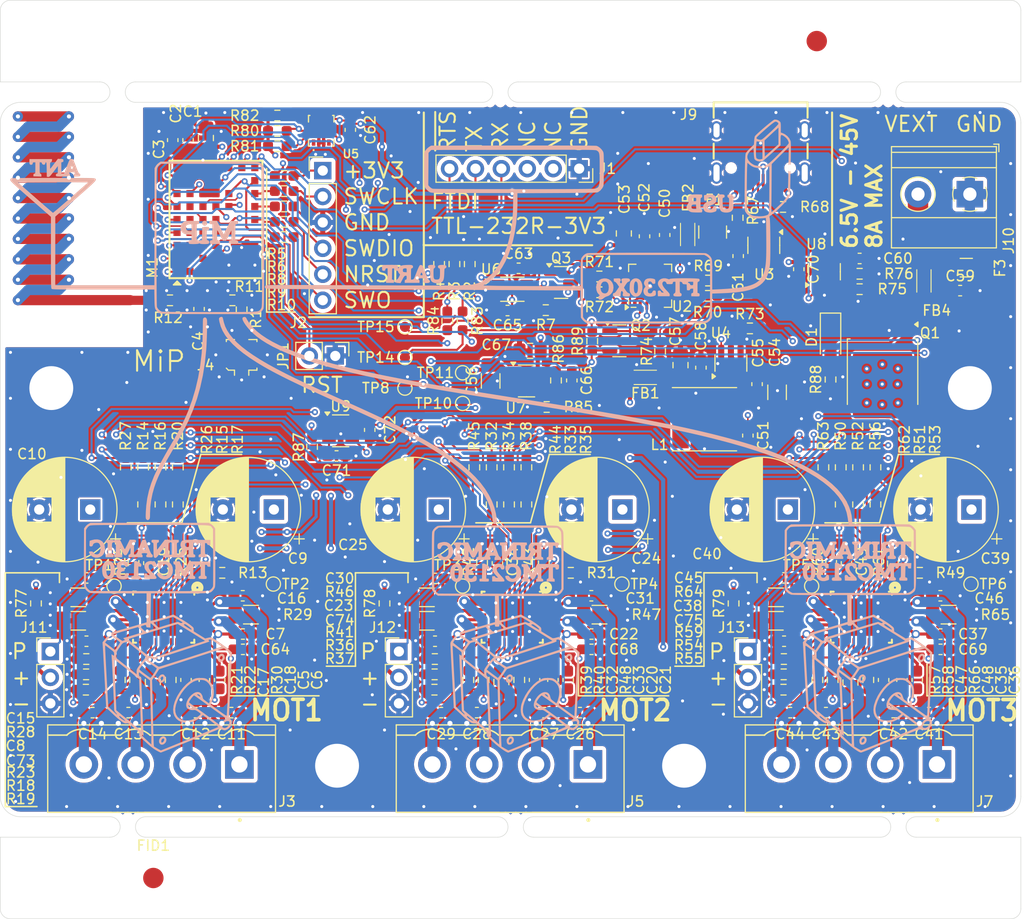
<source format=kicad_pcb>
(kicad_pcb (version 20240108) (generator "pcbnew") (generator_version "8.0")
  (layers (0 "F.Cu" signal) (1 "In1.Cu" signal) (2 "In2.Cu" signal) (31 "B.Cu" signal) (34 "B.Paste" user) (35 "F.Paste" user) (36 "B.SilkS" user "B.Silkscreen") (37 "F.SilkS" user "F.Silkscreen") (38 "B.Mask" user) (39 "F.Mask" user) (44 "Edge.Cuts" user))
  (net 0 "")
  (net 1 "Net-(JP1-B)")
  (net 2 "/CPU/DRV2_DIAGNOSTIC")
  (net 3 "/CPU/MISO")
  (net 5 "+3V3")
  (net 6 "/CPU/DRV1_DIAGNOSTIC")
  (net 7 "GND")
  (net 9 "/CPU/ANT_OUT")
  (net 12 "/CPU/DRV2_DIR")
  (net 13 "/CPU/DRV1_EN")
  (net 14 "/CPU/~{DRV2_SPI_SS}")
  (net 15 "Net-(M1-T_SWO)")
  (net 16 "/CPU/DRV0_DIAGNOSTIC")
  (net 17 "/CPU/DRV0_STEP")
  (net 19 "/CPU/DRV0_EN")
  (net 20 "/CPU/CLK")
  (net 21 "/CPU/DRV1_DIR")
  (net 22 "/CPU/~{DRV0_SPI_SS}")
  (net 23 "/CPU/~{DRV1_SPI_SS}")
  (net 24 "/CPU/MOSI")
  (net 25 "/CPU/DRV1_STEP")
  (net 26 "/CPU/DRV2_STEP")
  (net 27 "I2C_SCL")
  (net 29 "/CPU/DRV2_EN")
  (net 30 "I2C_SDA")
  (net 31 "Net-(M1-T_SWDIO)")
  (net 32 "/CPU/DRV0_DIR")
  (net 33 "Net-(M1-T_SWCLK)")
  (net 35 "Net-(AE1-A)")
  (net 36 "Net-(C4-Pad2)")
  (net 37 "Net-(MOT1-CPI)")
  (net 38 "Net-(MOT1-CPO)")
  (net 39 "Net-(MOT1-VCP)")
  (net 40 "VEXT")
  (net 41 "Net-(J3-Pin_1)")
  (net 42 "Net-(J3-Pin_2)")
  (net 43 "Net-(J3-Pin_3)")
  (net 44 "Net-(J3-Pin_4)")
  (net 45 "Net-(MOT1-BRB)")
  (net 46 "Net-(MOT1-BRA)")
  (net 47 "Net-(MOT1-5V_OUT)")
  (net 48 "Net-(MOT1-VCC)")
  (net 49 "Net-(MOT2-CPI)")
  (net 50 "Net-(MOT2-CPO)")
  (net 51 "Net-(MOT2-VCP)")
  (net 52 "Net-(J5-Pin_1)")
  (net 53 "Net-(J5-Pin_2)")
  (net 54 "Net-(J5-Pin_3)")
  (net 55 "Net-(J5-Pin_4)")
  (net 56 "Net-(MOT2-BRB)")
  (net 57 "Net-(MOT2-BRA)")
  (net 58 "Net-(MOT2-5V_OUT)")
  (net 59 "Net-(MOT2-VCC)")
  (net 60 "Net-(MOT3-CPO)")
  (net 61 "Net-(MOT3-CPI)")
  (net 62 "Net-(MOT3-VCP)")
  (net 63 "Net-(J7-Pin_1)")
  (net 64 "Net-(J7-Pin_2)")
  (net 65 "Net-(J7-Pin_3)")
  (net 66 "Net-(J7-Pin_4)")
  (net 67 "Net-(MOT3-BRB)")
  (net 68 "Net-(MOT3-BRA)")
  (net 69 "Net-(MOT3-5V_OUT)")
  (net 70 "Net-(MOT3-VCC)")
  (net 71 "Net-(J1-Pin_6)")
  (net 73 "Net-(J1-Pin_4)")
  (net 74 "Net-(J1-Pin_5)")
  (net 76 "Net-(J2-Pin_4)")
  (net 77 "Net-(J2-Pin_2)")
  (net 78 "Net-(J2-Pin_6)")
  (net 79 "Net-(J2-Pin_5)")
  (net 80 "Net-(J2-Pin_1)")
  (net 81 "Net-(MOT1-DIAG0_SWN)")
  (net 83 "Net-(MOT1-DCIN_ENCA_CFG5)")
  (net 85 "Net-(MOT1-DRV_~{EN}_CFG6)")
  (net 86 "Net-(MOT1-SCK_CFG2)")
  (net 87 "Net-(MOT1-CLK)")
  (net 88 "Net-(MOT1-SDI_CFG1)")
  (net 89 "Net-(MOT1-AIN_IREF)")
  (net 90 "Net-(MOT1-~{CS}_CFG3)")
  (net 91 "Net-(MOT1-DCEN_ENCB_CFG4)")
  (net 92 "Net-(MOT1-DIR_REFR)")
  (net 93 "Net-(MOT1-DCO_ENCN)")
  (net 94 "Net-(MOT1-SDO_CFG0)")
  (net 95 "Net-(MOT1-SPI_MODE)")
  (net 96 "Net-(MOT2-DCO_ENCN)")
  (net 97 "Net-(MOT2-SCK_CFG2)")
  (net 98 "Net-(MOT2-AIN_IREF)")
  (net 100 "Net-(MOT2-~{CS}_CFG3)")
  (net 101 "Net-(MOT2-DCEN_ENCB_CFG4)")
  (net 102 "Net-(MOT2-SDI_CFG1)")
  (net 103 "Net-(MOT2-SPI_MODE)")
  (net 104 "Net-(MOT2-DIR_REFR)")
  (net 105 "Net-(MOT2-DIAG0_SWN)")
  (net 106 "Net-(MOT2-DRV_~{EN}_CFG6)")
  (net 107 "Net-(MOT2-CLK)")
  (net 108 "Net-(MOT2-SDO_CFG0)")
  (net 109 "Net-(MOT2-DCIN_ENCA_CFG5)")
  (net 111 "Net-(MOT3-DIR_REFR)")
  (net 113 "Net-(MOT3-DIAG0_SWN)")
  (net 115 "Net-(MOT3-SDI_CFG1)")
  (net 116 "Net-(MOT3-DCO_ENCN)")
  (net 117 "Net-(MOT3-SCK_CFG2)")
  (net 118 "Net-(MOT3-~{CS}_CFG3)")
  (net 119 "Net-(MOT3-DCEN_ENCB_CFG4)")
  (net 120 "Net-(MOT3-SDO_CFG0)")
  (net 121 "Net-(MOT3-SPI_MODE)")
  (net 122 "Net-(MOT3-DRV_~{EN}_CFG6)")
  (net 123 "Net-(MOT3-CLK)")
  (net 124 "Net-(MOT3-DCIN_ENCA_CFG5)")
  (net 125 "Net-(MOT3-AIN_IREF)")
  (net 126 "/CPU/AIN_REF")
  (net 127 "/CPU/MOD_RX")
  (net 128 "/CPU/AIN_REF_MIP")
  (net 129 "/CPU/MOD_TX")
  (net 130 "/CPU/MOD_NWAKE")
  (net 131 "/CPU/VEXT_SENSE")
  (net 132 "Net-(U2-3V3OUT)")
  (net 133 "Net-(U4-SW)")
  (net 134 "Net-(U4-CB)")
  (net 135 "+6V")
  (net 136 "Net-(C57-Pad2)")
  (net 137 "Net-(C59-Pad1)")
  (net 138 "Net-(U8-+)")
  (net 139 "Net-(U3-VBUS)")
  (net 140 "Net-(U7-ADJ)")
  (net 141 "Net-(U9-+)")
  (net 142 "Net-(D1-A)")
  (net 143 "Net-(D1-K)")
  (net 144 "Net-(F1-Pad1)")
  (net 145 "Net-(J10-Pin_2)")
  (net 147 "Net-(J9-DN1)")
  (net 148 "Net-(J9-CC1)")
  (net 150 "Net-(J9-DP1)")
  (net 151 "Net-(J9-CC2)")
  (net 152 "Net-(J11-Pin_1)")
  (net 153 "Net-(J11-Pin_2)")
  (net 154 "Net-(J12-Pin_2)")
  (net 155 "Net-(J12-Pin_1)")
  (net 156 "Net-(J13-Pin_2)")
  (net 157 "Net-(J13-Pin_1)")
  (net 158 "Net-(R69-Pad2)")
  (net 159 "Net-(U2-USBDM)")
  (net 160 "Net-(U2-USBDP)")
  (net 161 "Net-(R70-Pad2)")
  (net 162 "Net-(U2-TXD)")
  (net 163 "Net-(U6-B1)")
  (net 164 "Net-(U6-B2)")
  (net 165 "Net-(U2-RXD)")
  (net 166 "Net-(U4-FB)")
  (net 167 "Net-(U5-CS)")
  (net 168 "Net-(U6-A1)")
  (net 169 "Net-(U6-A2)")
  (net 180 "Net-(J4-In)")
  (net 181 "Net-(Q3-G)")
  (net 182 "Net-(Q2-D)")
  (net 183 "Net-(Q3-S)")
  (footprint "Capacitor_SMD:C_0603_1608Metric_Pad1.08x0.95mm_HandSolder" (layer "F.Cu") (at 108.15 128.798001)
    (property "Reference" "C12")
    (property "Value" "470p" (hide yes))
  )
  (footprint "Resistor_SMD:R_0603_1608Metric_Pad0.98x0.95mm_HandSolder" (layer "F.Cu") (at 116.82 80.71 180)
    (property "Reference" "R9")
    (property "Value" "22R" (hide yes))
  )
  (footprint "Fuse:Fuse_1210_3225Metric_Pad1.42x2.65mm_HandSolder" (layer "F.Cu") (at 158.8 81.712501 -90)
    (property "Reference" "F1")
    (property "Value" "Polyfuse 500 mA" (hide yes))
  )
  (footprint "Connector_PinHeader_2.54mm:PinHeader_1x03_P2.54mm_Vertical" (layer "F.Cu") (at 128.06 122.808002)
    (property "Reference" "J12")
    (property "Value" "Conn_01x03_Pin" (hide yes))
  )
  (footprint "Resistor_SMD:R_0603_1608Metric_Pad0.98x0.95mm_HandSolder" (layer "F.Cu") (at 165.7 79.25 180)
    (property "Reference" "R68")
    (property "Value" "5.1K" (hide yes))
  )
  (footprint "Capacitor_SMD:C_0603_1608Metric_Pad1.08x0.95mm_HandSolder" (layer "F.Cu") (at 161.3 84.062501 -90)
    (property "Reference" "C61")
    (property "Value" "100n" (hide yes))
  )
  (footprint "project:USB-TYPE-C-12P" (layer "F.Cu") (at 163.5 71.75 180)
    (property "Reference" "J9")
    (property "Value" "USB4105-GF-A" (hide yes))
  )
  (footprint "Capacitor_SMD:C_0603_1608Metric_Pad1.08x0.95mm_HandSolder" (layer "F.Cu") (at 177.35 125.595501 -90)
    (property "Reference" "C35")
    (property "Value" "22n" (hide yes))
  )
  (footprint "Package_TO_SOT_SMD:SOT-23" (layer "F.Cu") (at 143.95 86.65)
    (property "Reference" "Q3")
    (property "Value" "BS870" (hide yes))
  )
  (footprint "Resistor_SMD:R_1206_3216Metric_Pad1.30x1.75mm_HandSolder" (layer "F.Cu") (at 130.8 117.5)
    (property "Reference" "R46")
    (property "Value" "0R22" (hide yes))
  )
  (footprint "Capacitor_SMD:C_0603_1608Metric_Pad1.08x0.95mm_HandSolder" (layer "F.Cu") (at 171.91 114.148 -90)
    (property "Reference" "C49")
    (property "Value" "100n" (hide yes))
  )
  (footprint "Capacitor_SMD:C_0805_2012Metric_Pad1.18x1.45mm_HandSolder" (layer "F.Cu") (at 103.95 125.8 90)
    (property "Reference" "C17")
    (property "Value" "4u7")
  )
  (footprint "Resistor_SMD:R_0603_1608Metric_Pad0.98x0.95mm_HandSolder" (layer "F.Cu") (at 116.82 82.2 180)
    (property "Reference" "R10")
    (property "Value" "22R" (hide yes))
  )
  (footprint "Resistor_SMD:R_0603_1608Metric_Pad0.98x0.95mm_HandSolder" (layer "F.Cu") (at 173.200001 87.309999)
    (property "Reference" "R75")
    (property "Value" "1M" (hide yes))
  )
  (footprint "Resistor_SMD:R_0603_1608Metric_Pad0.98x0.95mm_HandSolder" (layer "F.Cu") (at 139.85 125.595501 90)
    (property "Reference" "R48")
    (property "Value" "2R2" (hide yes))
  )
  (footprint "Capacitor_SMD:C_0603_1608Metric_Pad1.08x0.95mm_HandSolder" (layer "F.Cu") (at 112.7725 122.598 180)
    (property "Reference" "C64")
    (property "Value" "100n" (hide yes))
  )
  (footprint "project:Wurth_CBF_0805" (layer "F.Cu") (at 179.5 86.5 -90)
    (property "Reference" "FB4")
    (property "Value" "FerriteBead" (hide yes))
  )
  (footprint "Resistor_SMD:R_0603_1608Metric_Pad0.98x0.95mm_HandSolder" (layer "F.Cu") (at 135.45 104.7625 -90)
    (property "Reference" "R45")
    (property "Value" "22R" (hide yes))
  )
  (footprint "TestPoint:TestPoint_Pad_D1.0mm" (layer "F.Cu") (at 168.5 116.4 180)
    (property "Reference" "TP5")
    (property "Value" "TestPoint" (hide yes))
  )
  (footprint "Capacitor_SMD:C_0603_1608Metric_Pad1.08x0.95mm_HandSolder" (layer "F.Cu") (at 112.76 117.348 180)
    (property "Reference" "C16")
    (property "Value" "100n" (hide yes))
  )
  (footprint "Capacitor_SMD:C_0603_1608Metric_Pad1.08x0.95mm_HandSolder" (layer "F.Cu") (at 157.65 95 90)
    (property "Reference" "C58")
    (property "Value" "100n" (hide yes))
  )
  (footprint "TMC2130-LA:TMC_QFN36_0.5_5.0X6.0" (layer "F.Cu") (at 173.36 119.448 180)
    (property "Reference" "MOT3")
    (property "Value" "TMC2130-LA" (hide yes))
  )
  (footprint "Package_SO:VSSOP-8_2.3x2mm_P0.5mm" (layer "F.Cu") (at 139.174999 87.3125)
    (property "Reference" "U6")
    (property "Value" "TXS0102DCUR" (hide yes))
  )
  (footprint "MountingHole:MountingHole_4.3mm_M4_ISO7380_Pad_TopBottom" (layer "F.Cu") (at 184 97)
    (property "Reference" "H3" (hide yes))
    (property "Value" "MountingHole_Pad" (hide yes))
  )
  (footprint "TMC2130-LA:TMC_QFN36_0.5_5.0X6.0" (layer "F.Cu") (at 139.16 119.448 180)
    (property "Reference" "MOT2")
    (property "Value" "TMC2130-LA" (hide yes))
  )
  (footprint "Resistor_SMD:R_0603_1608Metric_Pad0.98x0.95mm_HandSolder" (layer "F.Cu") (at 174.75 108.398 -90)
    (property "Reference" "R53")
    (property "Value" "22R" (hide yes))
  )
  (footprint "Resistor_SMD:R_0603_1608Metric_Pad0.98x0.95mm_HandSolder" (layer "F.Cu") (at 142.5375 98.85 180)
    (property "Reference" "R85")
    (property "Value" "18K" (hide yes))
  )
  (footprint "Resistor_SMD:R_0603_1608Metric_Pad0.98x0.95mm_HandSolder" (layer "F.Cu") (at 171.35 104.7625 -90)
    (property "Reference" "R50")
    (property "Value" "22R" (hide yes))
  )
  (footprint "TestPoint:TestPoint_Pad_D1.0mm" (layer "F.Cu") (at 149.91 116.198 180)
    (property "Reference" "TP4")
    (property "Value" "TestPoint" (hide yes))
  )
  (footprint "Capacitor_SMD:C_1206_3216Metric_Pad1.33x1.80mm_HandSolder" (layer "F.Cu") (at 165 119.8)
    (property "Reference" "C38")
    (property "Value" "4u7")
  )
  (footprint "Resistor_SMD:R_0603_1608Metric_Pad0.98x0.95mm_HandSolder" (layer "F.Cu") (at 173.2 85.8 180)
    (property "Reference" "R76")
    (property "Value" "56.2K")
  )
  (footprint "project:PHOENIX_1755752" (layer "F.Cu") (at 150.12 130 180)
    (property "Reference" "J5")
    (property "Value" "PHOENIX CONTACT 1755752" (hide yes))
  )
  (footprint "ts_Routing:TAB-2.0mm-3x0.3mm" (layer "F.Cu") (at 138 68)
    (property "Reference" "REF**" (hide yes))
    (property "Value" "TAB-2.0mm-3x0.3mm")
    (fp_arc (start -1.75 -1) (mid -0.75 0) (end -1.75 1) (stroke (width 0.05)) (layer "Edge.Cuts"))
    (fp_arc (start 1.75 1) (mid 0.75 0) (end 1.75 -1) (stroke (width 0.05)) (layer "Edge.Cuts"))
  )
  (footprint "Resistor_SMD:R_0603_1608Metric_Pad0.98x0.95mm_HandSolder" (layer "F.Cu") (at 137.15 104.7625 -90)
    (property "Reference" "R32")
    (property "Value" "22R" (hide yes))
  )
  (footprint "Capacitor_SMD:C_0603_1608Metric_Pad1.08x0.95mm_HandSolder" (layer "F.Cu") (at 97.45 115.6)
    (property "Reference" "C15")
    (property "Value" "100n" (hide yes))
  )
  (footprint "Resistor_SMD:R_0603_1608Metric_Pad0.98x0.95mm_HandSolder" (layer "F.Cu") (at 104.7 104.7625 -90)
    (property "Reference" "R16")
    (property "Value" "22R" (hide yes))
  )
  (footprint "Capacitor_SMD:C_0603_1608Metric_Pad1.08x0.95mm_HandSolder" (layer "F.Cu") (at 137.71 114.148 -90)
    (property "Reference" "C34")
    (property "Value" "100n" (hide yes))
  )
  (footprint "Resistor_SMD:R_0603_1608Metric_Pad0.98x0.95mm_HandSolder" (layer "F.Cu") (at 165.76 125.048001)
    (property "Reference" "R54")
    (property "Value" "0R" (hide yes))
  )
  (footprint "Capacitor_THT:CP_Radial_D10.0mm_P5.00mm" (layer "F.Cu") (at 115.81 108.898 180)
    (property "Reference" "C9")
    (property "Value" "150u" (hide yes))
  )
  (footprint "Capacitor_THT:CP_Radial_D10.0mm_P5.00mm" (layer "F.Cu") (at 184.16 108.898 180)
    (property "Reference" "C39")
    (property "Value" "150u" (hide yes))
  )
  (footprint "Capacitor_SMD:C_0603_1608Metric_Pad1.08x0.95mm_HandSolder" (layer "F.Cu") (at 181.11 117.348 180)
    (property "Reference" "C46")
    (property "Value" "100n" (hide yes))
  )
  (footprint "Resistor_SMD:R_0603_1608Metric_Pad0.98x0.95mm_HandSolder" (layer "F.Cu") (at 110.75 115.098 180)
    (property "Reference" "R13")
    (property "Value" "0R" (hide yes))
  )
  (footprint "Capacitor_SMD:C_0603_1608Metric_Pad1.08x0.95mm_HandSolder" (layer "F.Cu") (at 132.2 128.798001)
    (property "Reference" "C29")
    (property "Value" "470p" (hide yes))
  )
  (footprint "Capacitor_SMD:C_0603_1608Metric_Pad1.08x0.95mm_HandSolder" (layer "F.Cu") (at 169.9 128.798001 180)
    (property "Reference" "C43")
    (property "Value" "470p" (hide yes))
  )
  (footprint "TestPoint:TestPoint_Pad_D1.0mm" (layer "F.Cu") (at 134.3 95.5)
    (property "Reference" "TP11")
    (property "Value" "~" (hide yes))
  )
  (footprint "Resistor_SMD:R_0603_1608Metric_Pad0.98x0.95mm_HandSolder" (layer "F.Cu") (at 132 84.85 -90)
    (property "Reference" "R4")
    (property "Value" "22R" (hide yes))
  )
  (footprint "Capacitor_SMD:C_0603_1608Metric_Pad1.08x0.95mm_HandSolder" (layer "F.Cu") (at 135.7 128.798001 180)
    (property "Reference" "C28")
    (property "Value" "470p" (hide yes))
  )
  (footprint "Capacitor_SMD:C_0603_1608Metric_Pad1.08x0.95mm_HandSolder" (layer "F.Cu") (at 107.4 72.7 -90)
    (property "Reference" "C2")
    (property "Value" "100n" (hide yes))
  )
  (footprint "project:Fiducial_2.0mm_Mask4.0mm" (layer "F.Cu") (at 104 145)
    (property "Reference" "FID1")
    (property "Value" "Fiducial")
  )
  (footprint "Capacitor_SMD:C_0603_1608Metric_Pad1.08x0.95mm_HandSolder" (layer "F.Cu") (at 108.48 89.2425 90)
    (property "Reference" "C4")
    (property "Value" "1p" (hide yes))
  )
  (footprint "Resistor_SMD:R_0603_1608Metric_Pad0.98x0.95mm_HandSolder" (layer "F.Cu") (at 103 108.398 -90)
    (property "Reference" "R26")
    (property "Value" "22R" (hide yes))
  )
  (footprint "Resistor_SMD:R_0603_1608Metric_Pad0.98x0.95mm_HandSolder" (layer "F.Cu") (at 169.65 104.7625 -90)
    (property "Reference" "R63")
    (property "Value" "22R" (hide yes))
  )
  (footprint "Capacitor_SMD:C_0603_1608Metric_Pad1.08x0.95mm_HandSolder" (layer "F.Cu") (at 97.4475 121.8)
    (property "Reference" "C73")
    (property "Value" "100n" (hide yes))
  )
  (footprint "TestPoint:TestPoint_Pad_D1.0mm" (layer "F.Cu") (at 128.65 97 90)
    (property "Reference" "TP8")
    (property "Value" "~" (hide yes))
  )
  (footprint "Capacitor_SMD:C_0603_1608Metric_Pad1.08x0.95mm_HandSolder" (layer "F.Cu") (at 103.56 114.148 -90)
    (property "Reference" "C19")
    (property "Value" "100n" (hide yes))
  )
  (footprint "Resistor_SMD:R_0603_1608Metric_Pad0.98x0.95mm_HandSolder" (layer "F.Cu") (at 174.75 104.7625 -90)
    (property "Reference" "R56")
    (property "Value" "22R" (hide yes))
  )
  (footprint "Resistor_SMD:R_0603_1608Metric_Pad0.98x0.95mm_HandSolder" (layer "F.Cu") (at 143.45 96.25 90)
    (property "Reference" "R86")
    (property "Value" "56.2K" (hide yes))
  )
  (footprint "ts_Routing:TAB-2.0mm-3x0.3mm" (layer "F.Cu") (at 176 68)
    (property "Reference" "REF**" (hide yes))
    (property "Value" "TAB-2.0mm-3x0.3mm")
    (fp_arc (start -1.75 -1) (mid -0.75 0) (end -1.75 1) (stroke (width 0.05)) (layer "Edge.Cuts"))
    (fp_arc (start 1.75 1) (mid 0.75 0) (end 1.75 -1) (stroke (width 0.05)) (layer "Edge.Cuts"))
  )
  (footprint "Capacitor_SMD:C_0603_1608Metric_Pad1.08x0.95mm_HandSolder" (layer "F.Cu") (at 166.4 128.798001)
    (property "Reference" "C44")
    (property "Value" "470p" (hide yes))
  )
  (footprint "Connector_PinHeader_2.54mm:PinHeader_1x06_P2.54mm_Vertical" (layer "F.Cu") (at 120.6 75.69)
    (property "Reference" "J2")
    (property "Value" "Conn_01x06_Pin" (hide yes))
  )
  (footprint "Resistor_SMD:R_0603_1608Metric_Pad0.98x0.95mm_HandSolder" (layer "F.Cu") (at 138.85 108.398 -90)
    (property "Reference" "R33")
    (property "Value" "22R" (hide yes))
  )
  (footprint "TestPoint:TestPoint_Pad_D1.0mm" (layer "F.Cu") (at 184.11 116.198 180)
    (property "Reference" "TP6")
    (property "Value" "TestPoint" (hide yes))
  )
  (footprint "Capacitor_SMD:C_0603_1608Metric_Pad1.08x0.95mm_HandSolder" (layer "F.Cu") (at 111.65 128.798001 180)
    (property "Reference" "C11")
    (property "Value" "470p" (hide yes))
  )
  (footprint "Capacitor_THT:CP_Radial_D10.0mm_P5.00mm" (layer "F.Cu") (at 149.96 108.898 180)
    (property "Reference" "C24")
    (property "Value" "150u" (hide yes))
  )
  (footprint "Capacitor_SMD:C_0603_1608Metric_Pad1.08x0.95mm_HandSolder" (layer "F.Cu") (at 123.3 71.7 90)
    (property "Reference" "C62")
    (property "Value" "100n" (hide yes))
  )
  (footprint "project:PHOENIX_1755752" (layer "F.Cu") (at 115.97 130 180)
    (property "Reference" "J3")
    (property "Value" "PHOENIX CONTACT 1755752" (hide yes))
  )
  (footprint "Package_TO_SOT_SMD:SOT-23-5" (layer "F.Cu") (at 169.75 85.6 90)
    (property "Reference" "U8")
    (property "Value" "MCP6001-OT" (hide yes))
  )
  (footprint "Resistor_SMD:R_0603_1608Metric_Pad0.98x0.95mm_HandSolder" (layer "F.Cu") (at 171.35 108.398 -90)
    (property "Reference" "R62")
    (property "Value" "22R" (hide yes))
  )
  (footprint "TestPoint:TestPoint_Pad_D1.0mm" (layer "F.Cu") (at 134.3 116.4 180)
    (property "Reference" "TP3")
    (property "Value" "TestPoint" (hide yes))
  )
  (footprint "Resistor_SMD:R_0603_1608Metric_Pad0.98x0.95mm_HandSolder" (layer "F.Cu") (at 136.36 125.595501 90)
    (property "Reference" "R40")
    (property "Value" "10K" (hide yes))
  )
  (footprint "project:PHOENIX_MVSTBR 2,5 4-ST-5,08" (layer "F.Cu") (at 184.32 130 180)
    (property "Reference" "J17" (hide yes))
    (property "Value" "~" (hide yes))
  )
  (footprint "Capacitor_SMD:C_0603_1608Metric_Pad1.08x0.95mm_HandSolder" (layer "F.Cu") (at 112.7725 121.098 180)
    (property "Reference" "C7")
    (property "Value" "100n" (hide yes))
  )
  (footprint "MountingHole:MountingHole_4.3mm_M4_ISO7380_Pad_TopBottom" (layer "F.Cu") (at 156 134)
    (property "Reference" "H2" (hide yes))
    (property "Value" "MountingHole_Pad" (hide yes))
  )
  (footprint "Capacitor_SMD:C_0603_1608Metric_Pad1.08x0.95mm_HandSolder" (layer "F.Cu") (at 141.35 125.595501 90)
    (property "Reference" "C33")
    (property "Value" "470n" (hide yes))
  )
  (footprint "Resistor_SMD:R_0603_1608Metric_Pad0.98x0.95mm_HandSolder" (layer "F.Cu") (at 108.11 114.198001 -90)
    (property "Reference" "R25")
    (property "Value" "0R" (hide yes))
  )
  (footprint "Capacitor_SMD:C_0603_1608Metric_Pad1.08x0.95mm_HandSolder" (layer "F.Cu") (at 181.1225 122.598 180)
    (property "Reference" "C69")
    (property "Value" "100n" (hide yes))
  )
  (footprint "TestPoint:TestPoint_Pad_D1.0mm" (layer "F.Cu") (at 134.3 98.5)
    (property "Reference" "TP10")
    (property "Value" "~" (hide yes))
  )
  (footprint "TestPoint:TestPoint_Pad_D1.0mm" (layer "F.Cu") (at 115.76 116.198 180)
    (property "Reference" "TP2")
    (property "Value" "TestPoint" (hide yes))
  )
  (footprint "Capacitor_SMD:C_0603_1608Metric_Pad1.08x0.95mm_HandSolder" (layer "F.Cu") (at 165.7975 121.8)
    (property "Reference" "C75")
    (property "Value" "100n" (hide yes))
  )
  (footprint "Resistor_SMD:R_1206_3216Metric_Pad1.30x1.75mm_HandSolder" (layer "F.Cu") (at 147.71 119.198 180)
    (property "Reference" "R47")
    (property "Value" "0R22" (hide yes))
  )
  (footprint "Resistor_SMD:R_0603_1608Metric_Pad0.98x0.95mm_HandSolder" (layer "F.Cu") (at 97.41 125.048001)
    (property "Reference" "R18")
    (property "Value" "0R" (hide yes))
  )
  (footprint "Resistor_SMD:R_0603_1608Metric_Pad0.98x0.95mm_HandSolder" (layer "F.Cu") (at 97.391251 126.548001)
    (property "Reference" "R19")
    (property "Value" "0R" (hide yes))
  )
  (footprint "Capacitor_SMD:C_0603_1608Metric_Pad1.08x0.95mm_HandSolder" (layer "F.Cu") (at 145 96.25 90)
    (property "Reference" "C66")
    (property "Value" "220 pF" (hide yes))
  )
  (footprint "Resistor_SMD:R_0603_1608Metric_Pad0.98x0.95mm_HandSolder" (layer "F.Cu") (at 116.82 77.7 180)
    (property "Reference" "R6")
    (property "Value" "22R" (hide yes))
  )
  (footprint "Capacitor_SMD:C_0603_1608Metric_Pad1.08x0.95mm_HandSolder" (layer "F.Cu") (at 154.1 82 90)
    (property "Reference" "C50")
    (property "Value" "100n")
  )
  (footprint "Resistor_SMD:R_0603_1608Metric_Pad0.98x0.95mm_HandSolder" (layer "F.Cu") (at 132.8 90.4125 -90)
    (property "Reference" "R84")
    (property "Value" "22R" (hide yes))
  )
  (footprint "Resistor_SMD:R_0603_1608Metric_Pad0.98x0.95mm_HandSolder" (layer "F.Cu") (at 169.06 125.595501 90)
    (property "Reference" "R57")
    (property "Value" "10K" (hide yes))
  )
  (footprint "Resistor_SMD:R_1206_3216Metric_Pad1.30x1.75mm_HandSolder" (layer "F.Cu") (at 113.56 119.198 180)
    (property "Reference" "R29")
    (property "Value" "0R22" (hide yes))
  )
  (footprint "Capacitor_SMD:C_0603_1608Metric_Pad1.08x0.95mm_HandSolder" (layer "F.Cu") (at 146.9225 122.598 180)
    (property "Reference" "C68")
    (property "Value" "100n" (hide yes))
  )
  (footprint "project:PQFN50P250X300X86-14N" (layer "F.Cu") (at 120.45 71.7875 90)
    (property "Reference" "U5")
    (property "Value" "ISM330DLCTR" (hide yes))
  )
  (footprint "Connector_PinHeader_2.54mm:PinHeader_1x03_P2.54mm_Vertical" (layer "F.Cu") (at 162.26 122.808002)
    (property "Reference" "J13")
    (property "Value" "Conn_01x03_Pin" (hide yes))
  )
  (footprint "Resistor_SMD:R_0603_1608Metric_Pad0.98x0.95mm_HandSolder" (layer "F.Cu") (at 140.55 104.7625 -90)
    (property "Reference" "R38")
    (property "Value" "22R" (hide yes))
  )
  (footprint "Resistor_SMD:R_0603_1608Metric_Pad0.98x0.95mm_HandSolder" (layer "F.Cu") (at 131.541251 126.548001)
    (property "Reference" "R37")
    (property "Value" "0R" (hide yes))
  )
  (footprint "Resistor_SMD:R_0603_1608Metric_Pad0.98x0.95mm_HandSolder" (layer "F.Cu") (at 158.35 87.962501)
    (property "Reference" "R70")
    (property "Value" "22R" (hide yes))
  )
  (footprint "Capacitor_SMD:C_0603_1608Metric_Pad1.08x0.95mm_HandSolder" (layer "F.Cu") (at 144.65 125.595501 -90)
    (property "Reference" "C21")
    (property "Value" "100n" (hide yes))
  )
  (footprint "project:PHOENIX_1755752" (layer "F.Cu") (at 184.32 130 180)
    (property "Reference" "J7")
    (property "Value" "PHOENIX CONTACT 1755752" (hide yes))
  )
  (footprint "Capacitor_SMD:C_0603_1608Metric_Pad1.08x0.95mm_HandSolder" (layer "F.Cu") (at 167.240001 85.35 -90)
    (property "Reference" "C70")
    (property "Value" "100n")
  )
  (footprint "Package_TO_SOT_SMD:SOT-23-6" (layer "F.Cu") (at 163.8125 83.012501 -90)
    (property "Reference" "U3")
    (property "Value" "USBLC6-2SC6" (hide yes))
  )
  (footprint "Resistor_SMD:R_0603_1608Metric_Pad0.98x0.95mm_HandSolder" (layer "F.Cu") (at 135 84.85 -90)
    (property "Reference" "R2")
    (property "Value" "22R" (hide yes))
  )
  (footprint "Capacitor_SMD:C_0603_1608Metric_Pad1.08x0.95mm_HandSolder" (layer "F.Cu") (at 110.5 125.595501 -90)
    (property "Reference" "C6")
    (property "Value" "100n" (hide yes))
  )
  (footprint "Capacitor_SMD:C_0603_1608Metric_Pad1.08x0.95mm_HandSolder" (layer "F.Cu") (at 146.9225 121.098 180)
    (property "Reference" "C22")
    (property "Value" "100n" (hide yes))
  )
  (footprint "TestPoint:TestPoint_Pad_D1.0mm" (layer "F.Cu") (at 128.65 94)
    (property "Reference" "TP14")
    (property "Value" "~" (hide yes))
  )
  (footprint "Resistor_SMD:R_0603_1608Metric_Pad0.98x0.95mm_HandSolder" (layer "F.Cu") (at 142.26 114.198001 -90)
    (property "Reference" "R43")
    (property "Value" "0R" (hide yes))
  )
  (footprint "Resistor_SMD:R_0603_1608Metric_Pad0.98x0.95mm_HandSolder" (layer "F.Cu") (at 103 104.7625 -90)
    (property "Reference" "R14")
    (property "Value" "22R" (hide yes))
  )
  (footprint "Capacitor_SMD:C_0603_1608Metric_Pad1.08x0.95mm_HandSolder" (layer "F.Cu") (at 98.05 128.798001)
    (property "Reference" "C14")
    (property "Value" "470p" (hide yes))
  )
  (footprint "Connector_PinHeader_2.54mm:PinHeader_1x03_P2.54mm_Vertical" (layer "F.Cu") (at 93.91 122.808002)
    (property "Reference" "J11")
    (property "Value" "Conn_01x03_Pin" (hide yes))
  )
  (footprint "Resistor_SMD:R_0603_1608Metric_Pad0.98x0.95mm_HandSolder" (layer "F.Cu") (at 153.65 93.4 90)
    (property "Reference" "R74")
    (property "Value" "360K" (hide yes))
  )
  (footprint "Resistor_SMD:R_0603_1608Metric_Pad0.98x0.95mm_HandSolder" (layer "F.Cu") (at 116.82 79.2 180)
    (property "Reference" "R8")
    (property "Value" "22R" (hide yes))
  )
  (footprint "Resistor_SMD:R_0603_1608Metric_Pad0.98x0.95mm_HandSolder" (layer "F.Cu") (at 116.15 71.8)
    (property "Reference" "R80")
    (property "Value" "10kR" (hide yes))
  )
  (footprint "project:QFN-16-1EP_4x4mm_P0.65mm_EP2.1x2.1mm" (layer "F.Cu") (at 152.675 86.975 90)
    (property "Reference" "U2")
    (property "Value" "FT230XQ" (hide yes))
  )
  (footprint "Capacitor_SMD:C_1206_3216Metric_Pad1.33x1.80mm_HandSolder" (layer "F.Cu") (at 137.05 96.3 90)
    (property "Reference" "C56")
    (property "Value" "22u")
  )
  (footprint "Package_TO_SOT_SMD:SOT-23-6" (layer "F.Cu") (at 160.5875 94.55 90)
    (property "Reference" "U4")
    (property "Value" "LMR51610XDBVR" (hide yes))
  )
  (footprint "Resistor_SMD:R_0603_1608Metric_Pad0.98x0.95mm_HandSolder" (layer "F.Cu") (at 134.3 90.4125 -90)
    (property "Reference" "R83")
    (property "Value" "22R" (hide yes))
  )
  (footprint "Resistor_SMD:R_0603_1608Metric_Pad0.98x0.95mm_HandSolder" (layer "F.Cu") (at 170.35 96.16 90)
    (property "Reference" "R88")
    (property "Value" "360K" (hide yes))
  )
  (footprint "Capacitor_SMD:C_0805_2012Metric_Pad1.18x1.45mm_HandSolder" (layer "F.Cu") (at 172.3 125.85 90)
    (property "Reference" "C47")
    (property "Value" "4u7")
  )
  (footprint "Capacitor_THT:CP_Radial_D10.0mm_P5.00mm" (layer "F.Cu") (at 97.817678 108.9 180)
    (property "Reference" "C10")
    (property "Value" "150u")
  )
  (footprint "Connector_PinSocket_2.54mm:PinSocket_1x06_P2.54mm_Vertical" (layer "F.Cu") (at 145.72 75.5 -90)
    (property "Reference" "J1")
    (property "Value" "Conn_01x06_Pin" (hide yes))
  )
  (footprint "Resistor_SMD:R_0603_1608Metric_Pad0.98x0.95mm_HandSolder" (layer "F.Cu") (at 144.9 115.098 180)
    (property "Reference" "R31")
    (property "Value" "0R" (hide yes))
  )
  (footprint "Capacitor_SMD:C_0603_1608Metric_Pad1.08x0.95mm_HandSolder" (layer "F.Cu") (at 131.61 115.65)
    (property "Reference" "C30")
    (property "Value" "100n" (hide yes))
  )
  (footprint "ts_Routing:TAB-2.0mm-3x0.3mm" (layer "F.Cu") (at 101.5 140)
    (property "Reference" "REF**" (hide yes))
    (property "Value" "TAB-2.0mm-3x0.3mm")
    (fp_arc (start -1.75 -1) (mid -0.75 0) (end -1.75 1) (stroke (width 0.05)) (layer "Edge.Cuts"))
    (fp_arc (start 1.75 1) (mid 0.75 0) (end 1.75 -1) (stroke (width 0.05)) (layer "Edge.Cuts"))
  )
  (footprint "Resistor_SMD:R_0603_1608Metric_Pad0.98x0.95mm_HandSolder" (layer "F.Cu") (at 97.42875 123.548001)
    (property "Reference" "R23")
    (property "Value" "0R" (hide yes))
  )
  (footprint "Capacitor_SMD:C_0603_1608Metric_Pad1.08x0.95mm_HandSolder" (layer "F.Cu") (at 143.15 125.595501 -90)
    (property "Reference" "C20")
    (property "Value" "22n" (hide yes))
  )
  (footprint "Resistor_SMD:R_0603_1608Metric_Pad0.98x0.95mm_HandSolder" (layer "F.Cu") (at 133.5 84.85 -90)
    (property "Reference" "R3")
    (property "Value" "22R" (hide yes))
  )
  (footprint "MountingHole:MountingHole_4.3mm_M4_ISO7380_Pad_TopBottom" (layer "F.Cu") (at 94 97)
    (property "Reference" "H4" (hide yes))
    (property "Value" "MountingHole_Pad" (hide yes))
  )
  (footprint "Capacitor_SMD:C_1206_3216Metric_Pad1.33x1.80mm_HandSolder" (layer "F.Cu") (at 96.65 119.8)
    (property "Reference" "C8")
    (property "Value" "4u7")
  )
  (footprint "Resistor_SMD:R_0603_1608Metric_Pad0.98x0.95mm_HandSolder" (layer "F.Cu") (at 147 92.4 90)
    (property "Reference" "R89")
    (property "Value" "10K")
  )
  (footprint "Resistor_SMD:R_0603_1608Metric_Pad0.98x0.95mm_HandSolder" (layer "F.Cu") (at 173.05 104.7625 -90)
    (property "Reference" "R52")
    (property "Value" "22R" (hide yes))
  )
  (footprint "Capacitor_SMD:C_0603_1608Metric_Pad1.08x0.95mm_HandSolder" (layer "F.Cu") (at 180 128.798001 180)
    (property "Reference" "C41")
    (property "Value" "470p" (hide yes))
  )
  (footprint "Capacitor_SMD:C_0603_1608Metric_Pad1.08x0.95mm_HandSolder" (layer "F.Cu") (at 121.95 103.65 180)
    (property "Reference" "C71")
    (property "Value" "100n" (hide yes))
  )
  (footprint "Resistor_SMD:R_0603_1608Metric_Pad0.98x0.95mm_HandSolder" (layer "F.Cu") (at 165.77875 123.548001)
    (property "Reference" "R59")
    (property "Value" "0R" (hide yes))
  )
  (footprint "Resistor_SMD:R_0603_1608Metric_Pad0.98x0.95mm_HandSolder" (layer "F.Cu") (at 119.55 102.75 -90)
    (property "Reference" "R87")
    (property "Value" "10K")
  )
  (footprint "Resistor_SMD:R_0603_1608Metric_Pad0.98x0.95mm_HandSolder" (layer "F.Cu") (at 140.55 108.398 -90)
    (property "Reference" "R35")
    (property "Value" "22R" (hide yes))
  )
  (footprint "Capacitor_SMD:C_0805_2012Metric_Pad1.18x1.45mm_HandSolder" (layer "F.Cu") (at 138.1 125.8 90)
    (property "Reference" "C32")
    (property "Value" "4u7")
  )
  (footprint "Resistor_SMD:R_0603_1608Metric_Pad0.98x0.95mm_HandSolder" (layer "F.Cu") (at 176.46 114.198001 -90)
    (property "Reference" "R61")
    (property "Value" "0R" (hide yes))
  )
  (footprint "Capacitor_SMD:C_0603_1608Metric_Pad1.08x0.95mm_HandSolder" (layer "F.Cu") (at 175.55 125.595501 90)
    (property "Reference" "C48")
    (property "Value" "470n" (hide yes))
  )
  (footprint "Capacitor_SMD:C_0603_1608Metric_Pad1.08x0.95mm_HandSolder" (layer "F.Cu") (at 107.2 125.595501 90)
    (property "Reference" "C18")
    (property "Value" "470n" (hide yes))
  )
  (footprint "Capacitor_SMD:C_0603_1608Metric_Pad1.08x0.95mm_HandSolder" (layer "F.Cu") (at 176.5 128.798001)
    (property "Reference" "C42")
    (property "Value" "470p" (hide yes))
  )
  (footprint "Capacitor_THT:CP_Radial_D10.0mm_P5.00mm" (layer "F.Cu") (at 166.167678 108.9 180)
    (property "Reference" "C40")
    (property "Value" "150u")
  )
  (footprint "Resistor_SMD:R_0603_1608Metric_Pad0.98x0.95mm_HandSolder" (layer "F.Cu") (at 104.7 108.398 -90)
    (property "Reference" "R15")
    (property "Value" "22R" (hide yes))
  )
  (footprint "Capacitor_SMD:C_0603_1608Metric_Pad1.08x0.95mm_HandSolder" (layer "F.Cu") (at 131.5975 121.8)
    (property "Reference" "C74")
    (property "Value" "100n" (hide yes))
  )
  (footprint "Resistor_SMD:R_0603_1608Metric_Pad0.98x0.95mm_HandSolder" (layer "F.Cu") (at 102.21 125.595501 90)
    (property "Reference" "R22")
    (property "Value" "10K" (hide yes))
  )
  (footprint "Capacitor_SMD:C_0603_1608Metric_Pad1.08x0.95mm_HandSolder" (layer "F.Cu") (at 183.05 87.45)
    (property "Reference" "C59")
    (property "Value" "100n")
  )
  (footprint "Capacitor_SMD:C_0603_1608Metric_Pad1.08x0.95mm_HandSolder" (layer "F.Cu") (at 181.1225 121.098 180)
    (property "Reference" "C37")
    (property "Value" "100n" (hide yes))
  )
  (footprint "Capacitor_SMD:C_0805_2012Metric_Pad1.18x1.45mm_HandSolder" (layer "F.Cu") (at 150.1 81.85 -90)
    (property "Reference" "C53")
    (property "Value" "4u7")
  )
  (footprint "Capacitor_SMD:C_0603_1608Metric_Pad1.08x0.95mm_HandSolder" (layer "F.Cu") (at 105.9 72.7 -90)
    (property "Reference" "C3")
    (property "Value" "100n" (hide yes))
  )
  (footprint "Capacitor_SMD:C_0603_1608Metric_Pad1.08x0.95mm_HandSolder" (layer "F.Cu") (at 125.2 101.1 90)
    (property "Reference" "C72")
    (property "Value" "100n" (hide yes))
  )
  (footprint "Capacitor_SMD:C_0805_2012Metric_Pad1.18x1.45mm_HandSolder" (layer "F.Cu") (at 140.9125 93.35)
    (property "Reference" "C67")
    (property "Value" "4u7")
  )
  (footprint "Resistor_SMD:R_0603_1608Metric_Pad0.98x0.95mm_HandSolder" (layer "F.Cu") (at 112.65 89.3 90)
    (property "Reference" "R1")
    (property "Value" "0R" (hide yes))
  )
  (footprint "Resistor_SMD:R_0603_1608Metric_Pad0.98x0.95mm_HandSolder" (layer "F.Cu") (at 105.63 88.4)
    (property "Reference" "R12")
    (property "Value" "0R" (hide yes))
  )
  (footprint "Resistor_SMD:R_0603_1608Metric_Pad0.98x0.95mm_HandSolder" (layer "F.Cu") (at 170.56 125.595501 90)
    (property "Reference" "R58")
    (property "Value" "10K" (hide yes))
  )
  (footprint "Resistor_SMD:R_0603_1608Metric_Pad0.98x0.95mm_HandSolder" (layer "F.Cu") (at 92.5 118.098001 90)
    (property "Reference" "R77")
    (property "Value" "0R" (hide yes))
  )
  (footprint "Package_TO_SOT_SMD:SOT-23" (layer "F.Cu") (at 149.6625 92.3625)
    (property "Reference" "Q2")
    (property "Value" "BS870" (hide yes))
  )
  (footprint "project:PHOENIX_MVSTBR 2,5 4-ST-5,08" (layer "F.Cu") (at 115.97 130 180)
    (property "Reference" "J15" (hide yes))
    (property "Value" "~" (hide yes))
  )
  (footprint "Connector_PinHeader_2.54mm:PinHeader_1x02_P2.54mm_Vertical" (layer "F.Cu") (at 121.825 93.85 -90)
    (property "Reference" "JP1")
    (property "Value" "Jumper_2_Open" (hide yes))
  )
  (footprint "Resistor_SMD:R_0603_1608Metric_Pad0.98x0.95mm_HandSolder" (layer "F.Cu") (at 126.65 118.098001 90)
    (property "Reference" "R78")
    (property "Value" "0R" (hide yes))
  )
  (footprint "Resistor_SMD:R_0603_1608Metric_Pad0.98x0.95mm_HandSolder" (layer "F.Cu") (at 134.86 125.595501 90)
    (property "Reference" "R39")
    (property "Value" "10K" (hide yes))
  )
  (footprint "TerminalBlock_Phoenix:TerminalBlock_Phoenix_MKDS-1,5-2-5.08_1x02_P5.08mm_Horizontal" (layer "F.Cu") (at 184 78 180)
    (property "Reference" "J10")
    (property "Value" "Phoenix 1987096" (hide yes))
  )
  (footprint "Capacitor_SMD:C_0603_1608Metric_Pad1.08x0.95mm_HandSolder" (layer "F.Cu") (at 163.15 96.6125 -90)
    (property "Reference" "C55")
    (property "Value" "100n")
  )
  (footprint "MountingHole:MountingHole_4.3mm_M4_ISO7380_Pad_TopBottom" (layer "F.Cu") (at 122 134)
    (property "Reference" "H1" (hide yes))
    (property "Value" "MountingHole_Pad" (hide yes))
  )
  (footprint "Resistor_SMD:R_0603_1608Metric_Pad0.98x0.95mm_HandSolder" (layer "F.Cu") (at 106.4 104.7625 -90)
    (property "Reference" "R20")
    (property "Value" "22R" (hide yes))
  )
  (footprint "project:Fiducial_2.0mm_Mask4.0mm" (layer "F.Cu") (at 169 63)
    (property "Reference" "FID2" (hide yes))
    (property "Value" "Fiducial")
  )
  (footprint "Capacitor_SMD:C_0603_1608Metric_Pad1.08x0.95mm_HandSolder" (layer "F.Cu") (at 101.55 128.798001 180)
    (property "Reference" "C13")
    (property "Value" "470p" (hide yes))
  )
  (footprint "Package_TO_SOT_SMD:SOT-23-5" (layer "F.Cu") (at 140.5625 96.3)
    (property "Reference" "U7")
    (property "Value" "AP2127K-ADJTRG1" (hide yes))
  )
  (footprint "Resistor_SMD:R_0603_1608Metric_Pad0.98x0.95mm_HandSolder" (layer "F.Cu") (at 174.05 125.595501 90)
    (property "Reference" "R66")
    (property "Value" "2R2" (hide yes))
  )
  (footprint "Capacitor_SMD:C_0603_1608Metric_Pad1.08x0.95mm_HandSolder" (layer "F.Cu") (at 146.91 117.348 180)
    (property "Reference" "C31")
    (property "Value" "100n" (hide yes))
  )
  (footprint "Resistor_SMD:R_0603_1608Metric_Pad0.98x0.95mm_HandSolder" (layer "F.Cu") (at 102.06 114.145501 -90)
    (property "Reference" "R24")
    (property "Value" "0R" (hide yes))
  )
  (footprint "Resistor_SMD:R_0603_1608Metric_Pad0.98x0.95mm_HandSolder" (layer "F.Cu") (at 147.7 87.612499)
    (property "Reference" "R72")
    (property "Value" "22R" (hide yes))
  )
  (footprint "Capacitor_SMD:C_0603_1608Metric_Pad1.08x0.95mm_HandSolder" (layer "F.Cu") (at 173.200001 84.3)
    (property "Reference" "C60")
    (property "Value" "100n" (hide yes))
  )
  (footprint "Capacitor_SMD:C_1206_3216Metric_Pad1.33x1.80mm_HandSolder" (layer "F.Cu") (at 130.8 119.8)
    (property "Reference" "C23")
    (property "Value" "4u7")
  )
  (footprint "Capacitor_SMD:C_1206_3216Metric_Pad1.33x1.80mm_HandSolder" (layer "F.Cu") (at 165.112499 97.4125 90)
    (property "Reference" "C54")
    (property "Value" "4u7")
  )
  (footprint "Capacitor_SMD:C_0603_1608Metric_Pad1.08x0.95mm_HandSolder" (layer "F.Cu") (at 152.125 82.125 90)
    (property "Reference" "C52")
    (property "Value" "100n" (hide yes))
  )
  (footprint "Resistor_SMD:R_0603_1608Metric_Pad0.98x0.95mm_HandSolder" (layer "F.Cu") (at 111.7425 88.4)
    (property "Reference" "R11")
    (property "Value" "0R" (hide yes))
  )
  (footprint "Resistor_SMD:R_0603_1608Metric_Pad0.98x0.95mm_HandSolder" (layer "F.Cu") (at 170.41 114.145501 -90)
    (property "Reference" "R60")
    (property "Value" "0R" (hide yes))
  )
  (footprint "ts_Routing:TAB-2.0mm-3x0.3mm" (layer "F.Cu") (at 177 140)
    (property "Reference" "REF**" (hide yes))
    (property "Value" "TAB-2.0mm-3x0.3mm")
    (fp_arc (start -1.75 -1) (mid -0.75 0) (end -1.75 1) (stroke (width 0.05)) (layer "Edge.Cuts"))
    (fp_arc (start 1.75 1) (mid 0.75 0) (end 1.75 -1) (stroke (width 0.05)) (layer "Edge.Cuts"))
  )
  (footprint "Resistor_SMD:R_0603_1608Metric_Pad0.98x0.95mm_HandSolder" (layer "F.Cu") (at 147.7 86.0625)
    (property "Reference" "R71")
    (property "Value" "22R" (hide yes))
  )
  (footprint "Capacitor_SMD:C_0603_1608Metric_Pad1.08x0.95mm_HandSolder" (layer "F.Cu") (at 142.3 128.798001)
    (property "Reference" "C27")
    (property "Value" "470p" (hide yes))
  )
  (footprint "Capacitor_SMD:C_0805_2012Metric_Pad1.18x1.45mm_HandSolder" (layer "F.Cu") (at 155.65 94.75 -90)
    (property "Reference" "C57")
    (property "Value" "4u7")
  )
  (footprint "project:Wurth_CBF_0805" (layer "F.Cu") (at 156.35 81.95 90)
    (property "Reference" "FB2")
    (property "Value" "FerriteBead" (hide yes))
  )
  (footprint "Capacitor_SMD:C_0805_2012Metric_Pad1.18x1.45mm_HandSolder" (layer "F.Cu") (at 109.15 72.5 -90)
    (property "Reference" "C1")
    (property "Value" "4u7")
  )
  (footprint "Package_TO_SOT_SMD:TO-252-2" (layer "F.Cu") (at 175.4475 95.49 -90)
    (property "Reference" "Q1")
    (property "Value" "DMPH6050SK3-13" (hide yes))
  )
  (footprint "Resistor_SMD:R_1206_3216Metric_Pad1.30x1.75mm_HandSolder" (layer "F.Cu") (at 96.65 117.5)
    (property "Reference" "R28")
    (property "Value" "0R22" (hide yes))
  )
  (footprint "Fuse:Fuse_1206_3216Metric_Pad1.42x1.75mm_HandSolder" (layer "F.Cu") (at 183.65 85.2 180)
    (property "Reference" "F3")
    (property "Value" "12 A" (hide yes))
  )
  (footprint "Capacitor_SMD:C_0603_1608Metric_Pad1.08x0.95mm_HandSolder" (layer "F.Cu") (at 139.789999 85.262499)
    (property "Reference" "C63")
    (property "Value" "100n")
  )
  (footprint "ts_Routing:TAB-2.0mm-3x0.3mm" (layer "F.Cu") (at 139.5 140)
    (property "Reference" "REF**" (hide yes))
    (property "Value" "TAB-2.0mm-3x0.3mm")
    (fp_arc (start -1.75 -1) (mid -0.75 0) (end -1.75 1) (stroke (width 0.05)) (layer "Edge.Cuts"))
    (fp_arc (start 1.75 1) (mid 0.75 0) (end 1.75 -1) (stroke (width 0.05)) (layer "Edge.Cuts"))
  )
  (footprint "Resistor_SMD:R_0603_1608Metric_Pad0.98x0.95mm_HandSolder" (layer "F.Cu") (at 116.82 76.21 180)
    (property "Reference" "R5")
    (property "Value" "22R" (hide yes))
  )
  (footprint "Resistor_SMD:R_0603_1608Metric_Pad0.98x0.95mm_HandSolder" (layer "F.Cu") (at 173.05 108.398 -90)
    (property "Reference" "R51")
    (property "Value" "22R" (hide yes))
  )
  (footprint "Resistor_SMD:R_0603_1608Metric_Pad0.98x0.95mm_HandSolder" (layer "F.Cu") (at 101.3 104.7625 -90)
    (property "Reference" "R27")
    (property "Value" "22R" (hide yes))
  )
  (footprint "Resistor_SMD:R_0603_1608Metric_Pad0.98x0.95mm_HandSolder" (layer "F.Cu") (at 131.57875 123.548001)
    (property "Reference" "R41")
    (property "Value" "0R" (hide yes))
  )
  (footprint "Resistor_SMD:R_0603_1608Metric_Pad0.98x0.95mm_HandSolder" (layer "F.Cu") (at 158.362501 86.462501)
    (property "Reference" "R69")
    (property "Value" "22R" (hide yes))
  )
  (footprint "TestPoint:TestPoint_Pad_D1.0mm" (layer "F.Cu") (at 128.65 91)
    (property "Reference" "TP15")
    (property "Value" "~" (hide yes))
  )
  (footprint "Capacitor_SMD:C_0603_1608Metric_Pad1.08x0.95mm_HandSolder" (layer "F.Cu") (at 145.8 128.798001 180)
    (property "Reference" "C26")
    (property "Value" "470p" (hide yes))
  )
  (footprint "Resistor_SMD:R_0603_1608Metric_Pad0.98x0.95mm_HandSolder" (layer "F.Cu") (at 131.56 125.048001)
    (property "Reference" "R36")
    (property "Value" "0R" (hide yes))
  )
  (footprint "Connector_Coaxial:U.FL_Molex_MCRF_73412-0110_Vertical" (layer "F.Cu") (at 112.65 93.7425 180)
    (property "Reference" "J4")
    (property "Value" "Conn_Coaxial" (hide yes))
  )
  (footprint "Resistor_SMD:R_0603_1608Metric_Pad0.98x0.95mm_HandSolder" (layer "F.Cu") (at 100.71 125.595501 90)
    (property "Reference" "R21")
    (property "Value" "10K" (hide yes))
  )
  (footprint "Resistor_SMD:R_0603_1608Metric_Pad0.98x0.95mm_HandSolder" (layer "F.Cu") (at 105.7 125.595501 90)
    (property "Reference" "R30")
    (property "Value" "2R2" (hide yes))
  )
  (footprint "Resistor_SMD:R_0603_1608Metric_Pad0.98x0.95mm_HandSolder" (layer "F.Cu") (at 116.15 73.3)
    (property "Reference" "R81")
    (property "Value" "10kR" (hide yes))
  )
  (footprint "TMC2130-LA:TMC_QFN36_0.5_5.0X6.0" (layer "F.Cu") (at 105.01 119.448 180)
    (property "Reference" "MOT1")
    (property "Value" "TMC2130-LA" (hide yes))
  )
  (footprint "Resistor_SMD:R_0603_1608Metric_Pad0.98x0.95mm_HandSolder" (layer "F.Cu") (at 165.741251 126.548001)
    (property "Reference" "R55")
    (property "Value" "0R" (hide yes))
  )
  (footprint "Resistor_SMD:R_0603_1608Metric_Pad0.98x0.95mm_HandSolder" (layer "F.Cu") (at 162.45 91.15 180)
    (property "Reference" "R73")
    (property "Value" "56.2K" (hide yes))
  )
  (footprint "project:Wurth_CBF_0805" (layer "F.Cu") (at 152.2 95.95 180)
    (property "Reference" "FB1")
    (property "Value" "FerriteBead")
  )
  (footprint "Resistor_SMD:R_0603_1608Metric_Pad0.98x0.95mm_HandSolder" (layer "F.Cu") (at 137.15 108.398 -90)
    (property "Reference" "R44")
    (property "Value" "22R" (hide yes))
  )
  (footprint "ts_Routing:TAB-2.0mm-3x0.3mm" (layer "F.Cu") (at 100.5 68)
    (property "Reference" "REF**" (hide yes))
    (property "Value" "TAB-2.0mm-3x0.3mm")
    (fp_arc (start -1.75 -1) (mid -0.75 0) (end -1.75 1) (stroke (width 0.05)) (layer "Edge.Cuts"))
    (fp_arc (start 1.75 1) (mid 0.75 0) (end 1.75 -1) (stroke (width 0.05)) (layer "Edge.Cuts"))
  )
  (footprint "Resistor_SMD:R_0603_1608Metric_Pad0.98x0.95mm_HandSolder" (layer "F.Cu") (at 106.4 108.398 -90)
    (property "Reference" "R17")
    (property "Value" "22R" (hide yes))
  )
  (footprint "Resistor_SMD:R_0603_1608Metric_Pad0.98x0.95mm_HandSolder" (layer "F.Cu") (at 161.25 80.312501 90)
    (property "Reference" "R67")
    (property "Value" "5.1K" (hide yes))
  )
  (footprint "Capacitor_SMD:C_0603_1608Metric_Pad1.08x0.95mm_HandSolder" (layer "F.Cu") (at 162.25 101.65 -90)
    (property "Reference" "C51")
    (property "Value" "100n" (hide yes))
  )
  (footprint "Resistor_SMD:R_0603_1608Metric_Pad0.98x0.95mm_HandSolder" (layer "F.Cu") (at 142.45 89.3625)
    (property "Reference" "R7")
    (property "Value" "360K" (hide yes))
  )
  (footprint "MIPOT_MiP_Series:32001514_R2" (layer "F.Cu") (at 110.13 80.48 90)
    (property "Reference" "M1")
    (property "Value" "32001505/6CEU" (hide yes))
  )
  (footprint "Resistor_SMD:R_0603_1608Metric_Pad0.98x0.95mm_HandSolder" (layer "F.Cu") (at 138.85 104.7625 -90)
    (property "Reference" "R34")
    (property "Value" "22R" (hide yes))
  )
  (footprint "Capacitor_SMD:C_0603_1608Metric_Pad1.08x0.95mm_HandSolder" (layer "F.Cu") (at 109 125.595501 -90)
    (property "Reference" "C5")
    (property "Value" "22n" (hide yes))
  )
  (footprint "Resistor_SMD:R_1206_3216Metric_Pad1.30x1.75mm_HandSolder" (layer "F.Cu") (at 181.91 119.198 180)
    (property "Reference" "R65")
    (property "Value" "0R22" (hide yes))
  )
  (footprint "Resistor_SMD:R_0603_1608Metric_Pad0.98x0.95mm_HandSolder" (layer "F.Cu") (at 116.15 70.3)
    (property "Reference" "R82")
    (property "Value" "0R" (hide yes))
  )
  (footprint "project:L_Taiyo-Yuden_NR-60xx" (layer "F.Cu") (at 158 100.05 180)
    (property "Reference" "L1")
    (property "Value" "47uH" (hide yes))
  )
  (footprint "Diode_SMD:D_SOD-123" (layer "F.Cu") (at 170.35 92.01 -90)
    (property "Reference" "D1")
    (property "Value" "13V" (hide yes))
  )
  (footprint "Package_TO_SOT_SMD:SOT-23-5" (layer "F.Cu") (at 122.35 101.1875)
    (property "Reference" "U9")
    (property "Value" "MCP6001-OT" (hide yes))
  )
  (footprint "Capacitor_SMD:C_0603_1608Metric_Pad1.08x0.95mm_HandSolder" (layer "F.Cu") (at 138.7 89.4 180)
    (property "Reference" "C65")
    (property "Value" "100n")
  )
  (footprint "Resistor_SMD:R_1206_3216Metric_Pad1.30x1.75mm_HandSolder" (layer "F.Cu") (at 165 117.5)
    (property "Reference" "R64")
    (property "Value" "0R22" (hide yes))
  )
  (footprint "project:PHOENIX_MVSTBR 2,5 4-ST-5,08" (layer "F.Cu") (at 150.12 130 180)
    (property "Reference" "J16" (hide yes))
    (property "Value" "~" (hide yes))
  )
  (footprint "RF_Antenna:Texas_SWRA416_868MHz_915MHz" (layer "F.Cu") (at 96.53 79.3825 90)
    (property "Reference" "AE1" (hide yes))
    (property "Value" "Antenna" (hide yes))
  )
  (footprint "Capacitor_SMD:C_0603_1608Metric_Pad1.08x0.95mm_HandSolder" (layer "F.Cu") (at 165.81 115.6)
    (property "Reference" "C45")
    (property "Value" "100n" (hide yes))
  )
  (footprint "Resistor_SMD:R_0603_1608Metric_Pad0.98x0.95mm_HandSolder" (layer "F.Cu") (at 179.1 115.098 180)
    (property "Reference" "R49")
    (property "Value" "0R" (hide yes))
  )
  (footprint "Capacitor_THT:CP_Radial_D10.0mm_P5.00mm" (layer "F.Cu") (at 131.967678 108.9 180)
    (property "Reference" "C25")
    (property "Value" "150u")
  )
  (footprint "Resistor_SMD:R_0603_1608Metric_Pad0.98x0.95mm_HandSolder" (layer "F.Cu") (at 136.21 114.145501 -90)
    (property "Reference" "R42")
    (property "Value" "0R" (hide yes))
  )
  (footprint "TestPoint:TestPoint_Pad_D1.0mm" (layer "F.Cu") (at 100.15 116.4 180)
    (property "Reference" "TP1")
    (property "Value" "TestPoint" (hide yes))
  )
  (footprint "Resistor_SMD:R_0603_1608Metric_Pad0.98x0.95mm_HandSolder" (layer "F.Cu") (at 160.85 118.098001 90)
    (property "Reference" "R79")
    (property "Value" "0R" (hide yes))
  )
  (footprint "Capacitor_SMD:C_0603_1608Metric_Pad1.08x0.95mm_HandSolder" (layer "F.Cu") (at 178.85 125.595501 -90)
    (property "Reference" "C36")
    (property "Value" "100n" (hide yes))
  )
  (footprint "LOGO" (layer "B.Cu") (at 139.251853 104.178063 180)
    (property "Reference" "G***" (hide yes))
    (property "Value" "LOGO" (hide yes))
  )
  (gr_line (start 115.1 89.55) (end 115.1 75.5) (stroke (width 0.15)) (layer "F.SilkS"))
  (gr_line (start 179.8 127.15) (end 179.8 124.05) (stroke (width 0.15)) (layer "F.SilkS"))
  (gr_line (start 147 83) (end 130.5 83) (stroke (width 0.2)) (layer "F.SilkS"))
  (gr_line (start 145.65 127.15) (end 145.65 124.05) (stroke (width 0.15)) (layer "F.SilkS"))
  (gr_line (start 154.49 127.15) (end 145.69 127.15) (stroke (width 0.15)) (layer "F.SilkS"))
  (gr_line (start 157.95 115.1) (end 163.15 115.1) (stroke (width 0.15)) (layer "F.SilkS"))
  (gr_line (start 157.95 124.25) (end 155.1 124.25) (stroke (width 0.15)) (layer "F.SilkS"))
  (gr_line (start 89.5 138) (end 89.5 115.1) (stroke (width 0.15)) (layer "F.SilkS"))
  (gr_line (start 119.25 90.05) (end 130.5 90.05) (stroke (width 0.2)) (layer "F.SilkS"))
  (gr_line (start 94.8 115.1) (end 94.8 116.05) (stroke (width 0.15)) (layer "F.SilkS"))
  (gr_line (start 146.8 103.5) (end 142.8 103.5) (stroke (width 0.15)) (layer "F.SilkS"))
  (gr_line (start 89.5 115.1) (end 94.83 115.1) (stroke (width 0.15)) (layer "F.SilkS"))
  (gr_line (start 157.95 124.25) (end 157.95 115.1) (stroke (width 0.15)) (layer "F.SilkS"))
  (gr_line (start 142.8 103.5) (end 140.95 110.2) (stroke (width 0.15)) (layer "F.SilkS"))
  (gr_line (start 128.95 115.1) (end 128.95 116.05) (stroke (width 0.15)) (layer "F.SilkS"))
  (gr_line (start 115.1 89.55) (end 117.9 89.55) (stroke (width 0.15)) (layer "F.SilkS"))
  (gr_line (start 130.5 90.05) (end 130.5 82.925) (stroke (width 0.2)) (layer "F.SilkS"))
  (gr_line (start 181 103.5) (end 177 103.5) (stroke (width 0.15)) (layer "F.SilkS"))
  (gr_line (start 108.65 103.5) (end 106.8 110.2) (stroke (width 0.15)) (layer "F.SilkS"))
  (gr_line (start 112.65 103.5) (end 108.65 103.5) (stroke (width 0.15)) (layer "F.SilkS"))
  (gr_line (start 130.5 70) (end 130.5 83) (stroke (width 0.2)) (layer "F.SilkS"))
  (gr_line (start 163.15 115.1) (end 163.15 116.05) (stroke (width 0.15)) (layer "F.SilkS"))
  (gr_line (start 123.8 124.25) (end 120.95 124.25) (stroke (width 0.15)) (layer "F.SilkS"))
  (gr_line (start 106.8 110.2) (end 101.45 110.2) (stroke (width 0.15)) (layer "F.SilkS"))
  (gr_line (start 111.4 127.15) (end 111.4 124.05) (stroke (width 0.15)) (layer "F.SilkS"))
  (gr_line (start 123.8 115.1) (end 129 115.1) (stroke (width 0.15)) (layer "F.SilkS"))
  (gr_line (start 188.6 127.15) (end 179.8 127.15) (stroke (width 0.15)) (layer "F.SilkS"))
  (gr_line (start 140.95 110.2) (end 135.6 110.2) (stroke (width 0.15)) (layer "F.SilkS"))
  (gr_line (start 89.5 138) (end 92.6 138) (stroke (width 0.15)) (layer "F.SilkS"))
  (gr_line (start 175.15 110.2) (end 169.8 110.2) (stroke (width 0.15)) (layer "F.SilkS"))
  (gr_line (start 170.5 70) (end 170.5 83) (stroke (width 0.2)) (layer "F.SilkS"))
  (gr_line (start 123.8 124.25) (end 123.8 115.1) (stroke (width 0.15)) (layer "F.SilkS"))
  (gr_line (start 120.23 127.15) (end 111.43 127.15) (stroke (width 0.15)) (layer "F.SilkS"))
  (gr_line (start 177 103.5) (end 175.15 110.2) (stroke (width 0.15)) (layer "F.SilkS"))
  (gr_line (start 137.75 139) (end 103.25 139) (stroke (width 0.05)) (layer "Edge.Cuts"))
  (gr_line (start 187 139) (end 178.75 139) (stroke (width 0.05)) (layer "Edge.Cuts"))
  (gr_arc (start 188 59) (mid 188.707107 59.292893) (end 189 60) (stroke (width 0.05)) (layer "Edge.Cuts"))
  (gr_line (start 188 149) (end 90 149) (stroke (width 0.05)) (layer "Edge.Cuts"))
  (gr_arc (start 188.999997 137.000003) (mid 188.414211 138.414215) (end 187 139) (stroke (width 0.05)) (layer "Edge.Cuts"))
  (gr_line (start 139.75 69) (end 174.25 69) (stroke (width 0.05)) (layer "Edge.Cuts"))
  (gr_arc (start 90 149) (mid 89.292893 148.707107) (end 89 148) (stroke (width 0.05)) (layer "Edge.Cuts"))
  (gr_line (start 175.25 139) (end 141.25 139) (stroke (width 0.05)) (layer "Edge.Cuts"))
  (gr_arc (start 89 60) (mid 89.292893 59.292893) (end 90 59) (stroke (width 0.05)) (layer "Edge.Cuts"))
  (gr_line (start 177.75 69) (end 187 69.000003) (stroke (width 0.05)) (layer "Edge.Cuts"))
  (gr_arc (start 89.000003 70.999997) (mid 89.585789 69.585785) (end 91 69) (stroke (width 0.05)) (layer "Edge.Cuts"))
  (gr_line (start 99.75 139) (end 90.999997 138.999997) (stroke (width 0.05)) (layer "Edge.Cuts"))
  (gr_line (start 136.25 67) (end 102.25 67) (stroke (width 0.05)) (layer "Edge.Cuts"))
  (gr_line (start 188.999997 71) (end 189 137) (stroke (width 0.05)) (layer "Edge.Cuts"))
  (gr_line (start 89 67) (end 98.75 67) (stroke (width 0.05)) (layer "Edge.Cuts"))
  (gr_line (start 189 141) (end 178.75 141) (stroke (width 0.05)) (layer "Edge.Cuts"))
  (gr_line (start 102.25 69) (end 136.25 69) (stroke (width 0.05)) (layer "Edge.Cuts"))
  (gr_line (start 189 141) (end 189 148) (stroke (width 0.05)) (layer "Edge.Cuts"))
  (gr_line (start 89 148) (end 89 141) (stroke (width 0.05)) (layer "Edge.Cuts"))
  (gr_line (start 89 141) (end 99.75 141) (stroke (width 0.05)) (layer "Edge.Cuts"))
  (gr_line (start 189 67) (end 177.75 67) (stroke (width 0.05)) (layer "Edge.Cuts"))
  (gr_arc (start 90.999997 138.999997) (mid 89.585785 138.414211) (end 89 137) (stroke (width 0.05)) (layer "Edge.Cuts"))
  (gr_line (start 89 67) (end 89 60) (stroke (width 0.05)) (layer "Edge.Cuts"))
  (gr_line (start 89 137) (end 89 71) (stroke (width 0.05)) (layer "Edge.Cuts"))
  (gr_line (start 90 59) (end 188 59) (stroke (width 0.05)) (layer "Edge.Cuts"))
  (gr_arc (start 189 148) (mid 188.707107 148.707107) (end 188 149) (stroke (width 0.05)) (layer "Edge.Cuts"))
  (gr_line (start 174.25 67) (end 139.75 67) (stroke (width 0.05)) (layer "Edge.Cuts"))
  (gr_arc (start 187 69.000003) (mid 188.414211 69.585789) (end 188.999997 71) (stroke (width 0.05)) (layer "Edge.Cuts"))
  (gr_line (start 141.25 141) (end 175.25 141) (stroke (width 0.05)) (layer "Edge.Cuts"))
  (gr_line (start 91 69) (end 98.75 69) (stroke (width 0.05)) (layer "Edge.Cuts"))
  (gr_line (start 189 60) (end 189 67) (stroke (width 0.05)) (layer "Edge.Cuts"))
  (gr_line (start 103.25 141) (end 137.75 141) (stroke (width 0.05)) (layer "Edge.Cuts"))
  (gr_text "TX" (at 135.45 74 90) (layer "F.SilkS") (effects (font (size 1.5 1.5) (thickness 0.2)) (justify left)))
  (gr_text "-" (at 124.15 127.9 0) (layer "F.SilkS") (effects (font (size 1.5 1.5) (thickness 0.2)) (justify left)))
  (gr_text "GND" (at 122.5 80.77 0) (layer "F.SilkS") (effects (font (size 1.5 1.5) (thickness 0.2)) (justify left)))
  (gr_text "P" (at 124.15 122.82 0) (layer "F.SilkS") (effects (font (size 1.5 1.5) (thickness 0.2)) (justify left)))
  (gr_text "VEXT" (at 175.5 72 0) (layer "F.SilkS") (effects (font (size 1.5 1.5) (thickness 0.2)) (justify left bottom)))
  (gr_text "-" (at 90 127.88 0) (layer "F.SilkS") (effects (font (size 1.5 1.5) (thickness 0.2)) (justify left)))
  (gr_text "NC" (at 143.18 74 90) (layer "F.SilkS") (effects (font (size 1.5 1.5) (thickness 0.2)) (justify left)))
  (gr_text "+" (at 90 125.34 0) (layer "F.SilkS") (effects (font (size 1.5 1.5) (thickness 0.2)) (justify left)))
  (gr_text "SWCLK" (at 122.5 78.23 0) (layer "F.SilkS") (effects (font (size 1.5 1.5) (thickness 0.2)) (justify left)))
  (gr_text "GND" (at 182.5 72 0) (layer "F.SilkS") (effects (font (size 1.5 1.5) (thickness 0.2)) (justify left bottom)))
  (gr_text "+" (at 158.3 125.36 0) (layer "F.SilkS") (effects (font (size 1.5 1.5) (thickness 0.2)) (justify left)))
  (gr_text "SWO" (at 122.5 88.39 0) (layer "F.SilkS") (effects (font (size 1.5 1.5) (thickness 0.2)) (justify left)))
  (gr_text "~{RTS}" (at 132.85 74 90) (layer "F.SilkS") (effects (font (size 1.5 1.5) (thickness 0.2)) (justify left)))
  (gr_text "FTDI\nTTL-232R-3V3" (at 131.1 82 0) (layer "F.SilkS") (effects (font (size 1.5 1.5) (thickness 0.2)) (justify left bottom)))
  (gr_text "6.5V - 45V\n8A MAX" (at 175.5 83.5 90) (layer "F.SilkS") (effects (font (size 1.5 1.5) (thickness 0.3) (bold yes)) (justify left bottom)))
  (gr_text "-" (at 158.3 127.9 0) (layer "F.SilkS") (effects (font (size 1.5 1.5) (thickness 0.2)) (justify left)))
  (gr_text "P" (at 158.3 122.82 0) (layer "F.SilkS") (effects (font (size 1.5 1.5) (thickness 0.2)) (justify left)))
  (gr_text "+" (at 124.15 125.36 0) (layer "F.SilkS") (effects (font (size 1.5 1.5) (thickness 0.2)) (justify left)))
  (gr_text "+3V3" (at 122.5 75.69 0) (layer "F.SilkS") (effects (font (size 1.5 1.5) (thickness 0.2)) (justify left)))
  (gr_text "RST" (at 118.35 96.7 0) (layer "F.SilkS") (effects (font (size 1.5 1.5) (thickness 0.2)) (justify left)))
  (gr_text "MiP" (at 101.8 95.55 0) (layer "F.SilkS") (effects (font (size 2 2) (thickness 0.2)) (justify left bottom)))
  (gr_text "SWDIO" (at 122.5 83.31 0) (layer "F.SilkS") (effects (font (size 1.5 1.5) (thickness 0.2)) (justify left)))
  (gr_text "NC" (at 140.64 74 90) (layer "F.SilkS") (effects (font (size 1.5 1.5) (thickness 0.2)) (justify left)))
  (gr_text "NRST" (at 122.5 85.85 0) (layer "F.SilkS") (effects (font (size 1.5 1.5) (thickness 0.2)) (justify left)))
  (gr_text "GND" (at 145.75 74 90) (layer "F.SilkS") (effects (font (size 1.5 1.5) (thickness 0.2)) (justify left)))
  (gr_text "P" (at 90 122.8 0) (layer "F.SilkS") (effects (font (size 1.5 1.5) (thickness 0.2)) (justify left)))
  (gr_text "RX" (at 138 74 90) (layer "F.SilkS") (effects (font (size 1.5 1.5) (thickness 0.2)) (justify left)))
  (segment (start 114.62 80.48) (end 113.94 80.48) (width 0.2) (layer "F.Cu") (net 1))
  (segment (start 116.85 88.7) (end 116.85 80.9) (width 0.2) (layer "F.Cu") (net 1))
  (segment (start 119.285 91.135) (end 116.85 88.7) (width 0.2) (layer "F.Cu") (net 1))
  (segment (start 114.85 80.71) (end 114.62 80.48) (width 0.2) (layer "F.Cu") (net 1))
  (segment (start 116.66 80.71) (end 114.85 80.71) (width 0.2) (layer "F.Cu") (net 1))
  (segment (start 116.85 80.9) (end 116.66 80.71) (width 0.2) (layer "F.Cu") (net 1))
  (segment (start 119.285 93.85) (end 119.285 91.135) (width 0.2) (layer "F.Cu") (net 1))
  (segment (start 172.11 122.581896) (end 170.56 124.131896) (width 0.2) (layer "F.Cu") (net 2))
  (segment (start 164.5 127.8) (end 166.726684 127.8) (width 0.2) (layer "F.Cu") (net 2))
  (segment (start 168.5 125.6) (end 169.643001 125.6) (width 0.2) (layer "F.Cu") (net 2))
  (segment (start 169.643001 125.6) (end 170.56 124.683001) (width 0.2) (layer "F.Cu") (net 2))
  (segment (start 170.56 124.131896) (end 170.56 124.683) (width 0.2) (layer "F.Cu") (net 2))
  (segment (start 167.491251 126.608749) (end 168.5 125.6) (width 0.2) (layer "F.Cu") (net 2))
  (segment (start 167.491251 127.035433) (end 167.491251 126.608749) (width 0.2) (layer "F.Cu") (net 2))
  (segment (start 108.499817 77.040093) (end 107.59991 77.94) (width 0.2) (layer "F.Cu") (net 2))
  (segment (start 172.11 121.898) (end 172.11 122.581896) (width 0.2) (layer "F.Cu") (net 2))
  (segment (start 107.59991 77.94) (end 107.59 77.94) (width 0.2) (layer "F.Cu") (net 2))
  (segment (start 166.726684 127.8) (end 167.491251 127.035433) (width 0.2) (layer "F.Cu") (net 2))
  (via (at 169.15 99.75) (size 0.6) (drill 0.3) (layers "F.Cu" "B.Cu") (net 2))
  (via (at 124.7 79.499265) (size 0.6) (drill 0.3) (layers "F.Cu" "B.Cu") (net 2))
  (via (at 171.45 74.75) (size 0.6) (drill 0.3) (layers "F.Cu" "B.Cu") (net 2))
  (via (at 108.499817 77.040093) (size 0.6) (drill 0.3) (layers "F.Cu" "B.Cu") (net 2))
  (via (at 164.5 127.8) (size 0.6) (drill 0.3) (layers "F.Cu" "B.Cu") (net 2))
  (segment (start 170.3 73.6) (end 171.45 74.75) (width 0.2) (layer "B.Cu") (net 2))
  (segment (start 164.55 118) (end 167.55 115) (width 0.2) (layer "B.Cu") (net 2))
  (segment (start 171.2 115) (end 173 113.2) (width 0.2) (layer "B.Cu") (net 2))
  (segment (start 151.2 73.6) (end 170.3 73.6) (width 0.2) (layer "B.Cu") (net 2))
  (segment (start 176.25 99.75) (end 169.15 99.75) (width 0.2) (layer "B.Cu") (net 2))
  (segment (start 173 108.9) (end 177.25 104.65) (width 0.2) (layer "B.Cu") (net 2))
  (segment (start 164.55 127.75) (end 164.55 118) (width 0.2) (layer "B.Cu") (net 2))
  (segment (start 177.25 100.75) (end 176.25 99.75) (width 0.2) (layer "B.Cu") (net 2))
  (segment (start 167.55 115) (end 171.2 115) (width 0.2) (layer "B.Cu") (net 2))
  (segment (start 177.25 104.65) (end 177.25 100.75) (width 0.2) (layer "B.Cu") (net 2))
  (segment (start 126.650735 79.499265) (end 127.5 78.65) (width 0.2) (layer "B.Cu") (net 2))
  (segment (start 146.15 78.65) (end 151.2 73.6) (width 0.2) (layer "B.Cu") (net 2))
  (segment (start 124.7 79.499265) (end 126.650735 79.499265) (width 0.2) (layer "B.Cu") (net 2))
  (segment (start 173 113.2) (end 173 108.9) (width 0.2) (layer "B.Cu") (net 2))
  (segment (start 164.5 127.8) (end 164.55 127.75) (width 0.2) (layer "B.Cu") (net 2))
  (segment (start 127.5 78.65) (end 146.15 78.65) (width 0.2) (layer "B.Cu") (net 2))
  (segment (start 132.55 100.35) (end 132.55 100.9) (width 0.2) (layer "F.Cu") (net 3))
  (segment (start 110.13 74.92) (end 110.13 75.400001) (width 0.2) (layer "F.Cu") (net 3))
  (segment (start 168 102.25) (end 167.3 101.55) (width 0.2) (layer "F.Cu") (net 3))
  (segment (start 137.15 102.85) (end 137.15 103.85) (width 0.2) (layer "F.Cu") (net 3))
  (segment (start 170.75 102.25) (end 168 102.25) (width 0.2) (layer "F.Cu") (net 3))
  (segment (start 171.35 103.85) (end 171.35 102.85) (width 0.2) (layer "F.Cu") (net 3))
  (segment (start 171.35 102.85) (end 170.75 102.25) (width 0.2) (layer "F.Cu") (net 3))
  (segment (start 136.55 102.25) (end 137.15 102.85) (width 0.2) (layer "F.Cu") (net 3))
  (segment (start 103 102.85) (end 102.4 102.25) (width 0.2) (layer "F.Cu") (net 3))
  (segment (start 133.9 102.25) (end 136.55 102.25) (width 0.2) (layer "F.Cu") (net 3))
  (segment (start 99.65 102.25) (end 98.95 101.55) (width 0.2) (layer "F.Cu") (net 3))
  (segment (start 132.55 100.9) (end 133.9 102.25) (width 0.2) (layer "F.Cu") (net 3))
  (segment (start 110.725 74.325) (end 110.13 74.92) (width 0.2) (layer "F.Cu") (net 3))
  (segment (start 102.4 102.25) (end 99.65 102.25) (width 0.2) (layer "F.Cu") (net 3))
  (segment (start 103 103.85) (end 103 102.85) (width 0.2) (layer "F.Cu") (net 3))
  (via (at 98.95 101.55) (size 0.6) (drill 0.3) (layers "F.Cu" "B.Cu") (net 3))
  (via (at 124.2 76.9) (size 0.6) (drill 0.3) (layers "F.Cu" "B.Cu") (net 3))
  (via (at 110.725 74.325) (size 0.6) (drill 0.3) (layers "F.Cu" "B.Cu") (net 3))
  (via (at 128.95 100.35) (size 0.6) (drill 0.3) (layers "F.Cu" "B.Cu") (net 3))
  (via (at 167.3 101.55) (size 0.6) (drill 0.3) (layers "F.Cu" "B.Cu") (net 3))
  (via (at 132.55 100.35) (size 0.6) (drill 0.3) (layers "F.Cu" "B.Cu") (net 3))
  (segment (start 121.44038 72.80962) (end 119.409619 72.80962) (width 0.2) (layer "B.Cu") (net 3))
  (segment (start 124.2 76.9) (end 124.2 75.56924) (width 0.2) (layer "B.Cu") (net 3))
  (segment (start 157.6 103.7) (end 165.15 103.7) (width 0.2) (layer "B.Cu") (net 3))
  (segment (start 126.9375 102.3625) (end 119.5125 102.3625) (width 0.2) (layer "B.Cu") (net 3))
  (segment (start 112.25 72.8) (end 110.725 74.325) (width 0.2) (layer "B.Cu") (net 3))
  (segment (start 132.95 99.95) (end 153.85 99.95) (width 0.2) (layer "B.Cu") (net 3))
  (segment (start 116.95 99.8) (end 100.7 99.8) (width 0.2) (layer "B.Cu") (net 3))
  (segment (start 128.95 100.35) (end 126.9375 102.3625) (width 0.2) (layer "B.Cu") (net 3))
  (segment (start 119.5125 102.3625) (end 116.95 99.8) (width 0.2) (layer "B.Cu") (net 3))
  (segment (start 117.55 73.8) (end 116.55 72.8) (width 0.2) (layer "B.Cu") (net 3))
  (segment (start 165.15 103.7) (end 167.3 101.55) (width 0.2) (layer "B.Cu") (net 3))
  (segment (start 116.55 72.8) (end 112.25 72.8) (width 0.2) (layer "B.Cu") (net 3))
  (segment (start 100.7 99.8) (end 98.95 101.55) (width 0.2) (layer "B.Cu") (net 3))
  (segment (start 119.409619 72.80962) (end 118.419239 73.8) (width 0.2) (layer "B.Cu") (net 3))
  (segment (start 118.419239 73.8) (end 117.55 73.8) (width 0.2) (layer "B.Cu") (net 3))
  (segment (start 124.2 75.56924) (end 121.44038 72.80962) (width 0.2) (layer "B.Cu") (net 3))
  (segment (start 153.85 99.95) (end 157.6 103.7) (width 0.2) (layer "B.Cu") (net 3))
  (segment (start 132.55 100.35) (end 128.95 100.35) (width 0.2) (layer "B.Cu") (net 3))
  (segment (start 132.55 100.35) (end 132.95 99.95) (width 0.2) (layer "B.Cu") (net 3))
  (segment (start 168.775001 84.4375) (end 168.800001 84.4625) (width 0.2) (layer "F.Cu") (net 5))
  (segment (start 137.91 115.2105) (end 137.71 115.0105) (width 0.2) (layer "F.Cu") (net 5))
  (segment (start 103.56 115.010501) (end 102.699499 114.15) (width 0.2) (layer "F.Cu") (net 5))
  (segment (start 122.0725 70.6275) (end 122.232499 70.787499) (width 0.2) (layer "F.Cu") (net 5))
  (segment (start 100.85 114.15) (end 99.75 113.05) (width 0.2) (layer "F.Cu") (net 5))
  (segment (start 101.3 114.15) (end 100.85 114.15) (width 0.2) (layer "F.Cu") (net 5))
  (segment (start 124.3 71.1) (end 123.362501 71.1) (width 0.2) (layer "F.Cu") (net 5))
  (segment (start 102.699499 114.15) (end 101.3 114.15) (width 0.2) (layer "F.Cu") (net 5))
  (segment (start 122.232499 70.787499) (end 123.05 70.787499) (width 0.2) (layer "F.Cu") (net 5))
  (segment (start 106.32 75.4) (end 106.32 73.582501) (width 0.2) (layer "F.Cu") (net 5))
  (segment (start 102.21 127.533) (end 102.21 126.4455) (width 0.2) (layer "F.Cu") (net 5))
  (segment (start 109.35 76.7) (end 109.35 77.45) (width 0.2) (layer "F.Cu") (net 5))
  (segment (start 110.087499 73.562501) (end 106.3 73.562501) (width 0.4) (layer "F.Cu") (net 5))
  (segment (start 169.06 126.508) (end 170.559999 126.508) (width 0.2) (layer "F.Cu") (net 5))
  (segment (start 145 95.3875) (end 141.7375 95.3875) (width 0.2) (layer "F.Cu") (net 5))
  (segment (start 170.56 127.533) (end 170.56 126.4455) (width 0.2) (layer "F.Cu") (net 5))
  (segment (start 121.36 72.2875) (end 121.8375 72.2875) (width 0.2) (layer "F.Cu") (net 5))
  (segment (start 167.240001 84.4375) (end 168.775001 84.4375) (width 0.4) (layer "F.Cu") (net 5))
  (segment (start 103.759999 116.998) (end 103.76 115.2105) (width 0.2) (layer "F.Cu") (net 5))
  (segment (start 115.95 74.2) (end 115.2375 73.4875) (width 0.3) (layer "F.Cu") (net 5))
  (segment (start 141.6625 95.3125) (end 141.7 95.35) (width 0.2) (layer "F.Cu") (net 5))
  (segment (start 135.55 98.95) (end 134.75 98.95) (width 0.2) (layer "F.Cu") (net 5))
  (segment (start 134.86 126.508) (end 136.359999 126.508) (width 0.2) (layer "F.Cu") (net 5))
  (segment (start 146.95 90.45) (end 146.95 91.45) (width 0.2) (layer "F.Cu") (net 5))
  (segment (start 139.15 87.85) (end 139.15 88.35) (width 0.2) (layer "F.Cu") (net 5))
  (segment (start 108.06 76.2) (end 108.85 76.2) (width 0.2) (layer "F.Cu") (net 5))
  (segment (start 141.7375 95.3875) (end 141.7 95.35) (width 0.2) (layer "F.Cu") (net 5))
  (segment (start 134.75 98.95) (end 134.3 98.5) (width 0.2) (layer "F.Cu") (net 5))
  (segment (start 141.95 93.4625) (end 141.6625 93.75) (width 0.2) (layer "F.Cu") (net 5))
  (segment (start 167.027501 84.65) (end 167.240001 84.4375) (width 0.4) (layer "F.Cu") (net 5))
  (segment (start 136.36 127.533) (end 136.36 126.4455) (width 0.2) (layer "F.Cu") (net 5))
  (segment (start 139.15 88.35) (end 139.15 89.109998) (width 0.2) (layer "F.Cu") (net 5))
  (segment (start 172.109999 116.998) (end 172.11 115.2105) (width 0.2) (layer "F.Cu") (net 5))
  (segment (start 135.45 114.15) (end 135 114.15) (width 0.2) (layer "F.Cu") (net 5))
  (segment (start 106.32 75.4) (end 107.59 75.4) (width 0.2) (layer "F.Cu") (net 5))
  (segment (start 108.86 77.94) (end 110.13 77.94) (width 0.2) (layer "F.Cu") (net 5))
  (segment (start 172.11 115.2105) (end 171.91 115.0105) (width 0.2) (layer "F.Cu") (net 5))
  (segment (start 107.59 75.4) (end 107.59 76.67) (width 0.2) (layer "F.Cu") (net 5))
  (segment (start 109.35 77.45) (end 108.86 77.94) (width 0.2) (layer "F.Cu") (net 5))
  (segment (start 135 114.15) (end 133.9 113.05) (width 0.2) (layer "F.Cu") (net 5))
  (segment (start 107.59 76.67) (end 108.06 76.2) (width 0.2) (layer "F.Cu") (net 5))
  (segment (start 141.6625 93.75) (end 141.6625 95.3125) (width 0.4) (layer "F.Cu") (net 5))
  (segment (start 169.65 114.15) (end 169.2 114.15) (width 0.2) (layer "F.Cu") (net 5))
  (segment (start 103.76 115.2105) (end 103.56 115.0105) (width 0.2) (layer "F.Cu") (net 5))
  (segment (start 125.2 100.2375) (end 123.4875 100.2375) (width 0.2) (layer "F.Cu") (net 5))
  (segment (start 136.849499 114.15) (end 135.45 114.15) (width 0.2) (layer "F.Cu") (net 5))
  (segment (start 121.8375 72.2875) (end 122.2 72.65) (width 0.2) (layer "F.Cu") (net 5))
  (segment (start 125.5625 100.6) (end 125.2 100.2375) (width 0.2) (layer "F.Cu") (net 5))
  (segment (start 171.91 115.010501) (end 171.049499 114.15) (width 0.2) (layer "F.Cu") (net 5))
  (segment (start 123.362501 71.1) (end 123.05 70.787499) (width 0.2) (layer "F.Cu") (net 5))
  (segment (start 116.7 75.4175) (end 115.9075 76.21) (width 0.2) (layer "F.Cu") (net 5))
  (segment (start 126.2 100.6) (end 125.5625 100.6) (width 0.2) (layer "F.Cu") (net 5))
  (segment (start 141.95 92.05) (end 141.95 93.4625) (width 0.4) (layer "F.Cu") (net 5))
  (segment (start 110.75 73.35) (end 110.3 73.35) (width 0.4) (layer "F.Cu") (net 5))
  (segment (start 144.6375 86.65) (end 144.6375 87.6) (width 0.2) (layer "F.Cu") (net 5))
  (segment (start 116.7 74.975) (end 116.7 75.4175) (width 0.2) (layer "F.Cu") (net 5))
  (segment (start 169.2 114.15) (end 168.1 113.05) (width 0.2) (layer "F.Cu") (net 5))
  (segment (start 137.909999 116.998) (end 137.91 115.2105) (width 0.2) (layer "F.Cu") (net 5))
  (segment (start 110.3 73.35) (end 110.087499 73.562501) (width 0.4) (layer "F.Cu") (net 5))
  (segment (start 108.85 76.2) (end 109.35 76.7) (width 0.2) (layer "F.Cu") (net 5))
  (segment (start 115.2375 73.4875) (end 115.2375 70.3) (width 0.3) (layer "F.Cu") (net 5))
  (segment (start 137.71 115.010501) (end 136.849499 114.15) (width 0.2) (layer "F.Cu") (net 5))
  (segment (start 138.8625 87.5625) (end 139.15 87.85) (width 0.2) (layer "F.Cu") (net 5))
  (segment (start 137.774999 87.5625) (end 138.8625 87.5625) (width 0.2) (layer "F.Cu") (net 5))
  (segment (start 171.049499 114.15) (end 169.65 114.15) (width 0.2) (layer "F.Cu") (net 5))
  (segment (start 106.32 73.582501) (end 106.3 73.562501) (width 0.2) (layer "F.Cu") (net 5))
  (segment (start 166.250001 84.65) (end 167.027501 84.65) (width 0.4) (layer "F.Cu") (net 5))
  (segment (start 139.15 89.109998) (end 139.402501 89.362499) (width 0.2) (layer "F.Cu") (net 5))
  (segment (start 100.71 126.508) (end 102.209999 126.508) (width 0.2) (layer "F.Cu") (net 5))
  (segment (start 121.2 70.6275) (end 122.0725 70.6275) (width 0.2) (layer "F.Cu") (net 5))
  (via (at 116.7 74.975) (size 0.6) (drill 0.3) (layers "F.Cu" "B.Cu") (net 5))
  (via (at 139.15 88.35) (size 0.6) (drill 0.3) (layers "F.Cu" "B.Cu") (net 5))
  (via (at 139.15 77.95) (size 0.6) (drill 0.3) (layers "F.Cu" "B.Cu") (net 5))
  (via (at 115.95 74.2) (size 0.6) (drill 0.3) (layers "F.Cu" "B.Cu") (net 5))
  (via (at 168.1 113.05) (size 0.6) (drill 0.3) (layers "F.Cu" "B.Cu") (net 5))
  (via (at 151.9 112.5) (size 0.6) (drill 0.3) (layers "F.Cu" "B.Cu") (net 5))
  (via (at 114.45 112.7) (size 0.6) (drill 0.3) (layers "F.Cu" "B.Cu") (net 5))
  (via (at 110.75 73.35) (size 0.6) (drill 0.3) (layers "F.Cu" "B.Cu") (net 5))
  (via (at 148.55 112.85) (size 0.6) (drill 0.3) (layers "F.Cu" "B.Cu") (net 5))
  (via (at 121.4 107.55) (size 0.6) (drill 0.3) (layers "F.Cu" "B.Cu") (net 5))
  (via (at 135.55 98.95) (size 0.6) (drill 0.3) (layers "F.Cu" "B.Cu") (net 5))
  (via (at 124.3 71.1) (size 0.6) (drill 0.3) (layers "F.Cu" "B.Cu") (net 5))
  (via (at 121.4 112.7) (size 0.6) (drill 0.3) (layers "F.Cu" "B.Cu") (net 5))
  (via (at 144.6375 87.6) (size 0.6) (drill 0.3) (layers "F.Cu" "B.Cu") (net 5))
  (via (at 126.4 73.35) (size 0.6) (drill 0.3) (layers "F.Cu" "B.Cu") (net 5))
  (via (at 117.05 112.7) (size 0.6) (drill 0.3) (layers "F.Cu" "B.Cu") (net 5))
  (via (at 102.21 127.533) (size 0.6) (drill 0.3) (layers "F.Cu" "B.Cu") (net 5))
  (via (at 122.25 70.75) (size 0.6) (drill 0.3) (layers "F.Cu" "B.Cu") (net 5))
  (via (at 99.75 113.05) (size 0.6) (drill 0.3) (layers "F.Cu" "B.Cu") (net 5))
  (via (at 133.9 113.05) (size 0.6) (drill 0.3) (layers "F.Cu" "B.Cu") (net 5))
  (via (at 146.95 90.45) (size 0.6) (drill 0.3) (layers "F.Cu" "B.Cu") (net 5))
  (via (at 166.250001 84.65) (size 0.6) (drill 0.3) (layers "F.Cu" "B.Cu") (net 5))
  (via (at 170.56 127.533) (size 0.6) (drill 0.3) (layers "F.Cu" "B.Cu") (net 5))
  (via (at 141.95 92.05) (size 0.6) (drill 0.3) (layers "F.Cu" "B.Cu") (net 5))
  (via (at 122.2 72.65) (size 0.6) (drill 0.3) (layers "F.Cu" "B.Cu") (net 5))
  (via (at 126.2 100.6) (size 0.6) (drill 0.3) (layers "F.Cu" "B.Cu") (net 5))
  (via (at 136.36 127.533) (size 0.6) (drill 0.3) (layers "F.Cu" "B.Cu") (net 5))
  (segment (start 126.4 73.35) (end 126.4 74.65) (width 0.4) (layer "B.Cu") (net 5))
  (segment (start 127.85 98.95) (end 126.2 100.6) (width 0.4) (layer "B.Cu") (net 5))
  (segment (start 122.25 72.6) (end 122.25 70.75) (width 0.2) (layer "B.Cu") (net 5))
  (segment (start 114.45 112.7) (end 117.05 112.7) (width 0.4) (layer "B.Cu") (net 5))
  (segment (start 148.55 112.85) (end 151.55 112.85) (width 0.4) (layer "B.Cu") (net 5))
  (segment (start 125.5 71.1) (end 124.3 71.1) (width 0.4) (layer "B.Cu") (net 5))
  (segment (start 122.25 70.75) (end 122.2 70.8) (width 0.2) (layer "B.Cu") (net 5))
  (segment (start 135.55 98.95) (end 127.85 98.95) (width 0.4) (layer "B.Cu") (net 5))
  (segment (start 126.4 72) (end 125.5 71.1) (width 0.4) (layer "B.Cu") (net 5))
  (segment (start 126.4 74.65) (end 129.7 77.95) (width 0.4) (layer "B.Cu") (net 5))
  (segment (start 126.4 73.35) (end 126.4 72) (width 0.4) (layer "B.Cu") (net 5))
  (segment (start 129.7 77.95) (end 139.15 77.95) (width 0.4) (layer "B.Cu") (net 5))
  (segment (start 122.2 72.65) (end 122.25 72.6) (width 0.2) (layer "B.Cu") (net 5))
  (segment (start 121.4 107.55) (end 121.4 112.7) (width 0.4) (layer "B.Cu") (net 5))
  (segment (start 151.55 112.85) (end 151.9 112.5) (width 0.4) (layer "B.Cu") (net 5))
  (segment (start 133.291251 127.035433) (end 133.291251 126.608749) (width 0.2) (layer "F.Cu") (net 6))
  (segment (start 135.443001 125.6) (end 136.36 124.683001) (width 0.2) (layer "F.Cu") (net 6))
  (segment (start 130.3 127.8) (end 132.526684 127.8) (width 0.2) (layer "F.Cu") (net 6))
  (segment (start 133.291251 126.608749) (end 134.3 125.6) (width 0.2) (layer "F.Cu") (net 6))
  (segment (start 137.91 121.898) (end 137.91 122.581896) (width 0.2) (layer "F.Cu") (net 6))
  (segment (start 134.3 125.6) (end 135.443001 125.6) (width 0.2) (layer "F.Cu") (net 6))
  (segment (start 137.91 122.581896) (end 136.36 124.131896) (width 0.2) (layer "F.Cu") (net 6))
  (segment (start 104.325 81.125) (end 106.965 81.125) (width 0.15) (layer "F.Cu") (net 6))
  (segment (start 104.3 81.15) (end 104.325 81.125) (width 0.15) (layer "F.Cu") (net 6))
  (segment (start 132.526684 127.8) (end 133.291251 127.035433) (width 0.2) (layer "F.Cu") (net 6))
  (segment (start 136.36 124.131896) (end 136.36 124.683) (width 0.2) (layer "F.Cu") (net 6))
  (segment (start 106.965 81.125) (end 107.59 81.75) (width 0.15) (layer "F.Cu") (net 6))
  (via (at 132.6 104.1) (size 0.6) (drill 0.3) (layers "F.Cu" "B.Cu") (net 6))
  (via (at 130.3 127.8) (size 0.6) (drill 0.3) (layers "F.Cu" "B.Cu") (net 6))
  (via (at 104.3 81.15) (size 0.6) (drill 0.3) (layers "F.Cu" "B.Cu") (net 6))
  (via (at 130 89.4) (size 0.6) (drill 0.3) (layers "F.Cu" "B.Cu") (net 6))
  (segment (start 104.8 78.7) (end 105.1 79) (width 0.2) (layer "B.Cu") (net 6))
  (segment (start 116.45 78.5) (end 117 79.05) (width 0.2) (layer "B.Cu") (net 6))
  (segment (start 132.65 104.1) (end 136 107.45) (width 0.2) (layer "B.Cu") (net 6))
  (segment (start 105.1 79) (end 106.35 79) (width 0.2) (layer "B.Cu") (net 6))
  (segment (start 113.013604 77.45) (end 114.063604 78.5) (width 0.2) (layer "B.Cu") (net 6))
  (segment (start 114.063604 78.5) (end 116.45 78.5) (width 0.2) (layer "B.Cu") (net 6))
  (segment (start 104.180761 78.7) (end 104.8 78.7) (width 0.2) (layer "B.Cu") (net 6))
  (segment (start 112 77.45) (end 113.013604 77.45) (width 0.2) (layer "B.Cu") (net 6))
  (segment (start 137 115) (end 133.35 115) (width 0.2) (layer "B.Cu") (net 6))
  (segment (start 136 107.45) (end 136 108.45) (width 0.2) (layer "B.Cu") (net 6))
  (segment (start 132.6 104.1) (end 132.65 104.1) (width 0.2) (layer "B.Cu") (net 6))
  (segment (start 119.8 87.1) (end 118.6 85.9) (width 0.2) (layer "B.Cu") (net 6))
  (segment (start 138.8 113.2) (end 137 115) (width 0.2) (layer "B.Cu") (net 6))
  (segment (start 118.6 85.9) (end 118.6 82.15) (width 0.2) (layer "B.Cu") (net 6))
  (segment (start 117 79.05) (end 117 80.55) (width 0.2) (layer "B.Cu") (net 6))
  (segment (start 103.8 80.65) (end 103.8 79.080761) (width 0.2) (layer "B.Cu") (net 6))
  (segment (start 130.35 127.75) (end 130.3 127.8) (width 0.2) (layer "B.Cu") (net 6))
  (segment (start 118.6 82.15) (end 117 80.55) (width 0.2) (layer "B.Cu") (net 6))
  (segment (start 123.6 89.4) (end 121.3 87.1) (width 0.2) (layer "B.Cu") (net 6))
  (segment (start 110.65 78.8) (end 112 77.45) (width 0.2) (layer "B.Cu") (net 6))
  (segment (start 130.35 118) (end 130.35 127.75) (width 0.2) (layer "B.Cu") (net 6))
  (segment (start 133.35 115) (end 130.35 118) (width 0.2) (layer "B.Cu") (net 6))
  (segment (start 103.8 79.080761) (end 104.180761 78.7) (width 0.2) (layer "B.Cu") (net 6))
  (segment (start 104.3 81.15) (end 103.8 80.65) (width 0.2) (layer "B.Cu") (net 6))
  (segment (start 130 89.4) (end 123.6 89.4) (width 0.2) (layer "B.Cu") (net 6))
  (segment (start 136 108.45) (end 138.8 111.25) (width 0.2) (layer "B.Cu") (net 6))
  (segment (start 138.8 111.25) (end 138.8 113.2) (width 0.2) (layer "B.Cu") (net 6))
  (segment (start 106.35 79) (end 106.55 78.8) (width 0.2) (layer "B.Cu") (net 6))
  (segment (start 106.55 78.8) (end 110.65 78.8) (width 0.2) (layer "B.Cu") (net 6))
  (segment (start 121.3 87.1) (end 119.8 87.1) (width 0.2) (layer "B.Cu") (net 6))
  (segment (start 166.6125 79.25) (end 166.6125 80.2) (width 0.2) (layer "F.Cu") (net 7))
  (segment (start 122.36538 101.48462) (end 122.06826 101.1875) (width 0.2) (layer "F.Cu") (net 7))
  (segment (start 138.05 126.6355) (end 137.86 126.4455) (width 0.2) (layer "F.Cu") (net 7))
  (segment (start 106.71 127.53925) (end 106.71 126.45175) (width 0.2) (layer "F.Cu") (net 7))
  (segment (start 163.449999 119.8) (end 162.899999 119.25) (width 0.2) (layer "F.Cu") (net 7))
  (segment (start 95.55 123.55) (end 96.514251 123.55) (width 0.2) (layer "F.Cu") (net 7))
  (segment (start 174.61 118.198) (end 173.36 119.448) (width 0.2) (layer "F.Cu") (net 7))
  (segment (start 137.05 96.95) (end 137.05 97.85) (width 0.2) (layer "F.Cu") (net 7))
  (segment (start 149.8075 119.745499) (end 149.260001 119.198) (width 0.2) (layer "F.Cu") (net 7))
  (segment (start 170.41 112.25) (end 170.41 113.233001) (width 0.2) (layer "F.Cu") (net 7))
  (segment (start 137.592211 127.942211) (end 137.807789 127.942211) (width 0.2) (layer "F.Cu") (net 7))
  (segment (start 96.5955 115.7) (end 96.597499 115.698001) (width 0.2) (layer "F.Cu") (net 7))
  (segment (start 184.0075 119.745499) (end 183.460001 119.198) (width 0.2) (layer "F.Cu") (net 7))
  (segment (start 138.05 127.7) (end 138.05 126.6355) (width 0.2) (layer "F.Cu") (net 7))
  (segment (start 129.7 121.75) (end 130.633 121.75) (width 0.2) (layer "F.Cu") (net 7))
  (segment (start 140.86 117.748001) (end 139.16 119.448) (width 0.2) (layer "F.Cu") (net 7))
  (segment (start 120.2 73.8) (end 120.2 72.9475) (width 0.2) (layer "F.Cu") (net 7))
  (segment (start 139.61 123.097886) (end 139.41 122.897886) (width 0.2) (layer "F.Cu") (net 7))
  (segment (start 104.6 71.8) (end 110.6 71.8) (width 0.4) (layer "F.Cu") (net 7))
  (segment (start 145.85 115.1355) (end 145.8125 115.098) (width 0.2) (layer "F.Cu") (net 7))
  (segment (start 134.697499 129.785499) (end 134.71 129.798) (width 0.2) (layer "F.Cu") (net 7))
  (segment (start 107.96 117.698) (end 108.602 117.698) (width 0.2) (layer "F.Cu") (net 7))
  (segment (start 139.425 96.3) (end 137.7 96.3) (width 0.2) (layer "F.Cu") (net 7))
  (segment (start 136.55 87.4) (end 136.8875 87.0625) (width 0.2) (layer "F.Cu") (net 7))
  (segment (start 108.86 74.66) (end 108.86 75.4) (width 0.2) (layer "F.Cu") (net 7))
  (segment (start 142.752 117.698) (end 143.45 117) (width 0.2) (layer "F.Cu") (net 7))
  (segment (start 113.635001 120.323) (end 113.55 120.323) (width 0.2) (layer "F.Cu") (net 7))
  (segment (start 109.05 129.85) (end 109.072501 129.827499) (width 0.2) (layer "F.Cu") (net 7))
  (segment (start 100.547499 129.785499) (end 100.56 129.798) (width 0.2) (layer "F.Cu") (net 7))
  (segment (start 173.61 119.698) (end 173.36 119.448) (width 0.2) (layer "F.Cu") (net 7))
  (segment (start 181.974501 117.35) (end 181.972501 117.348) (width 0.2) (layer "F.Cu") (net 7))
  (segment (start 94.599997 117.047999) (end 95.099999 117.548001) (width 0.2) (layer "F.Cu") (net 7))
  (segment (start 140.65 98.85) (end 141.625 98.85) (width 0.2) (layer "F.Cu") (net 7))
  (segment (start 96.478751 126.548001) (end 95.5 126.548001) (width 0.2) (layer "F.Cu") (net 7))
  (segment (start 103.76 118.198) (end 105.01 119.448) (width 0.2) (layer "F.Cu") (net 7))
  (segment (start 153 89.75) (end 153 88.925) (width 0.2) (layer "F.Cu") (net 7))
  (segment (start 164.9455 115.7) (end 164.947499 115.698001) (width 0.2) (layer "F.Cu") (net 7))
  (segment (start 122.06826 101.1875) (end 121.2125 101.1875) (width 0.2) (layer "F.Cu") (net 7))
  (segment (start 96.483 121.75) (end 96.584999 121.648001) (width 0.2) (layer "F.Cu") (net 7))
  (segment (start 129.7 125.048001) (end 130.6475 125.048001) (width 0.2) (layer "F.Cu") (net 7))
  (segment (start 95.55 115.7) (end 96.5955 115.7) (width 0.2) (layer "F.Cu") (net 7))
  (segment (start 166.250001 86.05) (end 167.027501 86.05) (width 0.2) (layer "F.Cu") (net 7))
  (segment (start 173.81 123.4955) (end 173.81 123.097886) (width 0.2) (layer "F.Cu") (net 7))
  (segment (start 107.96 117.698) (end 107.735 117.698) (width 0.2) (layer "F.Cu") (net 7))
  (segment (start 103.55 112.25) (end 103.55 113.275499) (width 0.2) (layer "F.Cu") (net 7))
  (segment (start 175.5 127.53925) (end 175.55 127.48925) (width 0.2) (layer "F.Cu") (net 7))
  (segment (start 123.85 103.65) (end 122.8125 103.65) (width 0.2) (layer "F.Cu") (net 7))
  (segment (start 128.799999 120.25) (end 129.249999 119.8) (width 0.2) (layer "F.Cu") (net 7))
  (segment (start 162.999999 120.25) (end 163.449999 119.8) (width 0.2) (layer "F.Cu") (net 7))
  (segment (start 129.7 115.7) (end 130.7455 115.7) (width 0.2) (layer "F.Cu") (net 7))
  (segment (start 184.012501 118.6455) (end 183.460001 119.198) (width 0.2) (layer "F.Cu") (net 7))
  (segment (start 175.1 85.81) (end 174.112501 85.81) (width 0.2) (layer "F.Cu") (net 7))
  (segment (start 163.449999 117.548001) (end 162.951998 117.05) (width 0.2) (layer "F.Cu") (net 7))
  (segment (start 147.774501 117.35) (end 147.772501 117.348) (width 0.2) (layer "F.Cu") (net 7))
  (segment (start 181.985001 120.15) (end 181.985001 120.323) (width 0.2) (layer "F.Cu") (net 7))
  (segment (start 135.3 117.25) (end 135.3 118.013) (width 0.2) (layer "F.Cu") (net 7))
  (segment (start 136.8875 87.0625) (end 137.774999 87.0625) (width 0.2) (layer "F.Cu") (net 7))
  (segment (start 167.272501 128.798) (end 167.272501 129.785499) (width 0.4) (layer "F.Cu") (net 7))
  (segment (start 95.55 125.048001) (end 96.4975 125.048001) (width 0.2) (layer "F.Cu") (net 7))
  (segment (start 141.5375 90.1125) (end 141.5375 89.3625) (width 0.2) (layer "F.Cu") (net 7))
  (segment (start 136.65 89.35) (end 137.665 89.35) (width 0.2) (layer "F.Cu") (net 7))
  (segment (start 103.9 127.65) (end 103.9 126.6355) (width 0.2) (layer "F.Cu") (net 7))
  (segment (start 179.06 129.85) (end 179.06 128.798001) (width 0.4) (layer "F.Cu") (net 7))
  (segment (start 113.94 85.56) (end 113.94 86.44) (width 0.2) (layer "F.Cu") (net 7))
  (segment (start 110.13 86.58) (end 110.13 85.56) (width 0.2) (layer "F.Cu") (net 7))
  (segment (start 153.3 90.05) (end 153 89.75) (width 0.2) (layer "F.Cu") (net 7))
  (segment (start 149.75 85.75) (end 149.75 85.25) (width 0.2) (layer "F.Cu") (net 7))
  (segment (start 140.65 84.1) (end 140.65 85.21) (width 0.2) (layer "F.Cu") (net 7))
  (segment (start 142.11 117.698) (end 141.885 117.698) (width 0.2) (layer "F.Cu") (net 7))
  (segment (start 138.45 93.9) (end 138.45 93.55) (width 0.2) (layer "F.Cu") (net 7))
  (segment (start 176.31 117.698) (end 176.952 117.698) (width 0.2) (layer "F.Cu") (net 7))
  (segment (start 152.125 79.925) (end 152.125 81.262499) (width 0.2) (layer "F.Cu") (net 7))
  (segment (start 181.985001 123.55) (end 181.985001 122.598) (width 0.2) (layer "F.Cu") (net 7))
  (segment (start 129.7 123.55) (end 130.664251 123.55) (width 0.2) (layer "F.Cu") (net 7))
  (segment (start 136.21 112.25) (end 136.21 113.233001) (width 0.2) (layer "F.Cu") (net 7))
  (segment (start 110.6 71.8) (end 110.65 71.85) (width 0.4) (layer "F.Cu") (net 7))
  (segment (start 171.9 112.25) (end 171.9 113.275499) (width 0.2) (layer "F.Cu") (net 7))
  (segment (start 143.2 129.85) (end 143.222501 129.827499) (width 0.2) (layer "F.Cu") (net 7))
  (segment (start 177.65 117.75) (end 177.202 118.198) (width 0.2) (layer "F.Cu") (net 7))
  (segment (start 150.46 118.6455) (end 149.812501 118.6455) (width 0.2) (layer "F.Cu") (net 7))
  (segment (start 94.549999 119.25) (end 95.099999 119.8) (width 0.2) (layer "F.Cu") (net 7))
  (segment (start 137.7 112.25) (end 137.7 113.275499) (width 0.2) (layer "F.Cu") (net 7))
  (segment (start 111.4 86.6) (end 111.4 85.56) (width 0.2) (layer "F.Cu") (net 7))
  (segment (start 140.86 127.53925) (end 140.86 126.45175) (width 0.2) (layer "F.Cu") (net 7))
  (segment (start 94.649999 120.25) (end 95.099999 119.8) (width 0.2) (layer "F.Cu") (net 7))
  (segment (start 180.05 115.1355) (end 180.0125 115.098) (width 0.2) (layer "F.Cu") (net 7))
  (segment (start 169.5 118.013) (end 169.685 118.198) (width 0.2) (layer "F.Cu") (net 7))
  (segment (start 130.628751 126.548001) (end 129.65 126.548001) (width 0.2) (layer "F.Cu") (net 7))
  (segment (start 143.45 117.75) (end 143.002 118.198) (width 0.2) (layer "F.Cu") (net 7))
  (segment (start 113.635001 120.15) (end 113.635001 120.323) (width 0.2) (layer "F.Cu") (net 7))
  (segment (start 170.35 97.0725) (end 170.34 97.0825) (width 0.3) (layer "F.Cu") (net 7))
  (segment (start 160.35 81.65) (end 160.35 81.45) (width 0.2) (layer "F.Cu") (net 7))
  (segment (start 110.71 129.85) (end 110.71 128.798001) (width 0.4) (layer "F.Cu") (net 7))
  (segment (start 181.985001 120.323) (end 181.9 120.323) (width 0.2) (layer "F.Cu") (net 7))
  (segment (start 147.785001 120.323) (end 147.7 120.323) (width 0.2) (layer "F.Cu") (net 7))
  (segment (start 128.699999 119.25) (end 129.249999 119.8) (width 0.2) (layer "F.Cu") (net 7))
  (segment (start 148.8 79.8) (end 150.2 79.8) (width 0.2) (layer "F.Cu") (net 7))
  (segment (start 164.864251 123.55) (end 164.86625 123.548001) (width 0.2) (layer "F.Cu") (net 7))
  (segment (start 120.7 73.95) (end 120.7 72.9475) (width 0.2) (layer "F.Cu") (net 7))
  (segment (start 105.46 123.097886) (end 105.26 122.897886) (width 0.2) (layer "F.Cu") (net 7))
  (segment (start 160.574999 81.225001) (end 161.25 81.225001) (width 0.2) (layer "F.Cu") (net 7))
  (segment (start 135.65 97.4) (end 136.5 97.4) (width 0.2) (layer "F.Cu") (net 7))
  (segment (start 103.55 128) (end 103.9 127.65) (width 0.2) (layer "F.Cu") (net 7))
  (segment (start 128.749997 117.047999) (end 129.249999 117.548001) (width 0.2) (layer "F.Cu") (net 7))
  (segment (start 134.697499 128.798) (end 134.697499 129.785499) (width 0.4) (layer "F.Cu") (net 7))
  (segment (start 111.7 115.1355) (end 111.6625 115.098) (width 0.2) (layer "F.Cu") (net 7))
  (segment (start 169.750001 87.9) (end 169.750001 86.737501) (width 0.2) (layer "F.Cu") (net 7))
  (segment (start 164.833 121.75) (end 164.934999 121.648001) (width 0.2) (layer "F.Cu") (net 7))
  (segment (start 112.65 83.229791) (end 112.67 83.249791) (width 0.2) (layer "F.Cu") (net 7))
  (segment (start 172.11 118.198) (end 173.36 119.448) (width 0.2) (layer "F.Cu") (net 7))
  (segment (start 124.3 72.25) (end 123.312501 72.25) (width 0.2) (layer "F.Cu") (net 7))
  (segment (start 114.7 117.35) (end 113.624501 117.35) (width 0.2) (layer "F.Cu") (net 7))
  (segment (start 106.71 117.748001) (end 105.01 119.448) (width 0.2) (layer "F.Cu") (net 7))
  (segment (start 147.785001 123.55) (end 147.785001 122.598) (width 0.2) (layer "F.Cu") (net 7))
  (segment (start 121.837499 71.3) (end 121.382499 71.3) (width 0.2) (layer "F.Cu") (net 7))
  (segment (start 169.685 118.198) (end 170.41 118.198) (width 0.2) (layer "F.Cu") (net 7))
  (segment (start 116.31 118.6455) (end 115.662501 118.6455) (width 0.2) (layer "F.Cu") (net 7))
  (segment (start 126.2 101.65) (end 125.5125 101.65) (width 0.2) (layer "F.Cu") (net 7))
  (segment (start 100.547499 128.798) (end 100.547499 129.785499) (width 0.4) (layer "F.Cu") (net 7))
  (segment (start 112.779791 83.1) (end 113.86 83.1) (width 0.2) (layer "F.Cu") (net 7))
  (segment (start 137.7 113.275499) (end 137.71 113.285499) (width 0.2) (layer "F.Cu") (net 7))
  (segment (start 98.922501 128.798) (end 98.922501 129.785499) (width 0.4) (layer "F.Cu") (net 7))
  (segment (start 150.725 86) (end 150 86) (width 0.2) (layer "F.Cu") (net 7))
  (segment (start 140.41 118.198) (end 139.16 119.448) (width 0.2) (layer "F.Cu") (net 7))
  (segment (start 108.602 117.698) (end 109.3 117) (width 0.2) (layer "F.Cu") (net 7))
  (segment (start 169.750001 86.737501) (end 169.75 86.7375) (width 0.2) (layer "F.Cu") (net 7))
  (segment (start 95.55 121.75) (end 96.483 121.75) (width 0.2) (layer "F.Cu") (net 7))
  (segment (start 177.4 129.85) (end 177.422501 129.827499) (width 0.2) (layer "F.Cu") (net 7))
  (segment (start 123.312501 72.25) (end 123.05 72.512501) (width 0.2) (layer "F.Cu") (net 7))
  (segment (start 96.514251 123.55) (end 96.51625 123.548001) (width 0.2) (layer "F.Cu") (net 7))
  (segment (start 128.9 96.75) (end 128.65 97) (width 0.3) (layer "F.Cu") (net 7))
  (segment (start 144.86 129.85) (end 144.86 128.798001) (width 0.4) (layer "F.Cu") (net 7))
  (segment (start 181.985001 120.15) (end 181.985001 121.098) (width 0.2) (layer "F.Cu") (net 7))
  (segment (start 163.9 125.048001) (end 164.8475 125.048001) (width 0.2) (layer "F.Cu") (net 7))
  (segment (start 101.15 118.013) (end 101.335 118.198) (width 0.2) (layer "F.Cu") (net 7))
  (segment (start 113.86 83.1) (end 113.94 83.02) (width 0.2) (layer "F.Cu") (net 7))
  (segment (start 102.06 112.25) (end 102.06 113.233001) (width 0.2) (layer "F.Cu") (net 7))
  (segment (start 137.91 118.198) (end 139.16 119.448) (width 0.2) (layer "F.Cu") (net 7))
  (segment (start 184.66 119.745499) (end 184.0075 119.745499) (width 0.2) (layer "F.Cu") (net 7))
  (segment (start 170.34 97.0825) (end 170.34 98.05) (width 0.3) (layer "F.Cu") (net 7))
  (segment (start 138.45 93.55) (end 138.65 93.35) (width 0.2) (layer "F.Cu") (net 7))
  (segment (start 112.67 83.249791) (end 112.67 84.29) (width 0.2) (layer "F.Cu") (net 7))
  (segment (start 185 87.45) (end 183.9625 87.45) (width 0.4) (layer "F.Cu") (net 7))
  (segment (start 101.335 118.198) (end 102.06 118.198) (width 0.2) (layer "F.Cu") (net 7))
  (segment (start 167.027501 86.05) (end 167.240001 86.2625) (width 0.2) (layer "F.Cu") (net 7))
  (segment (start 160.35 84.925002) (end 161.3 84.925002) (width 0.2) (layer "F.Cu") (net 7))
  (segment (start 139.41 122.897886) (end 139.41 121.898) (width 0.2) (layer "F.Cu") (net 7))
  (segment (start 167.272501 129.785499) (end 167.26 129.798) (width 0.2) (layer "F.Cu") (net 7))
  (segment (start 142.11 117.698) (end 142.752 117.698) (width 0.2) (layer "F.Cu") (net 7))
  (segment (start 133.072501 129.785499) (end 133.06 129.798) (width 0.2) (layer "F.Cu") (net 7))
  (segment (start 103.325223 128) (end 103.55 128) (width 0.2) (layer "F.Cu") (net 7))
  (segment (start 109.3 117.75) (end 108.852 118.198) (width 0.2) (layer "F.Cu") (net 7))
  (segment (start 175.06 117.748001) (end 173.36 119.448) (width 0.2) (layer "F.Cu") (net 7))
  (segment (start 121.36 71.7875) (end 122.324999 71.7875) (width 0.2) (layer "F.Cu") (net 7))
  (segment (start 163.9 115.7) (end 164.9455 115.7) (width 0.2) (layer "F.Cu") (net 7))
  (segment (start 106.26 118.198) (end 105.01 119.448) (width 0.2) (layer "F.Cu") (net 7))
  (segment (start 130.7455 115.7) (end 130.747499 115.698001) (width 0.2) (layer "F.Cu") (net 7))
  (segment (start 111.4 84.95) (end 111.4 84.29) (width 0.2) (layer "F.Cu") (net 7))
  (segment (start 143.002 118.198) (end 142.11 118.198) (width 0.2) (layer "F.Cu") (net 7))
  (segment (start 171.767211 127.96721) (end 172.03279 127.96721) (width 0.2) (layer "F.Cu") (net 7))
  (segment (start 98.922501 129.785499) (end 98.91 129.798) (width 0.2) (layer "F.Cu") (net 7))
  (segment (start 101.15 117.25) (end 101.15 118.013) (width 0.2) (layer "F.Cu") (net 7))
  (segment (start 176.31 117.698) (end 176.085 117.698) (width 0.2) (layer "F.Cu") (net 7))
  (segment (start 122.324999 71.7875) (end 123.05 72.512501) (width 0.2) (layer "F.Cu") (net 7))
  (segment (start 163.9 123.55) (end 164.864251 123.55) (width 0.2) (layer "F.Cu") (net 7))
  (segment (start 133.072501 128.798) (end 133.072501 129.785499) (width 0.4) (layer "F.Cu") (net 7))
  (segment (start 138.65 93.35) (end 139.5375 93.35) (width 0.2) (layer "F.Cu") (net 7))
  (segment (start 105.46 123.4955) (end 105.46 123.097886) (width 0.2) (layer "F.Cu") (net 7))
  (segment (start 109.3 117) (end 109.3 117.1555) (width 0.2) (layer "F.Cu") (net 7))
  (segment (start 115.6575 119.745499) (end 115.110001 119.198) (width 0.2) (layer "F.Cu") (net 7))
  (segment (start 173.61 122.897886) (end 173.61 121.898) (width 0.2) (layer "F.Cu") (net 7))
  (segment (start 137.7 96.3) (end 137.05 96.95) (width 0.2) (layer "F.Cu") (net 7))
  (segment (start 113.94 86.44) (end 113.95 86.45) (width 0.2) (layer "F.Cu") (net 7))
  (segment (start 105.26 122.897886) (end 105.26 121.898) (width 0.2) (layer "F.Cu") (net 7))
  (segment (start 103.9 126.6355) (end 103.71 126.4455) (width 0.2) (layer "F.Cu") (net 7))
  (segment (start 172.3 127.7) (end 172.3 126.6855) (width 0.2) (layer "F.Cu") (net 7))
  (segment (start 94.5 118.148) (end 95.099999 117.548001) (width 0.2) (layer "F.Cu") (net 7))
  (segment (start 105.26 119.698) (end 105.01 119.448) (width 0.2) (layer "F.Cu") (net 7))
  (segment (start 177.202 118.198) (end 176.31 118.198) (width 0.2) (layer "F.Cu") (net 7))
  (segment (start 135.3 118.013) (end 135.485 118.198) (width 0.2) (layer "F.Cu") (net 7))
  (segment (start 139.5375 93.35) (end 139.9375 93.75) (width 0.2) (layer "F.Cu") (net 7))
  (segment (start 173.81 123.097886) (end 173.61 122.897886) (width 0.2) (layer "F.Cu") (net 7))
  (segment (start 168.897499 129.785499) (end 168.91 129.798) (width 0.2) (layer "F.Cu") (net 7))
  (segment (start 150.46 119.745499) (end 149.8075 119.745499) (width 0.2) (layer "F.Cu") (net 7))
  (segment (start 175.55 127.48925) (end 175.55 126.458002) (width 0.2) (layer "F.Cu") (net 7))
  (segment (start 140.65 85.21) (end 140.702499 85.262499) (width 0.2) (layer "F.Cu") (net 7))
  (segment (start 175.1 84.3) (end 174.062502 84.3) (width 0.2) (layer "F.Cu") (net 7))
  (segment (start 169.5 117.25) (end 169.5 118.013) (width 0.2) (layer "F.Cu") (net 7))
  (segment (start 141.25 90.4) (end 141.5375 90.1125) (width 0.2) (layer "F.Cu") (net 7))
  (segment (start 113.635001 120.15) (end 113.635001 121.098) (width 0.2) (layer "F.Cu") (net 7))
  (segment (start 140.85 83.9) (end 140.65 84.1) (width 0.2) (layer "F.Cu") (net 7))
  (segment (start 128.9 95.9) (end 128.9 96.75) (width 0.3) (layer "F.Cu") (net 7))
  (segment (start 139.41 119.698) (end 139.16 119.448) (width 0.2) (layer "F.Cu") (net 7))
  (segment (start 143.222501 129.827499) (end 143.222501 128.798) (width 0.4) (layer "F.Cu") (net 7))
  (segment (start 172.3 126.6855) (end 172.06 126.4455) (width 0.2) (layer "F.Cu") (net 7))
  (segment (start 168.897499 128.798) (end 168.897499 129.785499) (width 0.4) (layer "F.Cu") (net 7))
  (segment (start 183.05 117.35) (end 181.974501 117.35) (width 0.2) (layer "F.Cu") (net 7))
  (segment (start 137.807789 127.942211) (end 138.05 127.7) (width 0.2) (layer "F.Cu") (net 7))
  (segment (start 128.65 118.148) (end 129.249999 117.548001) (width 0.2) (layer "F.Cu") (net 7))
  (segment (start 147.785001 120.15) (end 147.785001 121.098) (width 0.2) (layer "F.Cu") (net 7))
  (segment (start 147.785001 120.15) (end 147.785001 120.323) (width 0.2) (layer "F.Cu") (net 7))
  (segment (start 184.66 118.6455) (end 184.012501 118.6455) (width 0.2) (layer "F.Cu") (net 7))
  (segment (start 155.075 81.262499) (end 154.1 81.262499) (width 0.2) (layer "F.Cu") (net 7))
  (segment (start 139.61 123.4955) (end 139.61 123.097886) (width 0.2) (layer "F.Cu") (net 7))
  (segment (start 160.35 81.45) (end 160.574999 81.225001) (width 0.2) (layer "F.Cu") (net 7))
  (segment (start 109.072501 129.827499) (end 109.072501 128.798) (width 0.4) (layer "F.Cu") (net 7))
  (segment (start 122.324999 71.7875) (end 121.837499 71.3) (width 0.2) (layer "F.Cu") (net 7))
  (segment (start 119.9 74.1) (end 120.2 73.8) (width 0.2) (layer "F.Cu") (net 7))
  (segment (start 116.31 119.745499) (end 115.6575 119.745499) (width 0.2) (layer "F.Cu") (net 7))
  (segment (start 143.45 117) (end 143.45 117.1555) (width 0.2) (layer "F.Cu") (net 7))
  (segment (start 171.9 113.275499) (end 171.91 113.285499) (width 0.2) (layer "F.Cu") (net 7))
  (segment (start 104.55 71.85) (end 104.6 71.8) (width 0.4) (layer "F.Cu") (net 7))
  (segment (start 176.952 117.698) (end 177.65 117) (width 0.2) (layer "F.Cu") (net 7))
  (segment (start 177.65 117) (end 177.65 117.1555) (width 0.2) (layer "F.Cu") (net 7))
  (segment (start 113.624501 117.35) (end 113.622501 117.348) (width 0.2) (layer "F.Cu") (net 7))
  (segment (start 113.635001 123.55) (end 113.635001 122.598) (width 0.2) (layer "F.Cu") (net 7))
  (segment (start 110.15 86.6) (end 110.13 86.58) (width 0.2) (layer "F.Cu") (net 7))
  (segment (start 149.812501 118.6455) (end 149.260001 119.198) (width 0.2) (layer "F.Cu") (net 7))
  (segment (start 112.65 83.229791) (end 112.779791 83.1) (width 0.2) (layer "F.Cu") (net 7))
  (segment (start 115.662501 118.6455) (end 115.110001 119.198) (width 0.2) (layer "F.Cu") (net 7))
  (segment (start 172.03279 127.96721) (end 172.3 127.7) (width 0.2) (layer "F.Cu") (net 7))
  (segment (start 130.633 121.75) (end 130.734999 121.648001) (width 0.2) (layer "F.Cu") (net 7))
  (segment (start 137.665 89.35) (end 137.677499 89.362499) (width 0.2) (layer "F.Cu") (net 7))
  (segment (start 164.828751 126.548001) (end 163.85 126.548001) (width 0.2) (layer "F.Cu") (net 7))
  (segment (start 148.85 117.35) (end 147.774501 117.35) (width 0.2) (layer "F.Cu") (net 7))
  (segment (start 145.85 116) (end 145.85 115.1355) (width 0.2) (layer "F.Cu") (net 7))
  (segment (start 163.8125 80.7) (end 163.8125 81.875001) (width 0.2) (layer "F.Cu") (net 7))
  (segment (start 136.5 97.4) (end 136.5 98.05) (width 0.2) (layer "F.Cu") (net 7))
  (segment (start 152.1 79.9) (end 152.125 79.925) (width 0.2) (layer "F.Cu") (net 7))
  (segment (start 162.898 118.1) (end 163.449999 117.548001) (width 0.2) (layer "F.Cu") (net 7))
  (segment (start 120.85 74.1) (end 120.7 73.95) (width 0.2) (layer "F.Cu") (net 7))
  (segment (start 108.852 118.198) (end 107.96 118.198) (width 0.2) (layer "F.Cu") (net 7))
  (segment (start 163.9 121.75) (end 164.833 121.75) (width 0.2) (layer "F.Cu") (net 7))
  (segment (start 180.05 116) (end 180.05 115.1355) (width 0.2) (layer "F.Cu") (net 7))
  (segment (start 130.664251 123.55) (end 130.66625 123.548001) (width 0.2) (layer "F.Cu") (net 7))
  (segment (start 125.5125 101.65) (end 125.2 101.9625) (width 0.2) (layer "F.Cu") (net 7))
  (segment (start 135.485 118.198) (end 136.21 118.198) (width 0.2) (layer "F.Cu") (net 7))
  (segment (start 103.55 113.275499) (end 103.56 113.285499) (width 0.2) (layer "F.Cu") (net 7))
  (segment (start 150 86) (end 149.75 85.75) (width 0.2) (layer "F.Cu") (net 7))
  (segment (start 111.7 116) (end 111.7 115.1355) (width 0.2) (layer "F.Cu") (net 7))
  (segment (start 177.422501 129.827499) (end 177.422501 128.798) (width 0.4) (layer "F.Cu") (net 7))
  (via (at 171.767211 127.96721) (size 0.6) (drill 0.3) (layers "F.Cu" "B.Cu") (net 7))
  (via (at 140.85 120.85) (size 0.6) (drill 0.3) (layers "F.Cu" "B.Cu") (net 7))
  (via (at 167.8 96.4) (size 0.6) (drill 0.3) (layers "F.Cu" "B.Cu") (net 7))
  (via (at 176 104.9) (size 0.6) (drill 0.3) (layers "F.Cu" "B.Cu") (net 7))
  (via (at 130.55 104.9) (size 0.6) (drill 0.3) (layers "F.Cu" "B.Cu") (net 7))
  (via (at 169.05 110.65) (size 0.6) (drill 0.3) (layers "F.Cu" "B.Cu") (net 7))
  (via (at 125.85 121.8) (size 0.6) (drill 0.3) (layers "F.Cu" "B.Cu") (net 7))
  (via (at 162.3 117.05) (size 0.6) (drill 0.3) (layers "F.Cu" "B.Cu") (net 7))
  (via (at 109.3 117.75) (size 0.6) (drill 0.3) (layers "F.Cu" "B.Cu") (net 7))
  (via (at 188 110) (size 0.6) (drill 0.3) (layers "F.Cu" "B.Cu") (net 7))
  (via (at 140.3 77.7) (size 0.6) (drill 0.3) (layers "F.Cu" "B.Cu") (net 7))
  (via (at 103.4 119.4) (size 0.6) (drill 0.3) (layers "F.Cu" "B.Cu") (net 7))
  (via (at 129.65 126.548001) (size 0.6) (drill 0.3) (layers "F.Cu" "B.Cu") (net 7))
  (via (at 162.3 118.1) (size 0.6) (drill 0.3) (layers "F.Cu" "B.Cu") (net 7))
  (via (at 95.95 129.05) (size 0.6) (drill 0.3) (layers "F.Cu" "B.Cu") (net 7))
  (via (at 150.46 118.6455) (size 0.6) (drill 0.3) (layers "F.Cu" "B.Cu") (net 7))
  (via (at 188 80) (size 0.6) (drill 0.3) (layers "F.Cu" "B.Cu") (net 7))
  (via (at 95.55 123.55) (size 0.6) (drill 0.3) (layers "F.Cu" "B.Cu") (net 7))
  (via (at 106.7 120.8) (size 0.6) (drill 0.3) (layers "F.Cu" "B.Cu") (net 7))
  (via (at 104.55 71.85) (size 0.6) (drill 0.3) (layers "F.Cu" "B.Cu") (net 7))
  (via (at 165 70) (size 0.6) (drill 0.3) (layers "F.Cu" "B.Cu") (net 7))
  (via (at 171.55 95.9) (size 0.6) (drill 0.3) (layers "F.Cu" "B.Cu") (net 7))
  (via (at 177.65 117.75) (size 0.6) (drill 0.3) (layers "F.Cu" "B.Cu") (net 7))
  (via (at 110.65 71.85) (size 0.6) (drill 0.3) (layers "F.Cu" "B.Cu") (net 7))
  (via (at 127.3 74.25) (size 0.6) (drill 0.3) (layers "F.Cu" "B.Cu") (net 7))
  (via (at 103.4 120.8) (size 0.6) (drill 0.3) (layers "F.Cu" "B.Cu") (net 7))
  (via (at 175.1 85.81) (size 0.6) (drill 0.3) (layers "F.Cu" "B.Cu") (net 7))
  (via (at 182.85 113) (size 0.6) (drill 0.3) (layers "F.Cu" "B.Cu") (net 7))
  (via (at 92.7 114.05) (size 0.6) (drill 0.3) (layers "F.Cu" "B.Cu") (net 7))
  (via (at 162.3 119.25) (size 0.6) (drill 0.3) (layers "F.Cu" "B.Cu") (net 7))
  (via (at 102.06 112.25) (size 0.6) (drill 0.3) (layers "F.Cu" "B.Cu") (net 7))
  (via (at 170 70) (size 0.6) (drill 0.3) (layers "F.Cu" "B.Cu") (net 7))
  (via (at 129.95 76.85) (size 0.6) (drill 0.3) (layers "F.Cu" "B.Cu") (net 7))
  (via (at 113.635001 123.55) (size 0.6) (drill 0.3) (layers "F.Cu" "B.Cu") (net 7))
  (via (at 185.5 138) (size 0.6) (drill 0.3) (layers "F.Cu" "B.Cu") (net 7))
  (via (at 114.8 85.55) (size 0.6) (drill 0.3) (layers "F.Cu" "B.Cu") (net 7))
  (via (at 159.9 123.7) (size 0.6) (drill 0.3) (layers "F.Cu" "B.Cu") (net 7))
  (via (at 152.675 86.975) (size 0.6) (drill 0.3) (layers "F.Cu" "B.Cu") (net 7))
  (via (at 122.8 113.55) (size 0.6) (drill 0.3) (layers "F.Cu" "B.Cu") (net 7))
  (via (at 163.85 126.548001) (size 0.6) (drill 0.3) (layers "F.Cu" "B.Cu") (net 7))
  (via (at 188 75) (size 0.6) (drill 0.3) (layers "F.Cu" "B.Cu") (net 7))
  (via (at 153.1 109.95) (size 0.6) (drill 0.3) (layers "F.Cu" "B.Cu") (net 7))
  (via (at 101.15 117.25) (size 0.6) (drill 0.3) (layers "F.Cu" "B.Cu") (net 7))
  (via (at 178.1 135.65) (size 0.6) (drill 0.3) (layers "F.Cu" "B.Cu") (net 7))
  (via (at 134.25 76.7) (size 0.6) (drill 0.3) (layers "F.Cu" "B.Cu") (net 7))
  (via (at 99.8 110.55) (size 0.6) (drill 0.3) (layers "F.Cu" "B.Cu") (net 7))
  (via (at 113.65 112) (size 0.6) (drill 0.3) (layers "F.Cu" "B.Cu") (net 7))
  (via (at 106.7 118) (size 0.6) (drill 0.3) (layers "F.Cu" "B.Cu") (net 7))
  (via (at 145.85 116) (size 0.6) (drill 0.3) (layers "F.Cu" "B.Cu") (net 7))
  (via (at 157 74.5) (size 0.6) (drill 0.3) (layers "F.Cu" "B.Cu") (net 7))
  (via (at 108.25 102) (size 0.6) (drill 0.3) (layers "F.Cu" "B.Cu") (net 7))
  (via (at 160.7 89.95) (size 0.6) (drill 0.3) (layers "F.Cu" "B.Cu") (net 7))
  (via (at 149.65 102.05) (size 0.6) (drill 0.3) (layers "F.Cu" "B.Cu") (net 7))
  (via (at 126.65 130.5) (size 0.6) (drill 0.3) (layers "F.Cu" "B.Cu") (net 7))
  (via (at 143.45 117.75) (size 0.6) (drill 0.3) (layers "F.Cu" "B.Cu") (net 7))
  (via (at 110.71 129.85) (size 0.8) (drill 0.5) (layers "F.Cu" "B.Cu") (net 7))
  (via (at 163.9 123.55) (size 0.6) (drill 0.3) (layers "F.Cu" "B.Cu") (net 7))
  (via (at 121 106) (size 0.6) (drill 0.3) (layers "F.Cu" "B.Cu") (net 7))
  (via (at 115.5 102) (size 0.6) (drill 0.3) (layers "F.Cu" "B.Cu") (net 7))
  (via (at 95.55 115.7) (size 0.6) (drill 0.3) (layers "F.Cu" "B.Cu") (net 7))
  (via (at 105.5 138) (size 0.6) (drill 0.3) (layers "F.Cu" "B.Cu") (net 7))
  (via (at 103.3 87.45) (size 0.6) (drill 0.3) (layers "F.Cu" "B.Cu") (net 7))
  (via (at 182.95 91.4) (size 0.6) (drill 0.3) (layers "F.Cu" "B.Cu") (net 7))
  (via (at 103.55 112.25) (size 0.6) (drill 0.3) (layers "F.Cu" "B.Cu") (net 7))
  (via (at 109.3 87.45) (size 0.6) (drill 0.3) (layers "F.Cu" "B.Cu") (net 7))
  (via (at 90 93.5) (size 0.6) (drill 0.3) (layers "F.Cu" "B.Cu") (net 7))
  (via (at 152.5 75) (size 0.6) (drill 0.3) (layers "F.Cu" "B.Cu") (net 7))
  (via (at 162.3 120.25) (size 0.6) (drill 0.3) (layers "F.Cu" "B.Cu") (net 7))
  (via (at 173.36 119.448) (size 0.6) (drill 0.3) (layers "F.Cu" "B.Cu") (net 7))
  (via (at 103.5 78.5) (size 0.6) (drill 0.3) (layers "F.Cu" "B.Cu") (net 7))
  (via (at 103.325223 128) (size 0.6) (drill 0.3) (layers "F.Cu" "B.Cu") (net 7))
  (via (at 108.3 103.25) (size 0.6) (drill 0.3) (layers "F.Cu" "B.Cu") (net 7))
  (via (at 145.5 78) (size 0.6) (drill 0.3) (layers "F.Cu" "B.Cu") (net 7))
  (via (at 93.9 118.148) (size 0.6) (drill 0.3) (layers "F.Cu" "B.Cu") (net 7))
  (via (at 90 103) (size 0.6) (drill 0.3) (layers "F.Cu" "B.Cu") (net 7))
  (via (at 184.66 119.745499) (size 0.6) (drill 0.3) (layers "F.Cu" "B.Cu") (net 7))
  (via (at 173.05 88.5) (size 0.6) (drill 0.3) (layers "F.Cu" "B.Cu") (net 7))
  (via (at 126.2 101.65) (size 0.6) (drill 0.3) (layers "F.Cu" "B.Cu") (net 7))
  (via (at 175 70) (size 0.6) (drill 0.3) (layers "F.Cu" "B.Cu") (net 7))
  (via (at 145.5 138) (size 0.6) (drill 0.3) (layers "F.Cu" "B.Cu") (net 7))
  (via (at 120.95 125.65) (size 0.6) (drill 0.3) (layers "F.Cu" "B.Cu") (net 7))
  (via (at 135.95 82.4) (size 0.6) (drill 0.3) (layers "F.Cu" "B.Cu") (net 7))
  (via (at 158.45 92.4) (size 0.6) (drill 0.3) (layers "F.Cu" "B.Cu") (net 7))
  (via (at 181.15 75.8) (size 0.6) (drill 0.3) (layers "F.Cu" "B.Cu") (net 7))
  (via (at 131.15 82.25) (size 0.6) (drill 0.3) (layers "F.Cu" "B.Cu") (net 7))
  (via (at 112.65 83.229791) (size 0.6) (drill 0.3) (layers "F.Cu" "B.Cu") (net 7))
  (via (at 137.592211 127.942211) (size 0.6) (drill 0.3) (layers "F.Cu" "B.Cu") (net 7))
  (via (at 141.25 90.4) (size 0.6) (drill 0.3) (layers "F.Cu" "B.Cu") (net 7))
  (via (at 168.4 90.9) (size 0.6) (drill 0.3) (layers "F.Cu" "B.Cu") (net 7))
  (via (at 103.5 74) (size 0.6) (drill 0.3) (layers "F.Cu" "B.Cu") (net 7))
  (via (at 140.85 118.05) (size 0.6) (drill 0.3) (layers "F.Cu" "B.Cu") (net 7))
  (via (at 109.05 129.85) (size 0.8) (drill 0.5) (layers "F.Cu" "B.Cu") (net 7))
  (via (at 149.5 77) (size 0.6) (drill 0.3) (layers "F.Cu" "B.Cu") (net 7))
  (via (at 123.25 110.3) (size 0.6) (drill 0.3) (layers "F.Cu" "B.Cu") (net 7))
  (via (at 95.5 138) (size 0.6) (drill 0.3) (layers "F.Cu" "B.Cu") (net 7))
  (via (at 188 135) (size 0.6) (drill 0.3) (layers "F.Cu" "B.Cu") (net 7))
  (via (at 154.15 104.25) (size 0.6) (drill 0.3) (layers "F.Cu" "B.Cu") (net 7))
  (via (at 100.56 129.85) (size 0.8) (drill 0.5) (layers "F.Cu" "B.Cu") (net 7))
  (via (at 105.3 89.35) (size 0.6) (drill 0.3) (layers "F.Cu" "B.Cu") (net 7))
  (via (at 129.7 123.55) (size 0.6) (drill 0.3) (layers "F.Cu" "B.Cu") (net 7))
  (via (at 111.4 84.95) (size 0.6) (drill 0.3) (layers "F.Cu" "B.Cu") (net 7))
  (via (at 111.7 91.35) (size 0.6) (drill 0.3) (layers "F.Cu" "B.Cu") (net 7))
  (via (at 170.5 138) (size 0.6) (drill 0.3) (layers "F.Cu" "B.Cu") (net 7))
  (via (at 128.1 119.25) (size 0.6) (drill 0.3) (layers "F.Cu" "B.Cu") (net 7))
  (via (at 154.85 107.6) (size 0.6) (drill 0.3) (layers "F.Cu" "B.Cu") (net 7))
  (via (at 175 120.85) (size 0.6) (drill 0.3) (layers "F.Cu" "B.Cu") (net 7))
  (via (at 125.45 127.05) (size 0.6) (drill 0.3) (layers "F.Cu" "B.Cu") (net 7))
  (via (at 163.9 121.75) (size 0.6) (drill 0.3) (layers "F.Cu" "B.Cu") (net 7))
  (via (at 105.05 120.8) (size 0.6) (drill 0.3) (layers "F.Cu" "B.Cu") (net 7))
  (via (at 105 70) (size 0.6) (drill 0.3) (layers "F.Cu" "B.Cu") (net 7))
  (via (at 180.5 138) (size 0.6) (drill 0.3) (layers "F.Cu" "B.Cu") (net 7))
  (via (at 140 70) (size 0.6) (drill 0.3) (layers "F.Cu" "B.Cu") (net 7))
  (via (at 106.71 127.53925) (size 0.6) (drill 0.3) (layers "F.Cu" "B.Cu") (net 7))
  (via (at 164.5 102.8) (size 0.6) (drill 0.3) (layers "F.Cu" "B.Cu") (net 7))
  (via (at 129.9 111.9) (size 0.6) (drill 0.3) (layers "F.Cu" "B.Cu") (net 7))
  (via (at 107.65 91) (size 0.6) (drill 0.3) (layers "F.Cu" "B.Cu") (net 7))
  (via (at 128.1 118.148) (size 0.6) (drill 0.3) (layers "F.Cu" "B.Cu") (net 7))
  (via (at 129.15 79.7) (size 0.6) (drill 0.3) (layers "F.Cu" "B.Cu") (net 7))
  (via (at 90 98) (size 0.6) (drill 0.3) (layers "F.Cu" "B.Cu") (net 7))
  (via (at 90 128) (size 0.6) (drill 0.3) (layers "F.Cu" "B.Cu") (net 7))
  (via (at 153.3 90.05) (size 0.6) (drill 0.3) (layers "F.Cu" "B.Cu") (net 7))
  (via (at 105.06 119.398) (size 0.6) (drill 0.3) (layers "F.Cu" "B.Cu") (net 7))
  (via (at 151.35 94.7) (size 0.6) (drill 0.3) (layers "F.Cu" "B.Cu") (net 7))
  (via (at 95.55 125.048001) (size 0.6) (drill 0.3) (layers "F.Cu" "B.Cu") (net 7))
  (via (at 107.3 89.35) (size 0.6) (drill 0.3) (layers "F.Cu" "B.Cu") (net 7))
  (via (at 148.85 117.35) (size 0.6) (drill 0.3) (layers "F.Cu" "B.Cu") (net 7))
  (via (at 163.8125 80.7) (size 0.6) (drill 0.3) (layers "F.Cu" "B.Cu") (net 7))
  (via (at 168.91 129.85) (size 0.8) (drill 0.5) (layers "F.Cu" "B.Cu") (net 7))
  (via (at 139.2 120.85) (size 0.6) (drill 0.3) (layers "F.Cu" "B.Cu") (net 7))
  (via (at 177.65 117) (size 0.6) (drill 0.3) (layers "F.Cu" "B.Cu") (net 7))
  (via (at 140.65 98.85) (size 0.6) (drill 0.3) (layers "F.Cu" "B.Cu") (net 7))
  (via (at 150.5 138) (size 0.6) (drill 0.3) (layers "F.Cu" "B.Cu") (net 7))
  (via (at 136.85 76.7) (size 0.6) (drill 0.3) (layers "F.Cu" "B.Cu") (net 7))
  (via (at 155 70) (size 0.6) (drill 0.3) (layers "F.Cu" "B.Cu") (net 7))
  (via (at 179.06 129.85) (size 0.8) (drill 0.5) (layers "F.Cu" "B.Cu") (net 7))
  (via (at 97 103.1) (size 0.6) (drill 0.3) (layers "F.Cu" "B.Cu") (net 7))
  (via (at 109.15 70.05) (size 0.6) (drill 0.3) (layers "F.Cu" "B.Cu") (net 7))
  (via (at 139.21 119.448) (size 0.6) (drill 0.3) (layers "F.Cu" "B.Cu") (net 7))
  (via (at 174.05 129.15) (size 0.6) (drill 0.3) (layers "F.Cu" "B.Cu") (net 7))
  (via (at 163.3 98.95) (size 0.6) (drill 0.3) (layers "F.Cu" "B.Cu") (net 7))
  (via (at 123.85 103.65) (size 0.6) (drill 0.3) (layers "F.Cu" "B.Cu") (net 7))
  (via (at 109.3 117) (size 0.6) (drill 0.3) (layers "F.Cu" "B.Cu") (net 7))
  (via (at 135.65 97.4) (size 0.6) (drill 0.3) (layers "F.Cu" "B.Cu") (net 7))
  (via (at 137.55 118.05) (size 0.6) (drill 0.3) (layers "F.Cu" "B.Cu") (net 7))
  (via (at 110.5 138) (size 0.6) (drill 0.3) (layers "F.Cu" "B.Cu") (net 7))
  (via (at 119.9 74.1) (size 0.6) (drill 0.3) (layers "F.Cu" "B.Cu") (net 7))
  (via (at 154.95 113.45) (size 0.6) (drill 0.3) (layers "F.Cu" "B.Cu") (net 7))
  (via (at 116 105.5) (size 0.6) (drill 0.3) (layers "F.Cu" "B.Cu") (net 7))
  (via (at 158 102.95) (size 0.6) (drill 0.3) (layers "F.Cu" "B.Cu") (net 7))
  (via (at 103.95 101.25) (size 0.6) (drill 0.3) (layers "F.Cu" "B.Cu") (net 7))
  (via (at 169.750001 87.9) (size 0.6) (drill 0.3) (layers "F.Cu" "B.Cu") (net 7))
  (via (at 143.45 117) (size 0.6) (drill 0.3) (layers "F.Cu" "B.Cu") (net 7))
  (via (at 105.55 129.1) (size 0.6) (drill 0.3) (layers "F.Cu" "B.Cu") (net 7))
  (via (at 143.2 129.85) (size 0.8) (drill 0.5) (layers "F.Cu" "B.Cu") (net 7))
  (via (at 129.7 121.75) (size 0.6) (drill 0.3) (layers "F.Cu" "B.Cu") (net 7))
  (via (at 100.1 105.4) (size 0.6) (drill 0.3) (layers "F.Cu" "B.Cu") (net 7))
  (via (at 95.55 121.75) (size 0.6) (drill 0.3) (layers "F.Cu" "B.Cu") (net 7))
  (via (at 90 133) (size 0.6) (drill 0.3) (layers "F.Cu" "B.Cu") (net 7))
  (via (at 178.3 104.15) (size 0.6) (drill 0.3) (layers "F.Cu" "B.Cu") (net 7))
  (via (at 148.8 79.8) (size 0.6) (drill 0.3) (layers "F.Cu" "B.Cu") (net 7))
  (via (at 90 108) (size 0.6) (drill 0.3) (layers "F.Cu" "B.Cu") (net 7))
  (via (at 151.05 130.45) (size 0.6) (drill 0.3) (layers "F.Cu" "B.Cu") (net 7))
  (via (at 119.8 111.9) (size 0.6) (drill 0.3) (layers "F.Cu" "B.Cu") (net 7))
  (via (at 122.36538 101.48462) (size 0.6) (drill 0.3) (layers "F.Cu" "B.Cu") (net 7))
  (via (at 140.86 127.53925) (size 0.6) (drill 0.3) (layers "F.Cu" "B.Cu") (net 7))
  (via (at 116.31 118.6455) (size 0.6) (drill 0.3) (layers "F.Cu" "B.Cu") (net 7))
  (via (at 166.6125 80.2) (size 0.6) (drill 0.3) (layers "F.Cu" "B.Cu") (net 7))
  (via (at 112.65 96.2) (size 0.6) (drill 0.3) (layers "F.Cu" "B.Cu") (net 7))
  (via (at 167.5 100) (size 0.6) (drill 0.3) (layers "F.Cu" "B.Cu") (net 7))
  (via (at 103.3 89.35) (size 0.6) (drill 0.3) (layers "F.Cu" "B.Cu") (net 7))
  (via (at 93.9 120.25) (size 0.6) (drill 0.3) (layers "F.Cu" "B.Cu") (net 7))
  (via (at 116.31 119.745499) (size 0.6) (drill 0.3) (layers "F.Cu" "B.Cu") (net 7))
  (via (at 134.4 82.45) (size 0.6) (drill 0.3) (layers "F.Cu" "B.Cu") (net 7))
  (via (at 117.5 98) (size 0.6) (drill 0.3) (layers "F.Cu" "B.Cu") (net 7))
  (via (at 128.8 101.45) (size 0.6) (drill 0.3) (layers "F.Cu" "B.Cu") (net 7))
  (via (at 101.4 96.45) (size 0.6) (drill 0.3) (layers "F.Cu" "B.Cu") (net 7))
  (via (at 136.55 87.4) (size 0.6) (drill 0.3) (layers "F.Cu" "B.Cu") (net 7))
  (via (at 93.9 117.047999) (size 0.6) (drill 0.3) (layers "F.Cu" "B.Cu") (net 7))
  (via (at 128.1 117.047999) (size 0.6) (drill 0.3) (layers "F.Cu" "B.Cu") (net 7))
  (via (at 90 123) (size 0.6) (drill 0.3) (layers "F.Cu" "B.Cu") (net 7))
  (via (at 118.8 87.75) (size 0.6) (drill 0.3) (layers "F.Cu" "B.Cu") (net 7))
  (via (at 115.17 93.7425) (size 0.6) (drill 0.3) (layers "F.Cu" "B.Cu") (net 7))
  (via (at 124.3 72.25) (size 0.6) (drill 0.3) (layers "F.Cu" "B.Cu") (net 7))
  (via (at 134.71 129.85) (size 0.8) (drill 0.5) (layers "F.Cu" "B.Cu") (net 7))
  (via (at 106.7 119.35) (size 0.6) (drill 0.3) (layers "F.Cu" "B.Cu") (net 7))
  (via (at 157.15 97.5) (size 0.6) (drill 0.3) (layers "F.Cu" "B.Cu") (net 7))
  (via (at 125.65 84.5) (size 0.6) (drill 0.3) (layers "F.Cu" "B.Cu") (net 7))
  (via (at 103.5 91.5) (size 0.6) (drill 0.3) (layers "F.Cu" "B.Cu") (net 7))
  (via (at 129.7 125.048001) (size 0.6) (drill 0.3) (layers "F.Cu" "B.Cu") (net 7))
  (via (at 175.6 100.5) (size 0.6) (drill 0.3) (layers "F.Cu" "B.Cu") (net 7))
  (via (at 160 70) (size 0.6) (drill 0.3) (layers "F.Cu" "B.Cu") (net 7))
  (via (at 180 70) (size 0.6) (drill 0.3) (layers "F.Cu" "B.Cu") (net 7))
  (via (at 110.45 95.9) (size 0.6) (drill 0.3) (layers "F.Cu" "B.Cu") (net 7))
  (via (at 137.55 120.85) (size 0.6) (drill 0.3) (layers "F.Cu" "B.Cu") (net 7))
  (via (at 164.45 88.85) (size 0.6) (drill 0.3) (layers "F.Cu" "B.Cu") (net 7))
  (via (at 163.9 125.048001) (size 0.6) (drill 0.3) (layers "F.Cu" "B.Cu") (net 7))
  (via (at 97 93.5) (size 0.6) (drill 0.3) (layers "F.Cu" "B.Cu") (net 7))
  (via (at 188 90) (size 0.6) (drill 0.3) (layers "F.Cu" "B.Cu") (net 7))
  (via (at 184.8 102.7) (size 0.6) (drill 0.3) (layers "F.Cu" "B.Cu") (net 7))
  (via (at 110.12 93.7425) (size 0.6) (drill 0.3) (layers "F.Cu" "B.Cu") (net 7))
  (via (at 188 125) (size 0.6) (drill 0.3) (layers "F.Cu" "B.Cu") (net 7))
  (via (at 150.46 119.745499) (size 0.6) (drill 0.3) (layers "F.Cu" "B.Cu") (net 7))
  (via (at 105.3 87.45) (size 0.6) (drill 0.3) (layers "F.Cu" "B.Cu") (net 7))
  (via (at 173.81 123.4955) (size 0.6) (drill 0.3) (layers "F.Cu" "B.Cu") (net 7))
  (via (at 140.85 119.4) (size 0.6) (drill 0.3) (layers "F.Cu" "B.Cu") (net 7))
  (via (at 120.5 138) (size 0.6) (drill 0.3) (layers "F.Cu" "B.Cu") (net 7))
  (via (at 133.06 129.85) (size 0.8) (drill 0.5) (layers "F.Cu" "B.Cu") (net 7))
  (via (at 176.1 91.35) (size 0.6) (drill 0.3) (layers "F.Cu" "B.Cu") (net 7))
  (via (at 166.250001 86.05) (size 0.6) (drill 0.3) (layers "F.Cu" "B.Cu") (net 7))
  (via (at 137.55 119.45) (size 0.6) (drill 0.3) (layers "F.Cu" "B.Cu") (net 7))
  (via (at 160.35 81.65) (size 0.6) (drill 0.3) (layers "F.Cu" "B.Cu") (net 7))
  (via (at 109.5 89.35) (size 0.6) (drill 0.3) (layers "F.Cu" "B.Cu") (net 7))
  (via (at 143.85 135.95) (size 0.6) (drill 0.3) (layers "F.Cu" "B.Cu") (net 7))
  (via (at 155.85 127.65) (size 0.6) (drill 0.3) (layers "F.Cu" "B.Cu") (net 7))
  (via (at 137.7 112.25) (size 0.6) (drill 0.3) (layers "F.Cu" "B.Cu") (net 7))
  (via (at 108.86 74.66) (size 0.6) (drill 0.3) (layers "F.Cu" "B.Cu") (net 7))
  (via (at 114.45 103.25) (size 0.6) (drill 0.3) (layers "F.Cu" "B.Cu") (net 7))
  (via (at 90 118) (size 0.6) (drill 0.3) (layers "F.Cu" "B.Cu") (net 7))
  (via (at 163.5 73) (size 0.6) (drill 0.3) (layers "F.Cu" "B.Cu") (net 7))
  (via (at 136.65 89.35) (size 0.6) (drill 0.3) (layers "F.Cu" "B.Cu") (net 7))
  (via (at 177.45 82.4) (size 0.6) (drill 0.3) (layers "F.Cu" "B.Cu") (net 7))
  (via (at 175 119.4) (size 0.6) (drill 0.3) (layers "F.Cu" "B.Cu") (net 7))
  (via (at 137.7 96.3) (size 0.6) (drill 0.3) (layers "F.Cu" "B.Cu") (net 7))
  (via (at 188 130) (size 0.6) (drill 0.3) (layers "F.Cu" "B.Cu") (net 7))
  (via (at 172.8 74.95) (size 0.6) (drill 0.3) (layers "F.Cu" "B.Cu") (net 7))
  (via (at 143.65 82.3) (size 0.6) (drill 0.3) (layers "F.Cu" "B.Cu") (net 7))
  (via (at 171.7 119.45) (size 0.6) (drill 0.3) (layers "F.Cu" "B.Cu") (net 7))
  (via (at 188 105) (size 0.6) (drill 0.3) (layers "F.Cu" "B.Cu") (net 7))
  (via (at 136.21 112.25) (size 0.6) (drill 0.3) (layers "F.Cu" "B.Cu") (net 7))
  (via (at 188 120) (size 0.6) (drill 0.3) (layers "F.Cu" "B.Cu") (net 7))
  (via (at 156.5 84.8) (size 0.6) (drill 0.3) (layers "F.Cu" "B.Cu") (net 7))
  (via (at 99.65 135.2) (size 0.6) (drill 0.3) (layers "F.Cu" "B.Cu") (net 7))
  (via (at 125.5 138) (size 0.6) (drill 0.3) (layers "F.Cu" "B.Cu") (net 7))
  (via (at 175.1 84.3) (size 0.6) (drill 0.3) (layers "F.Cu" "B.Cu") (net 7))
  (via (at 105.46 123.4955) (size 0.6) (drill 0.3) (layers "F.Cu" "B.Cu") (net 7))
  (via (at 181.985001 123.55) (size 0.6) (drill 0.3) (layers "F.Cu" "B.Cu") (net 7))
  (via (at 188 95) (size 0.6) (drill 0.3) (layers "F.Cu" "B.Cu") (net 7))
  (via (at 90.5 137.5) (size 0.6) (drill 0.3) (layers "F.Cu" "B.Cu") (net 7))
  (via (at 110.1 113.65) (size 0.6) (drill 0.3) (layers "F.Cu" "B.Cu") (net 7))
  (via (at 145 70) (size 0.6) (drill 0.3) (layers "F.Cu" "B.Cu") (net 7))
  (via (at 165.15 97.25) (size 0.6) (drill 0.3) (layers "F.Cu" "B.Cu") (net 7))
  (via (at 103.4 118) (size 0.6) (drill 0.3) (layers "F.Cu" "B.Cu") (net 7))
  (via (at 179.2 105.6) (size 0.6) (drill 0.3) (layers "F.Cu" "B.Cu") (net 7))
  (via (at 155.5 138) (size 0.6) (drill 0.3) (layers "F.Cu" "B.Cu") (net 7))
  (via (at 142.55 107.65) (size 0.6) (drill 0.3) (layers "F.Cu" "B.Cu") (net 7))
  (via (at 120.85 74.1) (size 0.6) (drill 0.3) (layers "F.Cu" "B.Cu") (net 7))
  (via (at 111.7 116) (size 0.6) (drill 0.3) (layers "F.Cu" "B.Cu") (net 7))
  (via (at 119.8 123.65) (size 0.6) (drill 0.3) (layers "F.Cu" "B.Cu") (net 7))
  (via (at 138.45 93.9) (size 0.6) (drill 0.3) (layers "F.Cu" "B.Cu") (net 7))
  (via (at 128.9 95.9) (size 0.6) (drill 0.3) (layers "F.Cu" "B.Cu") (net 7))
  (via (at 144.86 129.85) (size 0.8) (drill 0.5) (layers "F.Cu" "B.Cu") (net 7))
  (via (at 114.7 117.35) (size 0.6) (drill 0.3) (layers "F.Cu" "B.Cu") (net 7))
  (via (at 124.5 70) (size 0.6) (drill 0.3) (layers "F.Cu" "B.Cu") (net 7))
  (via (at 150.35 123.65) (size 0.6) (drill 0.3) (layers "F.Cu" "B.Cu") (net 7))
  (via (at 117.4 130.5) (size 0.6) (drill 0.3) (layers "F.Cu" "B.Cu") (net 7))
  (via (at 185 87.45) (size 0.6) (drill 0.3) (layers "F.Cu" "B.Cu") (net 7))
  (via (at 168.05 132.45) (size 0.6) (drill 0.3) (layers "F.Cu" "B.Cu") (net 7))
  (via (at 162.15 92.2) (size 0.6) (drill 0.3) (layers "F.Cu" "B.Cu") (net 7))
  (via (at 167.85 106.95) (size 0.6) (drill 0.3) (layers "F.Cu" "B.Cu") (net 7))
  (via (at 140.5 138) (size 0.6) (drill 0.3) (layers "F.Cu" "B.Cu") (net 7))
  (via (at 105.05 118) (size 0.6) (drill 0.3) (layers "F.Cu" "B.Cu") (net 7))
  (via (at 159.6 111.65) (size 0.6) (drill 0.3) (layers "F.Cu" "B.Cu") (net 7))
  (via (at 180.05 116) (size 0.6) (drill 0.3) (layers "F.Cu" "B.Cu") (net 7))
  (via (at 183.05 117.35) (size 0.6) (drill 0.3) (layers "F.Cu" "B.Cu") (net 7))
  (via (at 103.5 84) (size 0.6) (drill 0.3) (layers "F.Cu" "B.Cu") (net 7))
  (via (at 184.66 118.6455) (size 0.6) (drill 0.3) (layers "F.Cu" "B.Cu") (net 7))
  (via (at 188 115) (size 0.6) (drill 0.3) (layers "F.Cu" "B.Cu") (net 7))
  (via (at 129.7 115.7) (size 0.6) (drill 0.3) (layers "F.Cu" "B.Cu") (net 7))
  (via (at 155.65 92.3) (size 0.6) (drill 0.3) (layers "F.Cu" "B.Cu") (net 7))
  (via (at 113.635001 120.15) (size 0.6) (drill 0.3) (layers "F.Cu" "B.Cu") (net 7))
  (via (at 107.2 98.4) (size 0.6) (drill 0.3) (layers "F.Cu" "B.Cu") (net 7))
  (via (at 90 113) (size 0.6) (drill 0.3) (layers "F.Cu" "B.Cu") (net 7))
  (via (at 139.61 123.4955) (size 0.6) (drill 0.3) (layers "F.Cu" "B.Cu") (net 7))
  (via (at 185 70) (size 0.6) (drill 0.3) (layers "F.Cu" "B.Cu") (net 7))
  (via (at 135.3 117.25) (size 0.6) (drill 0.3) (layers "F.Cu" "B.Cu") (net 7))
  (via (at 109.3 91) (size 0.6) (drill 0.3) (layers "F.Cu" "B.Cu") (net 7))
  (via (at 125 86.9) (size 0.6) (drill 0.3) (layers "F.Cu" "B.Cu") (net 7))
  (via (at 111 70) (size 0.6) (drill 0.3) (layers "F.Cu" "B.Cu") (net 7))
  (via (at 171.9 112.25) (size 0.6) (drill 0.3) (layers "F.Cu" "B.Cu") (net 7))
  (via (at 129.85 86.2) (size 0.6) (drill 0.3) (layers "F.Cu" "B.Cu") (net 7))
  (via (at 120.1 117.9) (size 0.6) (drill 0.3) (layers "F.Cu" "B.Cu") (net 7))
  (via (at 126.65 114) (size 0.6) (drill 0.3) (layers "F.Cu" "B.Cu") (net 7))
  (via (at 135.5 138) (size 0.6) (drill 0.3) (layers "F.Cu" "B.Cu") (net 7))
  (via (at 127.1 81.95) (size 0.6) (drill 0.3) (layers "F.Cu" "B.Cu") (net 7))
  (via (at 139.5 129.1) (size 0.6) (drill 0.3) (layers "F.Cu" "B.Cu") (net 7))
  (via (at 111.3 89.35) (size 0.6) (drill 0.3) (layers "F.Cu" "B.Cu") (net 7))
  (via (at 114.85 95.9) (size 0.6) (drill 0.3) (layers "F.Cu" "B.Cu") (net 7))
  (via (at 130.5 138) (size 0.6) (drill 0.3) (layers "F.Cu" "B.Cu") (net 7))
  (via (at 173.35 120.85) (size 0.6) (drill 0.3) (layers "F.Cu" "B.Cu") (net 7))
  (via (at 101.5 93.5) (size 0.6) (drill 0.3) (layers "F.Cu" "B.Cu") (net 7))
  (via (at 155.8 89.9) (size 0.6) (drill 0.3) (layers "F.Cu" "B.Cu") (net 7))
  (via (at 188 100) (size 0.6) (drill 0.3) (layers "F.Cu" "B.Cu") (net 7))
  (via (at 116.75 114.85) (size 0.6) (drill 0.3) (layers "F.Cu" "B.Cu") (net 7))
  (via (at 170.41 112.25) (size 0.6) (drill 0.3) (layers "F.Cu" "B.Cu") (net 7))
  (via (at 113.65 91.35) (size 0.6) (drill 0.3) (layers "F.Cu" "B.Cu") (net 7))
  (via (at 142.45 101.95) (size 0.6) (drill 0.3) (layers "F.Cu" "B.Cu") (net 7))
  (via (at 188 85) (size 0.6) (drill 0.3) (layers "F.Cu" "B.Cu") (net 7))
  (via (at 128.1 120.25) (size 0.6) (drill 0.3) (layers "F.Cu" "B.Cu") (net 7))
  (via (at 170.34 98.05) (size 0.6) (drill 0.3) (layers "F.Cu" "B.Cu") (net 7))
  (via (at 184.55 123.8) (size 0.6) (drill 0.3) (layers "F.Cu" "B.Cu") (net 7))
  (via (at 108.2 106.95) (size 0.6) (drill 0.3) (layers "F.Cu" "B.Cu") (net 7))
  (via (at 142.4 103.2) (size 0.6) (drill 0.3) (layers "F.Cu" "B.Cu") (net 7))
  (via (at 177.4 129.85) (size 0.8) (drill 0.5) (layers "F.Cu" "B.Cu") (net 7))
  (via (at 109.7 132.45) (size 0.6) (drill 0.3) (layers "F.Cu" "B.Cu") (net 7))
  (via (at 160.35 84.925002) (size 0.6) (drill 0.3) (layers "F.Cu" "B.Cu") (net 7))
  (via (at 181.985001 120.15) (size 0.6) (drill 0.3) (layers "F.Cu" "B.Cu") (net 7))
  (via (at 130 70) (size 0.6) (drill 0.3) (layers "F.Cu" "B.Cu") (net 7))
  (via (at 113.95 86.45) (size 0.6) (drill 0.3) (layers "F.Cu" "B.Cu") (net 7))
  (via (at 135 70) (size 0.6) (drill 0.3) (layers "F.Cu" "B.Cu") (net 7))
  (via (at 113.85 109.15) (size 0.6) (drill 0.3) (layers "F.Cu" "B.Cu") (net 7))
  (via (at 147.785001 123.55) (size 0.6) (drill 0.3) (layers "F.Cu" "B.Cu") (net 7))
  (via (at 111.3 87.45) (size 0.6) (drill 0.3) (layers "F.Cu" "B.Cu") (net 7))
  (via (at 110.15 86.6) (size 0.6) (drill 0.3) (layers "F.Cu" "B.Cu") (net 7))
  (via (at 107.3 87.45) (size 0.6) (drill 0.3) (layers "F.Cu" "B.Cu") (net 7))
  (via (at 160.6 114.65) (size 0.6) (drill 0.3) (layers "F.Cu" "B.Cu") (net 7))
  (via (at 160.5 138) (size 0.6) (drill 0.3) (layers "F.Cu" "B.Cu") (net 7))
  (via (at 95.5 126.548001) (size 0.6) (drill 0.3) (layers "F.Cu" "B.Cu") (net 7))
  (via (at 169.8 81.9) (size 0.6) (drill 0.3) (layers "F.Cu" "B.Cu") (net 7))
  (via (at 171.7 120.85) (size 0.6) (drill 0.3) (layers "F.Cu" "B.Cu") (net 7))
  (via (at 100.5 138) (size 0.6) (drill 0.3) (layers "F.Cu" "B.Cu") (net 7))
  (via (at 152.1 79.9) (size 0.6) (drill 0.3) (layers "F.Cu" "B.Cu") (net 7))
  (via (at 133.65 132.35) (size 0.6) (drill 0.3) (layers "F.Cu" "B.Cu") (net 7))
  (via (at 147.785001 120.15) (size 0.6) (drill 0.3) (layers "F.Cu" "B.Cu") (net 7))
  (via (at 163.9 115.7) (size 0.6) (drill 0.3) (layers "F.Cu" "B.Cu") (net 7))
  (via (at 139.2 118.05) (size 0.6) (drill 0.3) (layers "F.Cu" "B.Cu") (net 7))
  (via (at 150 70) (size 0.6) (drill 0.3) (layers "F.Cu" "B.Cu") (net 7))
  (via (at 94.95 105.75) (size 0.6) (drill 0.3) (layers "F.Cu" "B.Cu") (net 7))
  (via (at 169.5 117.25) (size 0.6) (drill 0.3) (layers "F.Cu" "B.Cu") (net 7))
  (via (at 93.9 119.25) (size 0.6) (drill 0.3) (layers "F.Cu" "B.Cu") (net 7))
  (via (at 149.75 85.25) (size 0.6) (drill 0.3) (layers "F.Cu" "B.Cu") (net 7))
  (via (at 171.7 118.05) (size 0.6) (drill 0.3) (layers "F.Cu" "B.Cu") (net 7))
  (via (at 113.65 87.9) (size 0.6) (drill 0.3) (layers "F.Cu" "B.Cu") (net 7))
  (via (at 149.5 74) (size 0.6) (drill 0.3) (layers "F.Cu" "B.Cu") (net 7))
  (via (at 98.91 129.85) (size 0.8) (drill 0.5) (layers "F.Cu" "B.Cu") (net 7))
  (via (at 134.4 80.2) (size 0.6) (drill 0.3) (layers "F.Cu" "B.Cu") (net 7))
  (via (at 167.26 129.85) (size 0.8) (drill 0.5) (layers "F.Cu" "B.Cu") (net 7))
  (via (at 153.55 98.95) (size 0.6) (drill 0.3) (layers "F.Cu" "B.Cu") (net 7))
  (via (at 173.35 118.05) (size 0.6) (drill 0.3) (layers "F.Cu" "B.Cu") (net 7))
  (via (at 159.85 128.95) (size 0.6) (drill 0.3) (layers "F.Cu" "B.Cu") (net 7))
  (via (at 134.6 107.6) (size 0.6) (drill 0.3) (layers "F.Cu" "B.Cu") (net 7))
  (via (at 155.075 81.262499) (size 0.6) (drill 0.3) (layers "F.Cu" "B.Cu") (net 7))
  (via (at 175.5 127.53925) (size 0.6) (drill 0.3) (layers "F.Cu" "B.Cu") (net 7))
  (via (at 113.65 89.35) (size 0.6) (drill 0.3) (layers "F.Cu" "B.Cu") (net 7))
  (via (at 138.3 83.8) (size 0.6) (drill 0.3) (layers "F.Cu" "B.Cu") (net 7))
  (via (at 166.35 112.7) (size 0.6) (drill 0.3) (layers "F.Cu" "B.Cu") (net 7))
  (via (at 113.95 84.95) (size 0.6) (drill 0.3) (layers "F.Cu" "B.Cu") (net 7))
  (via (at 111.4 86.6) (size 0.6) (drill 0.3) (layers "F.Cu" "B.Cu") (net 7))
  (via (at 159.3 94.6) (size 0.6) (drill 0.3) (layers "F.Cu" "B.Cu") (net 7))
  (via (at 175 118.05) (size 0.6) (drill 0.3) (layers "F.Cu" "B.Cu") (net 7))
  (via (at 151.05 114.9) (size 0.6) (drill 0.3) (layers "F.Cu" "B.Cu") (net 7))
  (via (at 118.5 107.5) (size 0.6) (drill 0.3) (layers "F.Cu" "B.Cu") (net 7))
  (via (at 140.85 83.9) (size 0.6) (drill 0.3) (layers "F.Cu" "B.Cu") (net 7))
  (via (at 98.65 99.1) (size 0.6) (drill 0.3) (layers "F.Cu" "B.Cu") (net 7))
  (via (at 165.5 138) (size 0.6) (drill 0.3) (layers "F.Cu" "B.Cu") (net 7))
  (via (at 175.5 138) (size 0.6) (drill 0.3) (layers "F.Cu" "B.Cu") (net 7))
  (via (at 115.5 138) (size 0.6) (drill 0.3) (layers "F.Cu" "B.Cu") (net 7))
  (via (at 143.8 112.5) (size 0.6) (drill 0.3) (layers "F.Cu" "B.Cu") (net 7))
  (via (at 178.85 113.55) (size 0.6) (drill 0.3) (layers "F.Cu" "B.Cu") (net 7))
  (via (at 147.7 98.7) (size 0.6) (drill 0.3) (layers "F.Cu" "B.Cu") (net 7))
  (segment (start 112.67 88.3675) (end 112.65 88.3875) (width 0.9) (layer "F.Cu") (net 9))
  (segment (start 112.67 86.68) (end 112.67 85.56) (width 0.7) (layer "F.Cu") (net 9))
  (segment (start 112.65 88.3875) (end 112.65 86.7) (width 0.9) (layer "F.Cu") (net 9))
  (segment (start 105.4 78.35) (end 106.25 79.2) (width 0.2) (layer "F.Cu") (net 12))
  (segment (start 169.65 103.85) (end 166.3 103.85) (width 0.2) (layer "F.Cu") (net 12))
  (segment (start 106.25 79.2) (end 106.31 79.2) (width 0.2) (layer "F.Cu") (net 12))
  (via (at 165.95 94.25) (size 0.6) (drill 0.3) (layers "F.Cu" "B.Cu") (net 12))
  (via (at 166.3 103.85) (size 0.6) (drill 0.3) (layers "F.Cu" "B.Cu") (net 12))
  (via (at 105.4 78.35) (size 0.6) (drill 0.3) (layers "F.Cu" "B.Cu") (net 12))
  (via (at 131.2 94.35) (size 0.6) (drill 0.3) (layers "F.Cu" "B.Cu") (net 12))
  (via (at 130 87.5) (size 0.6) (drill 0.3) (layers "F.Cu" "B.Cu") (net 12))
  (segment (start 130 87.5) (end 124.55 87.5) (width 0.2) (layer "B.Cu") (net 12))
  (segment (start 122.6 82.65) (end 122 82.05) (width 0.2) (layer "B.Cu") (net 12))
  (segment (start 119.95 82.05) (end 118.15 80.25) (width 0.2) (layer "B.Cu") (net 12))
  (segment (start 164.1 94.25) (end 165.95 94.25) (width 0.2) (layer "B.Cu") (net 12))
  (segment (start 116.75 76.6) (end 114.5 76.6) (width 0.2) (layer "B.Cu") (net 12))
  (segment (start 105.975 77.775) (end 105.4 78.35) (width 0.2) (layer "B.Cu") (net 12))
  (segment (start 112.269239 76.05) (end 110.544239 77.775) (width 0.2) (layer "B.Cu") (net 12))
  (segment (start 163.55 93.7) (end 164.1 94.25) (width 0.2) (layer "B.Cu") (net 12))
  (segment (start 137 94.35) (end 138.35 93) (width 0.2) (layer "B.Cu") (net 12))
  (segment (start 139.95 93) (end 140.65 93.7) (width 0.2) (layer "B.Cu") (net 12))
  (segment (start 113.95 76.05) (end 112.269239 76.05) (width 0.2) (layer "B.Cu") (net 12))
  (segment (start 131.2 94.35) (end 137 94.35) (width 0.2) (layer "B.Cu") (net 12))
  (segment (start 138.35 93) (end 139.95 93) (width 0.2) (layer "B.Cu") (net 12))
  (segment (start 122.6 85.55) (end 122.6 82.65) (width 0.2) (layer "B.Cu") (net 12))
  (segment (start 118.15 78) (end 116.75 76.6) (width 0.2) (layer "B.Cu") (net 12))
  (segment (start 110.544239 77.775) (end 105.975 77.775) (width 0.2) (layer "B.Cu") (net 12))
  (segment (start 122 82.05) (end 119.95 82.05) (width 0.2) (layer "B.Cu") (net 12))
  (segment (start 114.5 76.6) (end 113.95 76.05) (width 0.2) (layer "B.Cu") (net 12))
  (segment (start 140.65 93.7) (end 163.55 93.7) (width 0.2) (layer "B.Cu") (net 12))
  (segment (start 118.15 80.25) (end 118.15 78) (width 0.2) (layer "B.Cu") (net 12))
  (segment (start 124.55 87.5) (end 122.6 85.55) (width 0.2) (layer "B.Cu") (net 12))
  (segment (start 112.035 78.565) (end 112.45 78.15) (width 0.15) (layer "F.Cu") (net 13))
  (segment (start 140.55 103.85) (end 141.8 103.85) (width 0.2) (layer "F.Cu") (net 13))
  (segment (start 109.505 78.565) (end 112.035 78.565) (width 0.15) (layer "F.Cu") (net 13))
  (segment (start 108.86 79.21) (end 109.505 78.565) (width 0.15) (layer "F.Cu") (net 13))
  (via (at 141.8 103.85) (size 0.6) (drill 0.3) (layers "F.Cu" "B.Cu") (net 13))
  (via (at 112.45 78.15) (size 0.6) (drill 0.3) (layers "F.Cu" "B.Cu") (net 13))
  (via (at 122.25 105.75) (size 0.6) (drill 0.3) (layers "F.Cu" "B.Cu") (net 13))
  (segment (start 134.25 103.85) (end 141.8 103.85) (width 0.2) (layer "B.Cu") (net 13))
  (segment (start 122.25 105.75) (end 128.35 105.75) (width 0.2) (layer "B.Cu") (net 13))
  (segment (start 128.35 105.75) (end 130.6 103.5) (width 0.2) (layer "B.Cu") (net 13))
  (segment (start 133.9 103.5) (end 134.25 103.85) (width 0.2) (layer "B.Cu") (net 13))
  (segment (start 130.6 103.5) (end 133.9 103.5) (width 0.2) (layer "B.Cu") (net 13))
  (segment (start 112.94038 76.74038) (end 112.59962 76.74038) (width 0.2) (layer "F.Cu") (net 14))
  (segment (start 176 102.6) (end 174.6 102.6) (width 0.2) (layer "F.Cu") (net 14))
  (segment (start 112.59962 76.74038) (end 111.4 77.94) (width 0.2) (layer "F.Cu") (net 14))
  (segment (start 173.9 106.25) (end 174.75 107.1) (width 0.2) (layer "F.Cu") (net 14))
  (segment (start 174.75 107.1) (end 174.75 107.4855) (width 0.2) (layer "F.Cu") (net 14))
  (segment (start 173.9 103.3) (end 173.9 106.25) (width 0.2) (layer "F.Cu") (net 14))
  (segment (start 174.6 102.6) (end 173.9 103.3) (width 0.2) (layer "F.Cu") (net 14))
  (via (at 176 102.6) (size 0.6) (drill 0.3) (layers "F.Cu" "B.Cu") (net 14))
  (via (at 112.94038 76.74038) (size 0.6) (drill 0.3) (layers "F.Cu" "B.Cu") (net 14))
  (via (at 178.85 92.3) (size 0.6) (drill 0.3) (layers "F.Cu" "B.Cu") (net 14))
  (segment (start 121.4 84.55) (end 122.1 85.25) (width 0.2) (layer "B.Cu") (net 14))
  (segment (start 124.2 88.45) (end 131.4 88.45) (width 0.2) (layer "B.Cu") (net 14))
  (segment (start 158.3 88.55) (end 163.1 88.55) (width 0.2) (layer "B.Cu") (net 14))
  (segment (start 116 77.15) (end 117.65 78.8) (width 0.2) (layer "B.Cu") (net 14))
  (segment (start 163.1 88.55) (end 165.25 90.7) (width 0.2) (layer "B.Cu") (net 14))
  (segment (start 166.4 90.7) (end 168 92.3) (width 0.2) (layer "B.Cu") (net 14))
  (segment (start 122.1 85.25) (end 122.1 86.35) (width 0.2) (layer "B.Cu") (net 14))
  (segment (start 119.1 83.85) (end 119.8 84.55) (width 0.2) (layer "B.Cu") (net 14))
  (segment (start 117.65 80.5) (end 119.1 81.95) (width 0.2) (layer "B.Cu") (net 14))
  (segment (start 117.65 78.8) (end 117.65 80.5) (width 0.2) (layer "B.Cu") (net 14))
  (segment (start 137.15 91.05) (end 155.8 91.05) (width 0.2) (layer "B.Cu") (net 14))
  (segment (start 113.35 77.15) (end 116 77.15) (width 0.2) (layer "B.Cu") (net 14))
  (segment (start 133.8 87.7) (end 137.15 91.05) (width 0.2) (layer "B.Cu") (net 14))
  (segment (start 119.1 81.95) (end 119.1 83.85) (width 0.2) (layer "B.Cu") (net 14))
  (segment (start 168 92.3) (end 178.85 92.3) (width 0.2) (layer "B.Cu") (net 14))
  (segment (start 132.15 87.7) (end 133.8 87.7) (width 0.2) (layer "B.Cu") (net 14))
  (segment (start 119.8 84.55) (end 121.4 84.55) (width 0.2) (layer "B.Cu") (net 14))
  (segment (start 165.25 90.7) (end 166.4 90.7) (width 0.2) (layer "B.Cu") (net 14))
  (segment (start 112.94038 76.74038) (end 113.35 77.15) (width 0.2) (layer "B.Cu") (net 14))
  (segment (start 131.4 88.45) (end 132.15 87.7) (width 0.2) (layer "B.Cu") (net 14))
  (segment (start 155.8 91.05) (end 158.3 88.55) (width 0.2) (layer "B.Cu") (net 14))
  (segment (start 122.1 86.35) (end 124.2 88.45) (width 0.2) (layer "B.Cu") (net 14))
  (segment (start 113.93 76.67) (end 113.94 76.67) (width 0.2) (layer "F.Cu") (net 15))
  (segment (start 115.2075 81.5) (end 113.4 81.5) (width 0.2) (layer "F.Cu") (net 15))
  (segment (start 113.4 81.5) (end 113.1 81.2) (width 0.2) (layer "F.Cu") (net 15))
  (segment (start 113.1 81.2) (end 113.1 77.5) (width 0.2) (layer "F.Cu") (net 15))
  (segment (start 115.9075 82.2) (end 115.2075 81.5) (width 0.2) (layer "F.Cu") (net 15))
  (segment (start 113.1 77.5) (end 113.93 76.67) (width 0.2) (layer "F.Cu") (net 15))
  (segment (start 111.4 79.21) (end 111.44 79.25) (width 0.2) (layer "F.Cu") (net 16))
  (segment (start 112.45 79.05) (end 111.56 79.05) (width 0.2) (layer "F.Cu") (net 16))
  (segment (start 99.141251 127.035433) (end 99.141251 126.608749) (width 0.2) (layer "F.Cu") (net 16))
  (segment (start 103.76 121.898) (end 103.76 122.581896) (width 0.2) (layer "F.Cu") (net 16))
  (segment (start 98.376684 127.8) (end 99.141251 127.035433) (width 0.2) (layer "F.Cu") (net 16))
  (segment (start 96.15 127.8) (end 98.376684 127.8) (width 0.2) (layer "F.Cu") (net 16))
  (segment (start 103.76 122.581896) (end 102.21 124.131896) (width 0.2) (layer "F.Cu") (net 16))
  (segment (start 99.141251 126.608749) (end 100.15 125.6) (width 0.2) (layer "F.Cu") (net 16))
  (segment (start 102.21 124.131896) (end 102.21 124.683) (width 0.2) (layer "F.Cu") (net 16))
  (segment (start 101.293001 125.6) (end 102.21 124.683001) (width 0.2) (layer "F.Cu") (net 16))
  (segment (start 100.15 125.6) (end 101.293001 125.6) (width 0.2) (layer "F.Cu") (net 16))
  (segment (start 111.56 79.05) (end 111.4 79.21) (width 0.2) (layer "F.Cu") (net 16))
  (via (at 112.45 79.05) (size 0.6) (drill 0.3) (layers "F.Cu" "B.Cu") (net 16))
  (via (at 118.9 106.45) (size 0.6) (drill 0.3) (layers "F.Cu" "B.Cu") (net 16))
  (via (at 96.15 127.8) (size 0.6) (drill 0.3) (layers "F.Cu" "B.Cu") (net 16))
  (segment (start 96.2 127.75) (end 96.15 127.8) (width 0.2) (layer "B.Cu") (net 16))
  (segment (start 109.9 106.45) (end 105.7 110.65) (width 0.2) (layer "B.Cu") (net 16))
  (segment (start 105.7 110.65) (end 105.7 113.3) (width 0.2) (layer "B.Cu") (net 16))
  (segment (start 118.9 106.45) (end 109.9 106.45) (width 0.2) (layer "B.Cu") (net 16))
  (segment (start 96.2 119.15) (end 96.2 127.75) (width 0.2) (layer "B.Cu") (net 16))
  (segment (start 105.7 113.3) (end 103.55 115.45) (width 0.2) (layer "B.Cu") (net 16))
  (segment (start 99.9 115.45) (end 96.2 119.15) (width 0.2) (layer "B.Cu") (net 16))
  (segment (start 103.55 115.45) (end 99.9 115.45) (width 0.2) (layer "B.Cu") (net 16))
  (segment (start 101.787432 103.0125) (end 102.15 103.375068) (width 0.2) (layer "F.Cu") (net 17))
  (segment (start 102.15 106.6355) (end 103 107.4855) (width 0.2) (layer "F.Cu") (net 17))
  (segment (start 111.20854 83.329791) (end 111.070209 83.329791) (width 0.2) (layer "F.Cu") (net 17))
  (segment (start 111.070209 83.329791) (end 110.13 84.27) (width 0.2) (layer "F.Cu") (net 17))
  (segment (start 98.95 103.0125) (end 101.787432 103.0125) (width 0.2) (layer "F.Cu") (net 17))
  (segment (start 102.15 103.375068) (end 102.15 106.6355) (width 0.2) (layer "F.Cu") (net 17))
  (segment (start 110.13 84.27) (end 110.13 84.29) (width 0.2) (layer "F.Cu") (net 17))
  (via (at 115.5 104.5) (size 0.6) (drill 0.3) (layers "F.Cu" "B.Cu") (net 17))
  (via (at 98.95 103.0125) (size 0.6) (drill 0.3) (layers "F.Cu" "B.Cu") (net 17))
  (via (at 111.20854 83.329791) (size 0.6) (drill 0.3) (layers "F.Cu" "B.Cu") (net 17))
  (segment (start 115.4 104.6) (end 100.5375 104.6) (width 0.2) (layer "B.Cu") (net 17))
  (segment (start 100.5375 104.6) (end 98.95 103.0125) (width 0.2) (layer "B.Cu") (net 17))
  (segment (start 115.5 104.5) (end 115.4 104.6) (width 0.2) (layer "B.Cu") (net 17))
  (segment (start 105 84.3) (end 106.31 84.3) (width 0.2) (layer "F.Cu") (net 19))
  (segment (start 106.4 103.85) (end 107.65 103.85) (width 0.2) (layer "F.Cu") (net 19))
  (via (at 116.9 104.3) (size 0.6) (drill 0.3) (layers "F.Cu" "B.Cu") (net 19))
  (via (at 105 84.3) (size 0.6) (drill 0.3) (layers "F.Cu" "B.Cu") (net 19))
  (via (at 107.65 103.85) (size 0.6) (drill 0.3) (layers "F.Cu" "B.Cu") (net 19))
  (segment (start 116.45 103.85) (end 116.9 104.3) (width 0.2) (layer "B.Cu") (net 19))
  (segment (start 107.65 103.85) (end 116.45 103.85) (width 0.2) (layer "B.Cu") (net 19))
  (segment (start 114.6 74.3) (end 114.55 74.3) (width 0.2) (layer "F.Cu") (net 20))
  (segment (start 113.94 74.91) (end 113.94 75.4) (width 0.2) (layer "F.Cu") (net 20))
  (segment (start 140.3 101.25) (end 138.85 102.7) (width 0.2) (layer "F.Cu") (net 20))
  (segment (start 104.7 102.7) (end 104.7 103.85) (width 0.2) (layer "F.Cu") (net 20))
  (segment (start 106.05 101.35) (end 104.7 102.7) (width 0.2) (layer "F.Cu") (net 20))
  (segment (start 141.85 101.25) (end 140.3 101.25) (width 0.2) (layer "F.Cu") (net 20))
  (segment (start 138.85 102.7) (end 138.85 103.85) (width 0.2) (layer "F.Cu") (net 20))
  (segment (start 174.45 101.3) (end 173.05 102.7) (width 0.2) (layer "F.Cu") (net 20))
  (segment (start 176 101.3) (end 174.45 101.3) (width 0.2) (layer "F.Cu") (net 20))
  (segment (start 173.05 102.7) (end 173.05 103.85) (width 0.2) (layer "F.Cu") (net 20))
  (segment (start 114.55 74.3) (end 113.94 74.91) (width 0.2) (layer "F.Cu") (net 20))
  (segment (start 107.65 101.35) (end 106.05 101.35) (width 0.2) (layer "F.Cu") (net 20))
  (via (at 176 101.3) (size 0.6) (drill 0.3) (layers "F.Cu" "B.Cu") (net 20))
  (via (at 122.875 79.525) (size 0.6) (drill 0.3) (layers "F.Cu" "B.Cu") (net 20))
  (via (at 128.7 104) (size 0.6) (drill 0.3) (layers "F.Cu" "B.Cu") (net 20))
  (via (at 141.85 101.25) (size 0.6) (drill 0.3) (layers "F.Cu" "B.Cu") (net 20))
  (via (at 107.65 101.35) (size 0.6) (drill 0.3) (layers "F.Cu" "B.Cu") (net 20))
  (via (at 114.6 74.3) (size 0.6) (drill 0.3) (layers "F.Cu" "B.Cu") (net 20))
  (segment (start 117.835 75.575) (end 115.875 75.575) (width 0.2) (layer "B.Cu") (net 20))
  (segment (start 119.21 76.95) (end 117.835 75.575) (width 0.2) (layer "B.Cu") (net 20))
  (segment (start 152.75 101.25) (end 157.2 105.7) (width 0.2) (layer "B.Cu") (net 20))
  (segment (start 127.7 105) (end 127.1 105) (width 0.2) (layer "B.Cu") (net 20))
  (segment (start 157.2 105.7) (end 167.1 105.7) (width 0.2) (layer "B.Cu") (net 20))
  (segment (start 121.4 76.95) (end 119.21 76.95) (width 0.2) (layer "B.Cu") (net 20))
  (segment (start 128.7 104) (end 127.7 105) (width 0.2) (layer "B.Cu") (net 20))
  (segment (start 116.15 101.35) (end 107.65 101.35) (width 0.2) (layer "B.Cu") (net 20))
  (segment (start 171.5 101.3) (end 176 101.3) (width 0.2) (layer "B.Cu") (net 20))
  (segment (start 122.875 79.525) (end 122.875 78.425) (width 0.2) (layer "B.Cu") (net 20))
  (segment (start 122.875 78.425) (end 121.4 76.95) (width 0.2) (layer "B.Cu") (net 20))
  (segment (start 128.7 104) (end 129.8 102.9) (width 0.2) (layer "B.Cu") (net 20))
  (segment (start 129.8 102.9) (end 140.2 102.9) (width 0.2) (layer "B.Cu") (net 20))
  (segment (start 141.85 101.25) (end 152.75 101.25) (width 0.2) (layer "B.Cu") (net 20))
  (segment (start 119.8 105) (end 116.15 101.35) (width 0.2) (layer "B.Cu") (net 20))
  (segment (start 167.1 105.7) (end 171.5 101.3) (width 0.2) (layer "B.Cu") (net 20))
  (segment (start 115.875 75.575) (end 114.6 74.3) (width 0.2) (layer "B.Cu") (net 20))
  (segment (start 127.1 105) (end 119.8 105) (width 0.2) (layer "B.Cu") (net 20))
  (segment (start 140.2 102.9) (end 141.85 101.25) (width 0.2) (layer "B.Cu") (net 20))
  (segment (start 135.45 103.85) (end 133.55 103.85) (width 0.2) (layer "F.Cu") (net 21))
  (segment (start 112 80.35) (end 111.45 80.9) (width 0.2) (layer "F.Cu") (net 21))
  (segment (start 111.45 80.9) (end 110.55 80.9) (width 0.2) (layer "F.Cu") (net 21))
  (segment (start 133.55 103.85) (end 131.95 102.25) (width 0.2) (layer "F.Cu") (net 21))
  (segment (start 110.55 80.9) (end 110.13 80.48) (width 0.2) (layer "F.Cu") (net 21))
  (segment (start 112.45 80.35) (end 112 80.35) (width 0.2) (layer "F.Cu") (net 21))
  (via (at 131.95 102.25) (size 0.6) (drill 0.3) (layers "F.Cu" "B.Cu") (net 21))
  (via (at 130.65 90.85) (size 0.6) (drill 0.3) (layers "F.Cu" "B.Cu") (net 21))
  (via (at 112.45 80.35) (size 0.6) (drill 0.3) (layers "F.Cu" "B.Cu") (net 21))
  (segment (start 117.7 88.536396) (end 119.463604 90.3) (width 0.2) (layer "B.Cu") (net 21))
  (segment (start 130.3 90.5) (end 130.65 90.85) (width 0.2) (layer "B.Cu") (net 21))
  (segment (start 115.3 80.35) (end 117.7 82.75) (width 0.2) (layer "B.Cu") (net 21))
  (segment (start 117.7 82.75) (end 117.7 88.536396) (width 0.2) (layer "B.Cu") (net 21))
  (segment (start 129.544365 90.5) (end 130.3 90.5) (width 0.2) (layer "B.Cu") (net 21))
  (segment (start 112.45 80.35) (end 115.3 80.35) (width 0.2) (layer "B.Cu") (net 21))
  (segment (start 119.463604 90.3) (end 129.344365 90.3) (width 0.2) (layer "B.Cu") (net 21))
  (segment (start 129.344365 90.3) (end 129.544365 90.5) (width 0.2) (layer "B.Cu") (net 21))
  (segment (start 105.55 83.05) (end 105.6 83) (width 0.2) (layer "F.Cu") (net 22))
  (segment (start 105.6 83) (end 106.31 83) (width 0.2) (layer "F.Cu") (net 22))
  (segment (start 105.55 103.3) (end 105.55 106.25) (width 0.2) (layer "F.Cu") (net 22))
  (segment (start 105.55 106.25) (end 106.4 107.1) (width 0.2) (layer "F.Cu") (net 22))
  (segment (start 107.65 102.6) (end 106.25 102.6) (width 0.2) (layer "F.Cu") (net 22))
  (segment (start 106.25 102.6) (end 105.55 103.3) (width 0.2) (layer "F.Cu") (net 22))
  (segment (start 106.4 107.1) (end 106.4 107.4855) (width 0.2) (layer "F.Cu") (net 22))
  (via (at 105.55 83.05) (size 0.6) (drill 0.3) (layers "F.Cu" "B.Cu") (net 22))
  (via (at 123.1 107.5) (size 0.6) (drill 0.3) (layers "F.Cu" "B.Cu") (net 22))
  (via (at 107.65 102.6) (size 0.6) (drill 0.3) (layers "F.Cu" "B.Cu") (net 22))
  (segment (start 122.35 106.75) (end 120.45 106.75) (width 0.2) (layer "B.Cu") (net 22))
  (segment (start 120.45 106.75) (end 116.3 102.6) (width 0.2) (layer "B.Cu") (net 22))
  (segment (start 123.1 107.5) (end 122.35 106.75) (width 0.2) (layer "B.Cu") (net 22))
  (segment (start 116.3 102.6) (end 107.65 102.6) (width 0.2) (layer "B.Cu") (net 22))
  (segment (start 139.7 106.25) (end 140.55 107.1) (width 0.2) (layer "F.Cu") (net 23))
  (segment (start 113.225 74.325) (end 112.67 74.88) (width 0.2) (layer "F.Cu") (net 23))
  (segment (start 140.4 102.6) (end 139.7 103.3) (width 0.2) (layer "F.Cu") (net 23))
  (segment (start 141.8 102.6) (end 140.4 102.6) (width 0.2) (layer "F.Cu") (net 23))
  (segment (start 139.7 103.3) (end 139.7 106.25) (width 0.2) (layer "F.Cu") (net 23))
  (segment (start 112.67 74.88) (end 112.67 75.4) (width 0.2) (layer "F.Cu") (net 23))
  (segment (start 140.55 107.1) (end 140.55 107.4855) (width 0.2) (layer "F.Cu") (net 23))
  (via (at 141.8 102.6) (size 0.6) (drill 0.3) (layers "F.Cu" "B.Cu") (net 23))
  (via (at 113.225 74.325) (size 0.6) (drill 0.3) (layers "F.Cu" "B.Cu") (net 23))
  (segment (start 130.7 99.65) (end 133.25 99.65) (width 0.2) (layer "F.Cu") (net 24))
  (segment (start 104.7 106.999932) (end 104.7 107.4855) (width 0.2) (layer "F.Cu") (net 24))
  (segment (start 137.05 101.55) (end 138 102.5) (width 0.2) (layer "F.Cu") (net 24))
  (segment (start 102.9 101.55) (end 103.85 102.5) (width 0.2) (layer "F.Cu") (net 24))
  (segment (start 138 106.149932) (end 138 102.5) (width 0.2) (layer "F.Cu") (net 24))
  (segment (start 129.55 101.85) (end 129.55 100.8) (width 0.2) (layer "F.Cu") (net 24))
  (segment (start 100.35 101.55) (end 102.9 101.55) (width 0.2) (layer "F.Cu") (net 24))
  (segment (start 171.25 101.55) (end 172.2 102.5) (width 0.2) (layer "F.Cu") (net 24))
  (segment (start 134.5 100.9) (end 134.5 101.55) (width 0.2) (layer "F.Cu") (net 24))
  (segment (start 129.55 100.8) (end 130.7 99.65) (width 0.2) (layer "F.Cu") (net 24))
  (segment (start 111.4 74.8) (end 111.4 75.4) (width 0.2) (layer "F.Cu") (net 24))
  (segment (start 133.25 99.65) (end 134.5 100.9) (width 0.2) (layer "F.Cu") (net 24))
  (segment (start 138 106.149932) (end 138.85 106.999932) (width 0.2) (layer "F.Cu") (net 24))
  (segment (start 172.2 102.5) (end 172.2 106.149932) (width 0.2) (layer "F.Cu") (net 24))
  (segment (start 103.85 106.149932) (end 104.7 106.999932) (width 0.2) (layer "F.Cu") (net 24))
  (segment (start 111.875 74.325) (end 111.4 74.8) (width 0.2) (layer "F.Cu") (net 24))
  (segment (start 172.2 106.149932) (end 173.05 106.999932) (width 0.2) (layer "F.Cu") (net 24))
  (segment (start 103.85 106.149932) (end 103.85 102.5) (width 0.2) (layer "F.Cu") (net 24))
  (segment (start 134.5 101.55) (end 137.05 101.55) (width 0.2) (layer "F.Cu") (net 24))
  (segment (start 138.85 106.999932) (end 138.85 107.4855) (width 0.2) (layer "F.Cu") (net 24))
  (segment (start 173.05 106.999932) (end 173.05 107.4855) (width 0.2) (layer "F.Cu") (net 24))
  (segment (start 168.7 101.55) (end 171.25 101.55) (width 0.2) (layer "F.Cu") (net 24))
  (via (at 100.35 101.55) (size 0.6) (drill 0.3) (layers "F.Cu" "B.Cu") (net 24))
  (via (at 129.55 101.85) (size 0.6) (drill 0.3) (layers "F.Cu" "B.Cu") (net 24))
  (via (at 126 76.9) (size 0.6) (drill 0.3) (layers "F.Cu" "B.Cu") (net 24))
  (via (at 111.875 74.325) (size 0.6) (drill 0.3) (layers "F.Cu" "B.Cu") (net 24))
  (via (at 168.7 101.55) (size 0.6) (drill 0.3) (layers "F.Cu" "B.Cu") (net 24))
  (via (at 134.5 101.55) (size 0.6) (drill 0.3) (layers "F.Cu" "B.Cu") (net 24))
  (segment (start 168.7 102.8) (end 168.7 101.55) (width 0.2) (layer "B.Cu") (net 24))
  (segment (start 129.55 101.85) (end 128.75 102.65) (width 0.2) (layer "B.Cu") (net 24))
  (segment (start 126.45 104.3) (end 120.15 104.3) (width 0.2) (layer "B.Cu") (net 24))
  (segment (start 122.3 74.4) (end 122.3 76.65) (width 0.2) (layer "B.Cu") (net 24))
  (segment (start 118.5 74.45) (end 119.5 73.45) (width 0.2) (layer "B.Cu") (net 24))
  (segment (start 125.4 78.1) (end 126 77.5) (width 0.2) (layer "B.Cu") (net 24))
  (segment (start 120.15 104.3) (end 116.45 100.6) (width 0.2) (layer "B.Cu") (net 24))
  (segment (start 128.75 102.65) (end 128.1 102.65) (width 0.2) (layer "B.Cu") (net 24))
  (segment (start 112.75 73.45) (end 116.3 73.45) (width 0.2) (layer "B.Cu") (net 24))
  (segment (start 119.5 73.45) (end 121.35 73.45) (width 0.2) (layer "B.Cu") (net 24))
  (segment (start 111.875 74.325) (end 112.75 73.45) (width 0.2) (layer "B.Cu") (net 24))
  (segment (start 122.3 76.65) (end 123.75 78.1) (width 0.2) (layer "B.Cu") (net 24))
  (segment (start 157.45 104.7) (end 166.8 104.7) (width 0.2) (layer "B.Cu") (net 24))
  (segment (start 134.5 101.55) (end 135.45 100.6) (width 0.2) (layer "B.Cu") (net 24))
  (segment (start 126 77.5) (end 126 76.9) (width 0.2) (layer "B.Cu") (net 24))
  (segment (start 101.3 100.6) (end 100.35 101.55) (width 0.2) (layer "B.Cu") (net 24))
  (segment (start 153.35 100.6) (end 157.45 104.7) (width 0.2) (layer "B.Cu") (net 24))
  (segment (start 128.1 102.65) (end 126.45 104.3) (width 0.2) (layer "B.Cu") (net 24))
  (segment (start 135.45 100.6) (end 153.35 100.6) (width 0.2) (layer "B.Cu") (net 24))
  (segment (start 123.75 78.1) (end 125.4 78.1) (width 0.2) (layer "B.Cu") (net 24))
  (segment (start 121.35 73.45) (end 122.3 74.4) (width 0.2) (layer "B.Cu") (net 24))
  (segment (start 116.3 73.45) (end 117.3 74.45) (width 0.2) (layer "B.Cu") (net 24))
  (segment (start 166.8 104.7) (end 168.7 102.8) (width 0.2) (layer "B.Cu") (net 24))
  (segment (start 116.45 100.6) (end 101.3 100.6) (width 0.2) (layer "B.Cu") (net 24))
  (segment (start 117.3 74.45) (end 118.5 74.45) (width 0.2) (layer "B.Cu") (net 24))
  (segment (start 136.3 106.6355) (end 137.15 107.4855) (width 0.2) (layer "F.Cu") (net 25))
  (segment (start 131.7 100.95) (end 133.7625 103.0125) (width 0.2) (layer "F.Cu") (net 25))
  (segment (start 112.5 82.55) (end 112.9 82.15) (width 0.2) (layer "F.Cu") (net 25))
  (segment (start 130.45 100.95) (end 131.7 100.95) (width 0.2) (layer "F.Cu") (net 25))
  (segment (start 114.85 82.53) (end 114.85 83.9) (width 0.2) (layer "F.Cu") (net 25))
  (segment (start 112.9 82.15) (end 114.47 82.15) (width 0.2) (layer "F.Cu") (net 25))
  (segment (start 133.7625 103.0125) (end 135.937432 103.0125) (width 0.2) (layer "F.Cu") (net 25))
  (segment (start 114.47 82.15) (end 114.85 82.53) (width 0.2) (layer "F.Cu") (net 25))
  (segment (start 110.13 83.02) (end 110.6 82.55) (width 0.2) (layer "F.Cu") (net 25))
  (segment (start 110.6 82.55) (end 112.5 82.55) (width 0.2) (layer "F.Cu") (net 25))
  (segment (start 136.3 103.375068) (end 136.3 106.6355) (width 0.2) (layer "F.Cu") (net 25))
  (segment (start 135.937432 103.0125) (end 136.3 103.375068) (width 0.2) (layer "F.Cu") (net 25))
  (via (at 114.85 83.9) (size 0.6) (drill 0.3) (layers "F.Cu" "B.Cu") (net 25))
  (via (at 130.45 96.6) (size 0.6) (drill 0.3) (layers "F.Cu" "B.Cu") (net 25))
  (via (at 130.45 100.95) (size 0.6) (drill 0.3) (layers "F.Cu" "B.Cu") (net 25))
  (segment (start 115.35 84.4) (end 115.35 90.05) (width 0.2) (layer "B.Cu") (net 25))
  (segment (start 118 95.5) (end 125.55 95.5) (width 0.2) (layer "B.Cu") (net 25))
  (segment (start 126.6 96.55) (end 130.4 96.55) (width 0.2) (layer "B.Cu") (net 25))
  (segment (start 115.35 90.05) (end 117.6 92.3) (width 0.2) (layer "B.Cu") (net 25))
  (segment (start 117.6 92.3) (end 117.6 95.1) (width 0.2) (layer "B.Cu") (net 25))
  (segment (start 125.55 95.5) (end 126.6 96.55) (width 0.2) (layer "B.Cu") (net 25))
  (segment (start 114.85 83.9) (end 115.35 84.4) (width 0.2) (layer "B.Cu") (net 25))
  (segment (start 130.4 96.55) (end 130.45 96.6) (width 0.2) (layer "B.Cu") (net 25))
  (segment (start 117.6 95.1) (end 118 95.5) (width 0.2) (layer "B.Cu") (net 25))
  (segment (start 170.5 103.375068) (end 170.5 106.6355) (width 0.2) (layer "F.Cu") (net 26))
  (segment (start 108.215 79.835) (end 104.935 79.835) (width 0.15) (layer "F.Cu") (net 26))
  (segment (start 170.5 106.6355) (end 171.35 107.4855) (width 0.2) (layer "F.Cu") (net 26))
  (segment (start 108.86 80.48) (end 108.215 79.835) (width 0.15) (layer "F.Cu") (net 26))
  (segment (start 104.935 79.835) (end 104.45 79.35) (width 0.15) (layer "F.Cu") (net 26))
  (segment (start 170.137432 103.0125) (end 170.5 103.375068) (width 0.2) (layer "F.Cu") (net 26))
  (segment (start 167.3 103.0125) (end 170.137432 103.0125) (width 0.2) (layer "F.Cu") (net 26))
  (via (at 104.45 79.35) (size 0.6) (drill 0.3) (layers "F.Cu" "B.Cu") (net 26))
  (via (at 167.3 103.0125) (size 0.6) (drill 0.3) (layers "F.Cu" "B.Cu") (net 26))
  (via (at 166.65 92.4) (size 0.6) (drill 0.3) (layers "F.Cu" "B.Cu") (net 26))
  (segment (start 165.6 91.35) (end 166.65 92.4) (width 0.2) (layer "B.Cu") (net 26))
  (segment (start 104.95 79.85) (end 109.75 79.85) (width 0.2) (layer "B.Cu") (net 26))
  (segment (start 129.530761 89.85) (end 129.730761 90.05) (width 0.2) (layer "B.Cu") (net 26))
  (segment (start 118.15 82.45) (end 118.15 88.05) (width 0.2) (layer "B.Cu") (net 26))
  (segment (start 130.319239 90) (end 134.25 90) (width 0.2) (layer "B.Cu") (net 26))
  (segment (start 104.45 79.35) (end 104.95 79.85) (width 0.2) (layer "B.Cu") (net 26))
  (segment (start 158.6 89.2) (end 162.3 89.2) (width 0.2) (layer "B.Cu") (net 26))
  (segment (start 119.95 89.85) (end 129.530761 89.85) (width 0.2) (layer "B.Cu") (net 26))
  (segment (start 129.730761 90.05) (end 130.269239 90.05) (width 0.2) (layer "B.Cu") (net 26))
  (segment (start 135.95 91.7) (end 141.15 91.7) (width 0.2) (layer "B.Cu") (net 26))
  (segment (start 143.1 91.7) (end 156.1 91.7) (width 0.2) (layer "B.Cu") (net 26))
  (segment (start 164.45 91.35) (end 165.6 91.35) (width 0.2) (layer "B.Cu") (net 26))
  (segment (start 118.15 88.05) (end 119.95 89.85) (width 0.2) (layer "B.Cu") (net 26))
  (segment (start 111.8 79.45) (end 112.05 79.7) (width 0.2) (layer "B.Cu") (net 26))
  (segment (start 156.1 91.7) (end 158.6 89.2) (width 0.2) (layer "B.Cu") (net 26))
  (segment (start 162.3 89.2) (end 164.45 91.35) (width 0.2) (layer "B.Cu") (net 26))
  (segment (start 110.15 79.45) (end 111.8 79.45) (width 0.2) (layer "B.Cu") (net 26))
  (segment (start 134.25 90) (end 135.95 91.7) (width 0.2) (layer "B.Cu") (net 26))
  (segment (start 115.4 79.7) (end 118.15 82.45) (width 0.2) (layer "B.Cu") (net 26))
  (segment (start 142.9 91.5) (end 143.1 91.7) (width 0.2) (layer "B.Cu") (net 26))
  (segment (start 109.75 79.85) (end 110.15 79.45) (width 0.2) (layer "B.Cu") (net 26))
  (segment (start 141.15 91.7) (end 141.35 91.5) (width 0.2) (layer "B.Cu") (net 26))
  (segment (start 112.05 79.7) (end 115.4 79.7) (width 0.2) (layer "B.Cu") (net 26))
  (segment (start 130.269239 90.05) (end 130.319239 90) (width 0.2) (layer "B.Cu") (net 26))
  (segment (start 141.35 91.5) (end 142.9 91.5) (width 0.2) (layer "B.Cu") (net 26))
  (segment (start 106.3 77.95) (end 106.31 77.95) (width 0.2) (layer "F.Cu") (net 27))
  (segment (start 104.75 77.25) (end 105.6 77.25) (width 0.2) (layer "F.Cu") (net 27))
  (segment (start 105.6 77.25) (end 106.3 77.95) (width 0.2) (layer "F.Cu") (net 27))
  (segment (start 119.54 71.7875) (end 118.4375 71.7875) (width 0.2) (layer "F.Cu") (net 27))
  (segment (start 118.4375 71.7875) (end 118.25 71.6) (width 0.2) (layer "F.Cu") (net 27))
  (segment (start 118.25 71.6) (end 117.2625 71.6) (width 0.2) (layer "F.Cu") (net 27))
  (segment (start 117.2625 71.6) (end 117.0625 71.8) (width 0.2) (layer "F.Cu") (net 27))
  (via (at 104.75 77.25) (size 0.6) (drill 0.3) (layers "F.Cu" "B.Cu") (net 27))
  (via (at 118.25 71.6) (size 0.6) (drill 0.3) (layers "F.Cu" "B.Cu") (net 27))
  (segment (start 108.234619 72.015381) (end 104.75 75.5) (width 0.2) (layer "B.Cu") (net 27))
  (segment (start 117.8 71.15) (end 112.1 71.15) (width 0.2) (layer "B.Cu") (net 27))
  (segment (start 118.25 71.6) (end 117.8 71.15) (width 0.2) (layer "B.Cu") (net 27))
  (segment (start 108.234619 71.334619) (end 108.234619 72.015381) (width 0.2) (layer "B.Cu") (net 27))
  (segment (start 112.1 71.15) (end 111.65 70.7) (width 0.2) (layer "B.Cu") (net 27))
  (segment (start 108.869239 70.7) (end 108.234619 71.334619) (width 0.2) (layer "B.Cu") (net 27))
  (segment (start 104.75 75.5) (end 104.75 77.25) (width 0.2) (layer "B.Cu") (net 27))
  (segment (start 111.65 70.7) (end 108.869239 70.7) (width 0.2) (layer "B.Cu") (net 27))
  (segment (start 108.235 82.375) (end 105.175 82.375) (width 0.15) (layer "F.Cu") (net 29))
  (segment (start 105 82.55) (end 104.45 82.55) (width 0.15) (layer "F.Cu") (net 29))
  (segment (start 105.175 82.375) (end 105 82.55) (width 0.15) (layer "F.Cu") (net 29))
  (segment (start 108.86 81.75) (end 108.235 82.375) (width 0.15) (layer "F.Cu") (net 29))
  (segment (start 174.75 103.85) (end 176 103.85) (width 0.2) (layer "F.Cu") (net 29))
  (via (at 176 103.85) (size 0.6) (drill 0.3) (layers "F.Cu" "B.Cu") (net 29))
  (via (at 104.45 82.55) (size 0.6) (drill 0.3) (layers "F.Cu" "B.Cu") (net 29))
  (via (at 179.55 93.55) (size 0.6) (drill 0.3) (layers "F.Cu" "B.Cu") (net 29))
  (segment (start 118.35 91.65) (end 116.3 89.6) (width 0.2) (layer "B.Cu") (net 29))
  (segment (start 140.3 92.3) (end 136.95 92.3) (width 0.2) (layer "B.Cu") (net 29))
  (segment (start 136.95 92.3) (end 135.75 93.5) (width 0.2) (layer "B.Cu") (net 29))
  (segment (start 164.75 93.1) (end 141.1 93.1) (width 0.2) (layer "B.Cu") (net 29))
  (segment (start 116.3 89.6) (end 116.3 83.4) (width 0.2) (layer "B.Cu") (net 29))
  (segment (start 141.1 93.1) (end 140.3 92.3) (width 0.2) (layer "B.Cu") (net 29))
  (segment (start 105.05 82.55) (end 104.45 82.55) (width 0.2) (layer "B.Cu") (net 29))
  (segment (start 108.55 82.05) (end 108.2 82.4) (width 0.2) (layer "B.Cu") (net 29))
  (segment (start 135.75 93.5) (end 126.7 93.5) (width 0.2) (layer "B.Cu") (net 29))
  (segment (start 116.3 83.4) (end 114.95 82.05) (width 0.2) (layer "B.Cu") (net 29))
  (segment (start 124.85 91.65) (end 118.35 91.65) (width 0.2) (layer "B.Cu") (net 29))
  (segment (start 179.55 93.55) (end 165.2 93.55) (width 0.2) (layer "B.Cu") (net 29))
  (segment (start 165.2 93.55) (end 164.75 93.1) (width 0.2) (layer "B.Cu") (net 29))
  (segment (start 114.95 82.05) (end 108.55 82.05) (width 0.2) (layer "B.Cu") (net 29))
  (segment (start 108.2 82.4) (end 105.2 82.4) (width 0.2) (layer "B.Cu") (net 29))
  (segment (start 105.2 82.4) (end 105.05 82.55) (width 0.2) (layer "B.Cu") (net 29))
  (segment (start 126.7 93.5) (end 124.85 91.65) (width 0.2) (layer "B.Cu") (net 29))
  (segment (start 119.54 72.2875) (end 119.0125 72.2875) (width 0.2) (layer "F.Cu") (net 30))
  (segment (start 118 73.3) (end 118.375 72.925) (width 0.2) (layer "F.Cu") (net 30))
  (segment (start 117.0625 73.3) (end 118 73.3) (width 0.2) (layer "F.Cu") (net 30))
  (segment (start 105.4 76.15) (end 105.8 76.15) (width 0.2) (layer "F.Cu") (net 30))
  (segment (start 105.8 76.15) (end 106.32 76.67) (width 0.2) (layer "F.Cu") (net 30))
  (segment (start 118.375 72.925) (end 119.0125 72.2875) (width 0.2) (layer "F.Cu") (net 30))
  (via (at 118.375 72.925) (size 0.6) (drill 0.3) (layers "F.Cu" "B.Cu") (net 30))
  (via (at 105.4 76.15) (size 0.6) (drill 0.3) (layers "F.Cu" "B.Cu") (net 30))
  (segment (start 111.2 71.3) (end 111.85 71.95) (width 0.2) (layer "B.Cu") (net 30))
  (segment (start 108.9 72.65) (end 108.9 71.8) (width 0.2) (layer "B.Cu") (net 30))
  (segment (start 105.4 76.15) (end 108.9 72.65) (width 0.2) (layer "B.Cu") (net 30))
  (segment (start 117.393261 71.95) (end 118.368261 72.925) (width 0.2) (layer "B.Cu") (net 30))
  (segment (start 118.368261 72.925) (end 118.375 72.925) (width 0.2) (layer "B.Cu") (net 30))
  (segment (start 111.85 71.95) (end 117.393261 71.95) (width 0.2) (layer "B.Cu") (net 30))
  (segment (start 109.4 71.3) (end 111.2 71.3) (width 0.2) (layer "B.Cu") (net 30))
  (segment (start 108.9 71.8) (end 109.4 71.3) (width 0.2) (layer "B.Cu") (net 30))
  (segment (start 115.8975 79.21) (end 113.94 79.21) (width 0.2) (layer "F.Cu") (net 31))
  (segment (start 115.9075 79.2) (end 115.8975 79.21) (width 0.2) (layer "F.Cu") (net 31))
  (segment (start 97.95 103.85) (end 98.75 103.85) (width 0.2) (layer "F.Cu") (net 32))
  (segment (start 101.3 103.85) (end 98.2 103.85) (width 0.2) (layer "F.Cu") (net 32))
  (segment (start 97.95 103.85) (end 98.2 103.85) (width 0.2) (layer "F.Cu") (net 32))
  (segment (start 105.39 85.6) (end 106.31 85.6) (width 0.2) (layer "F.Cu") (net 32))
  (via (at 97.95 103.85) (size 0.6) (drill 0.3) (layers "F.Cu" "B.Cu") (net 32))
  (via (at 105.39 85.6) (size 0.6) (drill 0.3) (layers "F.Cu" "B.Cu") (net 32))
  (via (at 119.82788 99.35288) (size 0.6) (drill 0.3) (layers "F.Cu" "B.Cu") (net 32))
  (segment (start 97.95 103.85) (end 97.95 101) (width 0.2) (layer "B.Cu") (net 32))
  (segment (start 97.95 101) (end 99.9 99.05) (width 0.2) (layer "B.Cu") (net 32))
  (segment (start 117.75288 99.35288) (end 119.82788 99.35288) (width 0.2) (layer "B.Cu") (net 32))
  (segment (start 117.45 99.05) (end 117.75288 99.35288) (width 0.2) (layer "B.Cu") (net 32))
  (segment (start 99.9 99.05) (end 117.45 99.05) (width 0.2) (layer "B.Cu") (net 32))
  (segment (start 115.9075 77.7) (end 114.8 77.7) (width 0.2) (layer "F.Cu") (net 33))
  (segment (start 114.8 77.7) (end 114.56 77.94) (width 0.2) (layer "F.Cu") (net 33))
  (segment (start 114.56 77.94) (end 113.94 77.94) (width 0.2) (layer "F.Cu") (net 33))
  (segment (start 104.7175 88.4) (end 102 88.4) (width 0.9) (layer "F.Cu") (net 35))
  (segment (start 106.5425 88.3925) (end 110.73 88.3925) (width 0.9) (layer "F.Cu") (net 36))
  (segment (start 107.9625 121.898) (end 108.3 122.2355) (width 0.2) (layer "F.Cu") (net 37))
  (segment (start 109 123.85) (end 109 124.733) (width 0.2) (layer "F.Cu") (net 37))
  (segment (start 107.26 121.898) (end 107.9625 121.898) (width 0.2) (layer "F.Cu") (net 37))
  (segment (start 108.3 122.2355) (end 108.3 123.15) (width 0.2) (layer "F.Cu") (net 37))
  (segment (start 108.3 123.15) (end 109 123.85) (width 0.2) (layer "F.Cu") (net 37))
  (segment (start 108.1 123.828698) (end 108.1 125.558002) (width 0.2) (layer "F.Cu") (net 38))
  (segment (start 106.76 122.488698) (end 108.1 123.828698) (width 0.2) (layer "F.Cu") (net 38))
  (segment (start 106.76 121.898) (end 106.76 122.488698) (width 0.2) (layer "F.Cu") (net 38))
  (segment (start 108.1 125.558002) (end 109 126.458002) (width 0.2) (layer "F.Cu") (net 38))
  (segment (start 108.3625 121.198) (end 109.03225 121.86775) (width 0.3) (layer "F.Cu") (net 39))
  (segment (start 107.959999 121.198) (end 108.3625 121.198) (width 0.3) (layer "F.Cu") (net 39))
  (segment (start 109.03225 122.53225) (end 110.45 123.95) (width 0.3) (layer "F.Cu") (net 39))
  (segment (start 109.03225 121.86775) (end 109.03225 122.53225) (width 0.3) (layer "F.Cu") (net 39))
  (segment (start 110.45 123.95) (end 110.45 124.733) (width 0.3) (layer "F.Cu") (net 39))
  (segment (start 110.01 126.458002) (end 110.01 127.55) (width 0.3) (layer "F.Cu") (net 40))
  (segment (start 99.7 121.05) (end 99.65 121) (width 0.3) (layer "F.Cu") (net 40))
  (segment (start 133.85 121.05) (end 133.8 121) (width 0.3) (layer "F.Cu") (net 40))
  (segment (start 160.85 116.25) (end 160.85 117.185501) (width 0.4) (layer "F.Cu") (net 40))
  (segment (start 166.66 121.648) (end 166.66 119.9105) (width 0.3) (layer "F.Cu") (net 40))
  (segment (start 135.202 120.198) (end 134.475 120.925) (width 0.3) (layer "F.Cu") (net 40))
  (segment (start 97.9225 119.738) (end 97.81 119.8505) (width 0.2) (layer "F.Cu") (net 40))
  (segment (start 144.20725 120.94275) (end 144.3625 121.098) (width 0.3) (layer "F.Cu") (net 40))
  (segment (start 98.31 119.9105) (end 98.1975 119.798) (width 0.3) (layer "F.Cu") (net 40))
  (segment (start 166.66 119.9105) (end 166.5475 119.798) (width 0.3) (layer "F.Cu") (net 40))
  (segment (start 167.351999 121.648001) (end 166.660001 121.648001) (width 0.3) (layer "F.Cu") (net 40))
  (segment (start 143.4625 120.198) (end 142.11 120.198) (width 0.3) (layer "F.Cu") (net 40))
  (segment (start 99.001999 121.648001) (end 98.310001 121.648001) (width 0.3) (layer "F.Cu") (net 40))
  (segment (start 177.6625 120.198) (end 176.31 120.198) (width 0.3) (layer "F.Cu") (net 40))
  (segment (start 100.2 121.05) (end 99.7 121.05) (width 0.3) (layer "F.Cu") (net 40))
  (segment (start 98.31 121.648) (end 98.31 119.9105) (width 0.3) (layer "F.Cu") (net 40))
  (segment (start 160.5875 93.4125) (end 160.5875 93.7875) (width 0.2) (layer "F.Cu") (net 40))
  (segment (start 133.151999 121.648001) (end 132.460001 121.648001) (width 0.3) (layer "F.Cu") (net 40))
  (segment (start 166.660001 121.648001) (end 166.66 121.648) (width 0.3) (layer "F.Cu") (net 40))
  (segment (start 110.2125 121.098) (end 111.91 121.098) (width 0.3) (layer "F.Cu") (net 40))
  (segment (start 170.41 120.198) (end 169.402 120.198) (width 0.3) (layer "F.Cu") (net 40))
  (segment (start 132.0725 119.738) (end 131.96 119.8505) (width 0.2) (layer "F.Cu") (net 40))
  (segment (start 144.20725 120.94275) (end 143.4625 120.198) (width 0.3) (layer "F.Cu") (net 40))
  (segment (start 134.475 120.925) (end 134.35 121.05) (width 0.3) (layer "F.Cu") (net 40))
  (segment (start 175.535 98.335) (end 174.92 98.95) (width 0.6) (layer "F.Cu") (net 40))
  (segment (start 133.8 121) (end 133.151999 121.648001) (width 0.3) (layer "F.Cu") (net 40))
  (segment (start 168.45 98.95) (end 165.1875 95.6875) (width 0.6) (layer "F.Cu") (net 40))
  (segment (start 132.460001 121.648001) (end 132.46 121.648) (width 0.3) (layer "F.Cu") (net 40))
  (segment (start 161.537499 94.737499) (end 161.537499 95.6875) (width 0.2) (layer "F.Cu") (net 40))
  (segment (start 144.16 126.458002) (end 144.16 127.55) (width 0.3) (layer "F.Cu") (net 40))
  (segment (start 132.1505 119.8505) (end 131.96 119.8505) (width 0.2) (layer "F.Cu") (net 40))
  (segment (start 101.052 120.198) (end 100.325 120.925) (width 0.3) (layer "F.Cu") (net 40))
  (segment (start 132.46 119.9105) (end 132.3475 119.798) (width 0.3) (layer "F.Cu") (net 40))
  (segment (start 165.1875 95.6875) (end 161.537499 95.6875) (width 0.6) (layer "F.Cu") (net 40))
  (segment (start 178.40725 120.94275) (end 177.6625 120.198) (width 0.3) (layer "F.Cu") (net 40))
  (segment (start 136.21 120.198) (end 135.202 120.198) (width 0.3) (layer "F.Cu") (net 40))
  (segment (start 168 121) (end 167.351999 121.648001) (width 0.3) (layer "F.Cu") (net 40))
  (segment (start 168.05 121.05) (end 168 121) (width 0.3) (layer "F.Cu") (net 40))
  (segment (start 132.46 121.648) (end 132.46 119.9105) (width 0.3) (layer "F.Cu") (net 40))
  (segment (start 169.402 120.198) (end 168.675 120.925) (width 0.3) (layer "F.Cu") (net 40))
  (segment (start 99.65 121) (end 99.001999 121.648001) (width 0.3) (layer "F.Cu") (net 40))
  (segment (start 144.3625 121.098) (end 146.06 121.098) (width 0.3) (layer "F.Cu") (net 40))
  (segment (start 126.65 116.25) (end 126.65 117.185501) (width 0.4) (layer "F.Cu") (net 40))
  (segment (start 92.5 116.25) (end 92.5 117.185501) (width 0.4) (layer "F.Cu") (net 40))
  (segment (start 160.5875 93.7875) (end 161.537499 94.737499) (width 0.2) (layer "F.Cu") (net 40))
  (segment (start 168.55 121.05) (end 168.05 121.05) (width 0.3) (layer "F.Cu") (net 40))
  (segment (start 100.325 120.925) (end 100.2 121.05) (width 0.3) (layer "F.Cu") (net 40))
  (segment (start 98.310001 121.648001) (end 98.31 121.648) (width 0.3) (layer "F.Cu") (net 40))
  (segment (start 166.2725 119.738) (end 166.16 119.8505) (width 0.2) (layer "F.Cu") (net 40))
  (segment (start 110.05725 120.94275) (end 109.3125 120.198) (width 0.3) (layer "F.Cu") (net 40))
  (segment (start 166.3505 119.8505) (end 166.16 119.8505) (width 0.2) (layer "F.Cu") (net 40))
  (segment (start 178.40725 120.94275) (end 178.5625 121.098) (width 0.3) (layer "F.Cu") (net 40))
  (segment (start 178.5625 121.098) (end 180.26 121.098) (width 0.3) (layer "F.Cu") (net 40))
  (segment (start 109.3125 120.198) (end 107.96 120.198) (width 0.3) (layer "F.Cu") (net 40))
  (segment (start 168.675 120.925) (end 168.55 121.05) (width 0.3) (layer "F.Cu") (net 40))
  (segment (start 178.36 126.458002) (end 178.36 127.55) (width 0.3) (layer "F.Cu") (net 40))
  (segment (start 174.92 98.95) (end 168.45 98.95) (width 0.6) (layer "F.Cu") (net 40))
  (segment (start 98.0005 119.8505) (end 97.81 119.8505) (width 0.2) (layer "F.Cu") (net 40))
  (segment (start 110.05725 120.94275) (end 110.2125 121.098) (width 0.3) (layer "F.Cu") (net 40))
  (segment (start 102.06 120.198) (end 101.052 120.198) (width 0.3) (layer "F.Cu") (net 40))
  (segment (start 134.35 121.05) (end 133.85 121.05) (width 0.3) (layer "F.Cu") (net 40))
  (via (at 178.36 127.55) (size 0.6) (drill 0.3) (layers "F.Cu" "B.Cu") (net 40))
  (via (at 160.85 116.25) (size 0.6) (drill 0.3) (layers "F.Cu" "B.Cu") (net 40))
  (via (at 176.95 95.1) (size 0.6) (drill 0.3) (layers "F.Cu" "B.Cu") (net 40))
  (via (at 144.5 121.1) (size 0.8) (drill 0.5) (layers "F.Cu" "B.Cu") (net 40))
  (via (at 168 121.1) (size 0.8) (drill 0.5) (layers "F.Cu" "B.Cu") (net 40))
  (via (at 176.915 96.615) (size 0.6) (drill 0.3) (layers "F.Cu" "B.Cu") (net 40))
  (via (at 173.9 95.1) (size 0.6) (drill 0.3) (layers "F.Cu" "B.Cu") (net 40))
  (via (at 110.01 127.55) (size 0.6) (drill 0.3) (layers "F.Cu" "B.Cu") (net 40))
  (via (at 173.9 98.45) (size 0.6) (drill 0.3) (layers "F.Cu" "B.Cu") (net 40))
  (via (at 173.915 96.615) (size 0.6) (drill 0.3) (layers "F.Cu" "B.Cu") (net 40))
  (via (at 176.95 98.45) (size 0.6) (drill 0.3) (layers "F.Cu" "B.Cu") (net 40))
  (via (at 126.65 116.25) (size 0.6) (drill 0.3) (layers "F.Cu" "B.Cu") (net 40))
  (via (at 175.4275 94.675) (size 0.6) (drill 0.3) (layers "F.Cu" "B.Cu") (net 40))
  (via (at 92.5 116.25) (size 0.6) (drill 0.3) (layers "F.Cu" "B.Cu") (net 40))
  (via (at 175.415 96.615) (size 0.6) (drill 0.3) (layers "F.Cu" "B.Cu") (net 40))
  (via (at 110.35 121.1) (size 0.8) (drill 0.5) (layers "F.Cu" "B.Cu") (net 40))
  (via (at 175.415 98.615) (size 0.6) (drill 0.3) (layers "F.Cu" "B.Cu") (net 40))
  (via (at 133.8 121.1) (size 0.8) (drill 0.5) (layers "F.Cu" "B.Cu") (net 40))
  (via (at 178.7 121.1) (size 0.8) (drill 0.5) (layers "F.Cu" "B.Cu") (net 40))
  (via (at 144.16 127.55) (size 0.6) (drill 0.3) (layers "F.Cu" "B.Cu") (net 40))
  (via (at 99.65 121.1) (size 0.8) (drill 0.5) (layers "F.Cu" "B.Cu") (net 40))
  (segment (start 110.01 121.44) (end 110.35 121.1) (width 0.3) (layer "B.Cu") (net 40))
  (segment (start 110.01 127.55) (end 110.01 121.44) (width 0.3) (layer "B.Cu") (net 40))
  (segment (start 144.16 127.55) (end 144.16 121.44) (width 0.3) (layer "B.Cu") (net 40))
  (segment (start 178.36 127.55) (end 178.36 121.44) (width 0.3) (layer "B.Cu") (net 40))
  (segment (start 144.16 121.44) (end 144.5 121.1) (width 0.3) (layer "B.Cu") (net 40))
  (segment (start 178.36 121.44) (end 178.7 121.1) (width 0.3) (layer "B.Cu") (net 40))
  (segment (start 110.1 117.95) (end 109.352 118.698) (width 0.3) (layer "F.Cu") (net 41))
  (segment (start 112.43 128.803002) (end 112.435002 128.798) (width 0.2) (layer "F.Cu") (net 41))
  (segment (start 110.5 117.95) (end 110.1 117.95) (width 0.3) (layer "F.Cu") (net 41))
  (segment (start 112.43 129.848) (end 112.43 128.803002) (width 0.4) (layer "F.Cu") (net 41))
  (segment (start 109.352 118.698) (end 107.959999 118.698) (width 0.3) (layer "F.Cu") (net 41))
  (via (at 110.5 117.95) (size 0.8) (drill 0.5) (layers "F.Cu" "B.Cu") (net 41))
  (via (at 112.43 129.85) (size 0.8) (drill 0.5) (layers "F.Cu" "B.Cu") (net 41))
  (segment (start 112.43 129.85) (end 112.43 133.87) (width 1) (layer "B.Cu") (net 41))
  (segment (start 114.635001 119.710001) (end 114.635001 127.644999) (width 1) (layer "B.Cu") (net 41))
  (segment (start 114.635001 127.644999) (end 112.43 129.85) (width 1) (layer "B.Cu") (net 41))
  (segment (start 110.5 117.95) (end 112.875 117.95) (width 1) (layer "B.Cu") (net 41))
  (segment (start 112.875 117.95) (end 114.635001 119.710001) (width 1) (layer "B.Cu") (net 41))
  (segment (start 110.248 119.698) (end 107.96 119.698) (width 0.2) (layer "F.Cu") (net 42))
  (segment (start 107.36 129.848) (end 107.36 128.810501) (width 0.4) (layer "F.Cu") (net 42))
  (segment (start 110.4 119.85) (end 110.248 119.698) (width 0.2) (layer "F.Cu") (net 42))
  (segment (start 107.36 128.810501) (end 107.347499 128.798) (width 0.2) (layer "F.Cu") (net 42))
  (via (at 110.4 119.85) (size 0.8) (drill 0.5) (layers "F.Cu" "B.Cu") (net 42))
  (via (at 107.36 129.85) (size 0.8) (drill 0.5) (layers "F.Cu" "B.Cu") (net 42))
  (segment (start 107.35 129.45) (end 107.35 133.87) (width 1) (layer "B.Cu") (net 42))
  (segment (start 108.05 128.75) (end 107.35 129.45) (width 1) (layer "B.Cu") (net 42))
  (segment (start 111.05 128.75) (end 108.05 128.75) (width 1) (layer "B.Cu") (net 42))
  (segment (start 111 119.85) (end 112.6 121.45) (width 1) (layer "B.Cu") (net 42))
  (segment (start 110.4 119.85) (end 111 119.85) (width 1) (layer "B.Cu") (net 42))
  (segment (start 112.6 127.2) (end 111.05 128.75) (width 1) (layer "B.Cu") (net 42))
  (segment (start 112.6 121.45) (end 112.6 127.2) (width 1) (layer "B.Cu") (net 42))
  (segment (start 102.27 128.800501) (end 102.272501 128.798) (width 0.2) (layer "F.Cu") (net 43))
  (segment (start 101.109396 118.698) (end 102.06 118.698) (width 0.3) (layer "F.Cu") (net 43))
  (segment (start 102.27 129.798) (end 102.27 128.800501) (width 0.4) (layer "F.Cu") (net 43))
  (segment (start 100.315019 117.903623) (end 101.109396 118.698) (width 0.3) (layer "F.Cu") (net 43))
  (via (at 102.27 129.85) (size 0.8) (drill 0.5) (layers "F.Cu" "B.Cu") (net 43))
  (via (at 100.315019 117.903623) (size 0.8) (drill 0.5) (layers "F.Cu" "B.Cu") (net 43))
  (segment (start 102.1 119.688604) (end 102.1 124.1) (width 1) (layer "B.Cu") (net 43))
  (segment (start 102.1 124.1) (end 104.76 126.76) (width 1) (layer "B.Cu") (net 43))
  (segment (start 102.27 129.73) (end 102.27 133.87) (width 1) (layer "B.Cu") (net 43))
  (segment (start 104.76 127.967925) (end 103.777925 128.95) (width 1) (layer "B.Cu") (net 43))
  (segment (start 104.76 126.76) (end 104.76 127.967925) (width 1) (layer "B.Cu") (net 43))
  (segment (start 103.05 128.95) (end 102.27 129.73) (width 1) (layer "B.Cu") (net 43))
  (segment (start 100.315019 117.903623) (end 102.1 119.688604) (width 1) (layer "B.Cu") (net 43))
  (segment (start 103.777925 128.95) (end 103.05 128.95) (width 1) (layer "B.Cu") (net 43))
  (segment (start 100.002 119.698) (end 102.06 119.698) (width 0.3) (layer "F.Cu") (net 44))
  (segment (start 97.19 129.798) (end 97.19 128.805499) (width 0.4) (layer "F.Cu") (net 44))
  (segment (start 97.19 128.805499) (end 97.197498 128.798) (width 0.2) (layer "F.Cu") (net 44))
  (via (at 97.19 129.85) (size 0.8) (drill 0.5) (layers "F.Cu" "B.Cu") (net 44))
  (via (at 100.05 119.698) (size 0.8) (drill 0.5) (layers "F.Cu" "B.Cu") (net 44))
  (segment (start 97.19 129.71) (end 97.19 133.87) (width 1) (layer "B.Cu") (net 44))
  (segment (start 100.9 120.552944) (end 100.9 126) (width 1) (layer "B.Cu") (net 44))
  (segment (start 100.9 126) (end 97.19 129.71) (width 1) (layer "B.Cu") (net 44))
  (segment (start 100.047056 119.7) (end 100.9 120.552944) (width 1) (layer "B.Cu") (net 44))
  (segment (start 100.15 116.4) (end 98.21 116.4) (width 0.2) (layer "F.Cu") (net 45))
  (segment (start 102.06 119.198) (end 100.831578 119.198) (width 0.3) (layer "F.Cu") (net 45))
  (segment (start 100.831578 119.198) (end 100.781578 119.148) (width 0.3) (layer "F.Cu") (net 45))
  (segment (start 98.66 117.548) (end 98.21 117.548) (width 0.3) (layer "F.Cu") (net 45))
  (segment (start 99.906 118.794) (end 98.66 117.548) (width 0.3) (layer "F.Cu") (net 45))
  (segment (start 98.21 115.8105) (end 98.3225 115.698) (width 0.3) (layer "F.Cu") (net 45))
  (segment (start 100.427578 118.794) (end 100.781578 119.148) (width 0.3) (layer "F.Cu") (net 45))
  (segment (start 99.906 118.794) (end 100.427578 118.794) (width 0.3) (layer "F.Cu") (net 45))
  (segment (start 98.21 117.548) (end 98.21 115.8105) (width 0.3) (layer "F.Cu") (net 45))
  (segment (start 107.96 119.198) (end 109.852 119.198) (width 0.3) (layer "F.Cu") (net 46))
  (segment (start 109.852 119.198) (end 110.2 118.85) (width 0.3) (layer "F.Cu") (net 46))
  (segment (start 112.01 117.2355) (end 113.0475 116.198) (width 0.2) (layer "F.Cu") (net 46))
  (segment (start 113.0475 116.198) (end 115.76 116.198) (width 0.2) (layer "F.Cu") (net 46))
  (segment (start 110.2 118.85) (end 112.01 118.85) (width 0.3) (layer "F.Cu") (net 46))
  (segment (start 112.01 118.85) (end 112.01 117.2355) (width 0.4) (layer "F.Cu") (net 46))
  (segment (start 103.76 124.683) (end 103.71 124.733) (width 0.2) (layer "F.Cu") (net 47))
  (segment (start 105.76 122.76149) (end 106.11 123.11149) (width 0.2) (layer "F.Cu") (net 47))
  (segment (start 106.11 124.273001) (end 105.700001 124.683) (width 0.2) (layer "F.Cu") (net 47))
  (segment (start 105.76 121.898) (end 105.76 122.76149) (width 0.2) (layer "F.Cu") (net 47))
  (segment (start 105.700001 124.683) (end 103.76 124.683) (width 0.2) (layer "F.Cu") (net 47))
  (segment (start 106.11 123.11149) (end 106.11 124.273001) (width 0.2) (layer "F.Cu") (net 47))
  (segment (start 107.15 123.515094) (end 107.15 125) (width 0.2) (layer "F.Cu") (net 48))
  (segment (start 107.15 125) (end 105.642 126.508) (width 0.2) (layer "F.Cu") (net 48))
  (segment (start 106.26 121.898) (end 106.26 122.625094) (width 0.2) (layer "F.Cu") (net 48))
  (segment (start 106.26 122.625094) (end 107.15 123.515094) (width 0.2) (layer "F.Cu") (net 48))
  (segment (start 142.1125 121.898) (end 142.5 122.2855) (width 0.2) (layer "F.Cu") (net 49))
  (segment (start 141.41 121.898) (end 142.1125 121.898) (width 0.2) (layer "F.Cu") (net 49))
  (segment (start 143.15 123.7) (end 143.15 124.733) (width 0.2) (layer "F.Cu") (net 49))
  (segment (start 142.5 123.05) (end 143.15 123.7) (width 0.2) (layer "F.Cu") (net 49))
  (segment (start 142.5 122.2855) (end 142.5 123.05) (width 0.2) (layer "F.Cu") (net 49))
  (segment (start 142.25 123.828698) (end 142.25 126.048) (width 0.2) (layer "F.Cu") (net 50))
  (segment (start 142.25 126.048) (end 142.66 126.458) (width 0.2) (layer "F.Cu") (net 50))
  (segment (start 140.91 121.898) (end 140.91 122.488698) (width 0.2) (layer "F.Cu") (net 50))
  (segment (start 140.91 122.488698) (end 142.25 123.828698) (width 0.2) (layer "F.Cu") (net 50))
  (segment (start 142.5125 121.198) (end 143.18225 121.86775) (width 0.3) (layer "F.Cu") (net 51))
  (segment (start 143.18225 122.53225) (end 144.65 124) (width 0.3) (layer "F.Cu") (net 51))
  (segment (start 144.65 124) (end 144.65 124.733) (width 0.3) (layer "F.Cu") (net 51))
  (segment (start 143.18225 121.86775) (end 143.18225 122.53225) (width 0.3) (layer "F.Cu") (net 51))
  (segment (start 142.109999 121.198) (end 142.5125 121.198) (width 0.3) (layer "F.Cu") (net 51))
  (segment (start 146.58 129.848) (end 146.58 128.803002) (width 0.4) (layer "F.Cu") (net 52))
  (segment (start 143.502 118.698) (end 142.109999 118.698) (width 0.3) (layer "F.Cu") (net 52))
  (segment (start 144.65 117.95) (end 144.25 117.95) (width 0.3) (layer "F.Cu") (net 52))
  (segment (start 146.58 128.803002) (end 146.585002 128.798) (width 0.2) (layer "F.Cu") (net 52))
  (segment (start 144.25 117.95) (end 143.502 118.698) (width 0.3) (layer "F.Cu") (net 52))
  (via (at 146.58 129.85) (size 0.8) (drill 0.5) (layers "F.Cu" "B.Cu") (net 52))
  (via (at 144.65 117.95) (size 0.8) (drill 0.5) (layers "F.Cu" "B.Cu") (net 52))
  (segment (start 146.58 129.85) (end 146.58 133.87) (width 1) (layer "B.Cu") (net 52))
  (segment (start 144.65 117.95) (end 147.025 117.95) (width 1) (layer "B.Cu") (net 52))
  (segment (start 148.785001 127.644999) (end 146.58 129.85) (width 1) (layer "B.Cu") (net 52))
  (segment (start 147.025 117.95) (end 148.785001 119.710001) (width 1) (layer "B.Cu") (net 52))
  (segment (start 148.785001 119.710001) (end 148.785001 127.644999) (width 1) (layer "B.Cu") (net 52))
  (segment (start 144.398 119.698) (end 142.11 119.698) (width 0.2) (layer "F.Cu") (net 53))
  (segment (start 144.55 119.85) (end 144.398 119.698) (width 0.2) (layer "F.Cu") (net 53))
  (segment (start 141.51 128.810501) (end 141.497499 128.798) (width 0.2) (layer "F.Cu") (net 53))
  (segment (start 141.51 129.848) (end 141.51 128.810501) (width 0.4) (layer "F.Cu") (net 53))
  (via (at 141.51 129.85) (size 0.8) (drill 0.5) (layers "F.Cu" "B.Cu") (net 53))
  (via (at 144.55 119.85) (size 0.8) (drill 0.5) (layers "F.Cu" "B.Cu") (net 53))
  (segment (start 146.75 121.45) (end 146.75 127.2) (width 1) (layer "B.Cu") (net 53))
  (segment (start 146.75 127.2) (end 145.2 128.75) (width 1) (layer "B.Cu") (net 53))
  (segment (start 145.2 128.75) (end 142.2 128.75) (width 1) (layer "B.Cu") (net 53))
  (segment (start 144.55 119.85) (end 145.15 119.85) (width 1) (layer "B.Cu") (net 53))
  (segment (start 141.5 129.45) (end 141.5 133.87) (width 1) (layer "B.Cu") (net 53))
  (segment (start 145.15 119.85) (end 146.75 121.45) (width 1) (layer "B.Cu") (net 53))
  (segment (start 142.2 128.75) (end 141.5 129.45) (width 1) (layer "B.Cu") (net 53))
  (segment (start 135.259396 118.698) (end 136.21 118.698) (width 0.3) (layer "F.Cu") (net 54))
  (segment (start 136.42 128.800501) (end 136.422501 128.798) (width 0.2) (layer "F.Cu") (net 54))
  (segment (start 136.42 129.798) (end 136.42 128.800501) (width 0.4) (layer "F.Cu") (net 54))
  (segment (start 134.465019 117.903623) (end 135.259396 118.698) (width 0.3) (layer "F.Cu") (net 54))
  (via (at 134.465019 117.903623) (size 0.8) (drill 0.5) (layers "F.Cu" "B.Cu") (net 54))
  (via (at 136.42 129.85) (size 0.8) (drill 0.5) (layers "F.Cu" "B.Cu") (net 54))
  (segment (start 136.25 119.688604) (end 136.25 124.1) (width 1) (layer "B.Cu") (net 54))
  (segment (start 138.91 127.967925) (end 137.927925 128.95) (width 1) (layer "B.Cu") (net 54))
  (segment (start 137.927925 128.95) (end 137.2 128.95) (width 1) (layer "B.Cu") (net 54))
  (segment (start 136.25 124.1) (end 138.91 126.76) (width 1) (layer "B.Cu") (net 54))
  (segment (start 138.91 126.76) (end 138.91 127.967925) (width 1) (layer "B.Cu") (net 54))
  (segment (start 134.465019 117.903623) (end 136.25 119.688604) (width 1) (layer "B.Cu") (net 54))
  (segment (start 136.42 129.73) (end 136.42 133.87) (width 1) (layer "B.Cu") (net 54))
  (segment (start 137.2 128.95) (end 136.42 129.73) (width 1) (layer "B.Cu") (net 54))
  (segment (start 131.34 128.805499) (end 131.347498 128.798) (width 0.2) (layer "F.Cu") (net 55))
  (segment (start 134.152 119.698) (end 136.21 119.698) (width 0.3) (layer "F.Cu") (net 55))
  (segment (start 131.34 129.798) (end 131.34 128.805499) (width 0.4) (layer "F.Cu") (net 55))
  (via (at 131.34 129.85) (size 0.8) (drill 0.5) (layers "F.Cu" "B.Cu") (net 55))
  (via (at 134.2 119.698) (size 0.8) (drill 0.5) (layers "F.Cu" "B.Cu") (net 55))
  (segment (start 135.05 120.552944) (end 135.05 126) (width 1) (layer "B.Cu") (net 55))
  (segment (start 135.05 126) (end 131.34 129.71) (width 1) (layer "B.Cu") (net 55))
  (segment (start 131.34 129.71) (end 131.34 133.87) (width 1) (layer "B.Cu") (net 55))
  (segment (start 134.197056 119.7) (end 135.05 120.552944) (width 1) (layer "B.Cu") (net 55))
  (segment (start 132.81 117.548) (end 132.36 117.548) (width 0.3) (layer "F.Cu") (net 56))
  (segment (start 134.056 118.794) (end 132.81 117.548) (width 0.3) (layer "F.Cu") (net 56))
  (segment (start 132.36 115.8105) (end 132.4725 115.698) (width 0.3) (layer "F.Cu") (net 56))
  (segment (start 134.3 116.4) (end 132.36 116.4) (width 0.2) (layer "F.Cu") (net 56))
  (segment (start 132.36 117.548) (end 132.36 115.8105) (width 0.3) (layer "F.Cu") (net 56))
  (segment (start 136.21 119.198) (end 134.981578 119.198) (width 0.3) (layer "F.Cu") (net 56))
  (segment (start 134.577578 118.794) (end 134.931578 119.148) (width 0.3) (layer "F.Cu") (net 56))
  (segment (start 134.056 118.794) (end 134.577578 118.794) (width 0.3) (layer "F.Cu") (net 56))
  (segment (start 134.981578 119.198) (end 134.931578 119.148) (width 0.3) (layer "F.Cu") (net 56))
  (segment (start 146.16 117.2355) (end 147.1975 116.198) (width 0.2) (layer "F.Cu") (net 57))
  (segment (start 146.16 118.85) (end 146.16 117.2355) (width 0.4) (layer "F.Cu") (net 57))
  (segment (start 142.11 119.198) (end 144.052 119.198) (width 0.3) (layer "F.Cu") (net 57))
  (segment (start 144.052 119.198) (end 144.4 118.85) (width 0.3) (layer "F.Cu") (net 57))
  (segment (start 147.1975 116.198) (end 149.91 116.198) (width 0.2) (layer "F.Cu") (net 57))
  (segment (start 144.4 118.85) (end 146.16 118.85) (width 0.3) (layer "F.Cu") (net 57))
  (segment (start 140.45 123.30149) (end 140.45 124.083001) (width 0.2) (layer "F.Cu") (net 58))
  (segment (start 139.91 121.898) (end 139.91 122.76149) (width 0.2) (layer "F.Cu") (net 58))
  (segment (start 139.91 122.76149) (end 140.45 123.30149) (width 0.2) (layer "F.Cu") (net 58))
  (segment (start 139.850001 124.683) (end 137.91 124.683) (width 0.2) (layer "F.Cu") (net 58))
  (segment (start 140.45 124.083001) (end 139.850001 124.683) (width 0.2) (layer "F.Cu") (net 58))
  (segment (start 137.91 124.683) (end 137.86 124.733) (width 0.2) (layer "F.Cu") (net 58))
  (segment (start 141.35 123.565094) (end 141.35 124.7) (width 0.2) (layer "F.Cu") (net 59))
  (segment (start 140.41 122.625094) (end 141.35 123.565094) (width 0.2) (layer "F.Cu") (net 59))
  (segment (start 140.41 121.898) (end 140.41 122.625094) (width 0.2) (layer "F.Cu") (net 59))
  (segment (start 141.35 124.7) (end 139.542 126.508) (width 0.2) (layer "F.Cu") (net 59))
  (segment (start 176.45 123.828698) (end 176.45 126.048) (width 0.2) (layer "F.Cu") (net 60))
  (segment (start 175.11 122.488698) (end 176.45 123.828698) (width 0.2) (layer "F.Cu") (net 60))
  (segment (start 176.45 126.048) (end 176.86 126.458) (width 0.2) (layer "F.Cu") (net 60))
  (segment (start 175.11 121.898) (end 175.11 122.488698) (width 0.2) (layer "F.Cu") (net 60))
  (segment (start 175.61 121.898) (end 176.3125 121.898) (width 0.2) (layer "F.Cu") (net 61))
  (segment (start 176.3125 121.898) (end 176.7 122.2855) (width 0.2) (layer "F.Cu") (net 61))
  (segment (start 177.35 123.65) (end 177.35 124.733) (width 0.2) (layer "F.Cu") (net 61))
  (segment (start 176.7 122.2855) (end 176.7 123) (width 0.2) (layer "F.Cu") (net 61))
  (segment (start 176.7 123) (end 177.35 123.65) (width 0.2) (layer "F.Cu") (net 61))
  (segment (start 178.85 124) (end 178.85 124.733) (width 0.3) (layer "F.Cu") (net 62))
  (segment (start 177.38225 121.86775) (end 177.38225 122.53225) (width 0.3) (layer "F.Cu") (net 62))
  (segment (start 177.38225 122.53225) (end 178.85 124) (width 0.3) (layer "F.Cu") (net 62))
  (segment (start 176.309999 121.198) (end 176.7125 121.198) (width 0.3) (layer "F.Cu") (net 62))
  (segment (start 176.7125 121.198) (end 177.38225 121.86775) (width 0.3) (layer "F.Cu") (net 62))
  (segment (start 177.702 118.698) (end 176.309999 118.698) (width 0.3) (layer "F.Cu") (net 63))
  (segment (start 178.85 117.95) (end 178.45 117.95) (width 0.3) (layer "F.Cu") (net 63))
  (segment (start 180.78 128.803002) (end 180.785002 128.798) (width 0.2) (layer "F.Cu") (net 63))
  (segment (start 180.78 129.848) (end 180.78 128.803002) (width 0.4) (layer "F.Cu") (net 63))
  (segment (start 178.45 117.95) (end 177.702 118.698) (width 0.3) (layer "F.Cu") (net 63))
  (via (at 180.78 129.85) (size 0.8) (drill 0.5) (layers "F.Cu" "B.Cu") (net 63))
  (via (at 178.85 117.95) (size 0.8) (drill 0.5) (layers "F.Cu" "B.Cu") (net 63))
  (segment (start 178.85 117.95) (end 181.225 117.95) (width 1) (layer "B.Cu") (net 63))
  (segment (start 181.225 117.95) (end 182.985001 119.710001) (width 1) (layer "B.Cu") (net 63))
  (segment (start 182.985001 127.644999) (end 180.78 129.85) (width 1) (layer "B.Cu") (net 63))
  (segment (start 180.78 129.85) (end 180.78 133.87) (width 1) (layer "B.Cu") (net 63))
  (segment (start 182.985001 119.710001) (end 182.985001 127.644999) (width 1) (layer "B.Cu") (net 63))
  (segment (start 178.598 119.698) (end 176.31 119.698) (width 0.2) (layer "F.Cu") (net 64))
  (segment (start 175.71 129.848) (end 175.71 128.810501) (width 0.4) (layer "F.Cu") (net 64))
  (segment (start 175.71 128.810501) (end 175.697499 128.798) (width 0.2) (layer "F.Cu") (net 64))
  (segment (start 178.75 119.85) (end 178.598 119.698) (width 0.2) (layer "F.Cu") (net 64))
  (via (at 178.75 119.85) (size 0.8) (drill 0.5) (layers "F.Cu" "B.Cu") (net 64))
  (via (at 175.71 129.85) (size 0.8) (drill 0.5) (layers "F.Cu" "B.Cu") (net 64))
  (segment (start 180.95 127.2) (end 179.4 128.75) (width 1) (layer "B.Cu") (net 64))
  (segment (start 176.4 128.75) (end 175.7 129.45) (width 1) (layer "B.Cu") (net 64))
  (segment (start 179.4 128.75) (end 176.4 128.75) (width 1) (layer "B.Cu") (net 64))
  (segment (start 180.95 121.45) (end 180.95 127.2) (width 1) (layer "B.Cu") (net 64))
  (segment (start 178.75 119.85) (end 179.35 119.85) (width 1) (layer "B.Cu") (net 64))
  (segment (start 179.35 119.85) (end 180.95 121.45) (width 1) (layer "B.Cu") (net 64))
  (segment (start 175.7 129.45) (end 175.7 133.87) (width 1) (layer "B.Cu") (net 64))
  (segment (start 168.665019 117.903623) (end 169.459396 118.698) (width 0.3) (layer "F.Cu") (net 65))
  (segment (start 170.62 129.798) (end 170.62 128.800501) (width 0.4) (layer "F.Cu") (net 65))
  (segment (start 169.459396 118.698) (end 170.41 118.698) (width 0.3) (layer "F.Cu") (net 65))
  (segment (start 170.62 128.800501) (end 170.622501 128.798) (width 0.2) (layer "F.Cu") (net 65))
  (via (at 168.665019 117.903623) (size 0.8) (drill 0.5) (layers "F.Cu" "B.Cu") (net 65))
  (via (at 170.62 129.85) (size 0.8) (drill 0.5) (layers "F.Cu" "B.Cu") (net 65))
  (segment (start 173.11 127.967925) (end 172.127925 128.95) (width 1) (layer "B.Cu") (net 65))
  (segment (start 173.11 126.76) (end 173.11 127.967925) (width 1) (layer "B.Cu") (net 65))
  (segment (start 170.6 119.838604) (end 170.6 124.25) (width 1) (layer "B.Cu") (net 65))
  (segment (start 172.127925 128.95) (end 171.4 128.95) (width 1) (layer "B.Cu") (net 65))
  (segment (start 171.4 128.95) (end 170.62 129.73) (width 1) (layer "B.Cu") (net 65))
  (segment (start 170.6 124.25) (end 173.11 126.76) (width 1) (layer "B.Cu") (net 65))
  (segment (start 168.665019 117.903623) (end 170.6 119.838604) (width 1) (layer "B.Cu") (net 65))
  (segment (start 170.62 129.73) (end 170.62 133.87) (width 1) (layer "B.Cu") (net 65))
  (segment (start 168.352 119.698) (end 170.41 119.698) (width 0.3) (layer "F.Cu") (net 66))
  (segment (start 165.54 129.798) (end 165.54 128.805499) (width 0.4) (layer "F.Cu") (net 66))
  (segment (start 165.54 128.805499) (end 165.547498 128.798) (width 0.2) (layer "F.Cu") (net 66))
  (via (at 165.54 129.85) (size 0.8) (drill 0.5) (layers "F.Cu" "B.Cu") (net 66))
  (via (at 168.4 119.698) (size 0.8) (drill 0.5) (layers "F.Cu" "B.Cu") (net 66))
  (segment (start 168.397056 119.7) (end 169.25 120.552944) (width 1) (layer "B.Cu") (net 66))
  (segment (start 169.25 126) (end 165.54 129.71) (width 1) (layer "B.Cu") (net 66))
  (segment (start 165.54 129.71) (end 165.54 133.87) (width 1) (layer "B.Cu") (net 66))
  (segment (start 169.25 120.552944) (end 169.25 126) (width 1) (layer "B.Cu") (net 66))
  (segment (start 168.256 118.794) (end 167.01 117.548) (width 0.3) (layer "F.Cu") (net 67))
  (segment (start 169.181578 119.198) (end 169.131578 119.148) (width 0.3) (layer "F.Cu") (net 67))
  (segment (start 168.256 118.794) (end 168.777578 118.794) (width 0.3) (layer "F.Cu") (net 67))
  (segment (start 166.56 115.8105) (end 166.6725 115.698) (width 0.3) (layer "F.Cu") (net 67))
  (segment (start 167.01 117.548) (end 166.56 117.548) (width 0.3) (layer "F.Cu") (net 67))
  (segment (start 168.777578 118.794) (end 169.131578 119.148) (width 0.3) (layer "F.Cu") (net 67))
  (segment (start 168.5 116.4) (end 166.56 116.4) (width 0.2) (layer "F.Cu") (net 67))
  (segment (start 166.56 117.548) (end 166.56 115.8105) (width 0.3) (layer "F.Cu") (net 67))
  (segment (start 170.41 119.198) (end 169.181578 119.198) (width 0.3) (layer "F.Cu") (net 67))
  (segment (start 178.5 118.85) (end 180.36 118.85) (width 0.3) (layer "F.Cu") (net 68))
  (segment (start 178.152 119.198) (end 178.5 118.85) (width 0.3) (layer "F.Cu") (net 68))
  (segment (start 180.36 117.2355) (end 181.3975 116.198) (width 0.2) (layer "F.Cu") (net 68))
  (segment (start 176.31 119.198) (end 178.152 119.198) (width 0.3) (layer "F.Cu") (net 68))
  (segment (start 181.3975 116.198) (end 184.11 116.198) (width 0.2) (layer "F.Cu") (net 68))
  (segment (start 180.36 118.85) (end 180.36 117.2355) (width 0.4) (layer "F.Cu") (net 68))
  (segment (start 174.11 122.76149) (end 174.46 123.11149) (width 0.2) (layer "F.Cu") (net 69))
  (segment (start 174.050001 124.683) (end 172.11 124.683) (width 0.2) (layer "F.Cu") (net 69))
  (segment (start 172.11 124.683) (end 172.06 124.733) (width 0.2) (layer "F.Cu") (net 69))
  (segment (start 174.11 121.898) (end 174.11 122.76149) (width 0.2) (layer "F.Cu") (net 69))
  (segment (start 174.46 123.11149) (end 174.46 124.273001) (width 0.2) (layer "F.Cu") (net 69))
  (segment (start 174.46 124.273001) (end 174.050001 124.683) (width 0.2) (layer "F.Cu") (net 69))
  (segment (start 175.55 123.565094) (end 175.55 124.75) (width 0.2) (layer "F.Cu") (net 70))
  (segment (start 174.61 122.625094) (end 175.55 123.565094) (width 0.2) (layer "F.Cu") (net 70))
  (segment (start 175.55 124.75) (end 174.050001 126.249999) (width 0.2) (layer "F.Cu") (net 70))
  (segment (start 174.050001 126.249999) (end 174.050001 126.508) (width 0.2) (layer "F.Cu") (net 70))
  (segment (start 174.61 121.898) (end 174.61 122.625094) (width 0.2) (layer "F.Cu") (net 70))
  (segment (start 132 81.95) (end 132 83.9375) (width 0.2) (layer "F.Cu") (net 71))
  (segment (start 133.02 75.5) (end 133.02 80.93) (width 0.2) (layer "F.Cu") (net 71))
  (segment (start 133.02 80.93) (end 132 81.95) (width 0.2) (layer "F.Cu") (net 71))
  (segment (start 138.1 79.05) (end 135 82.15) (width 0.2) (layer "F.Cu") (net 73))
  (segment (start 138.1 75.5) (end 138.1 79.05) (width 0.2) (layer "F.Cu") (net 73))
  (segment (start 135 82.15) (end 135 83.9375) (width 0.2) (layer "F.Cu") (net 73))
  (segment (start 135.56 79.99) (end 133.5 82.05) (width 0.2) (layer "F.Cu") (net 74))
  (segment (start 133.5 82.05) (end 133.5 83.9375) (width 0.2) (layer "F.Cu") (net 74))
  (segment (start 135.56 75.5) (end 135.56 79.99) (width 0.2) (layer "F.Cu") (net 74))
  (segment (start 119.29 82) (end 120.6 83.31) (width 0.2) (layer "F.Cu") (net 76))
  (segment (start 119.25 82) (end 119.29 82) (width 0.2) (layer "F.Cu") (net 76))
  (segment (start 117.7325 79.2) (end 119.25 80.7175) (width 0.2) (layer "F.Cu") (net 76))
  (segment (start 119.25 80.7175) (end 119.25 82) (width 0.2) (layer "F.Cu") (net 76))
  (segment (start 118.98 78.23) (end 120.6 78.23) (width 0.2) (layer "F.Cu") (net 77))
  (segment (start 117.7325 77.7) (end 118.45 77.7) (width 0.2) (layer "F.Cu") (net 77))
  (segment (start 118.45 77.7) (end 118.98 78.23) (width 0.2) (layer "F.Cu") (net 77))
  (segment (start 117.75 85.54) (end 120.6 88.39) (width 0.2) (layer "F.Cu") (net 78))
  (segment (start 117.7325 82.2) (end 117.75 82.2175) (width 0.2) (layer "F.Cu") (net 78))
  (segment (start 117.75 82.2175) (end 117.75 85.54) (width 0.2) (layer "F.Cu") (net 78))
  (segment (start 118.75 81.7) (end 118.75 84) (width 0.2) (layer "F.Cu") (net 79))
  (segment (start 117.7325 80.6825) (end 118.75 81.7) (width 0.2) (layer "F.Cu") (net 79))
  (segment (start 118.75 84) (end 120.6 85.85) (width 0.2) (layer "F.Cu") (net 79))
  (segment (start 118.69 76.21) (end 119.21 75.69) (width 0.2) (layer "F.Cu") (net 80))
  (segment (start 117.7325 76.21) (end 118.69 76.21) (width 0.2) (layer "F.Cu") (net 80))
  (segment (start 119.21 75.69) (end 120.6 75.69) (width 0.2) (layer "F.Cu") (net 80))
  (segment (start 103.26 121.898) (end 103.26 122.4455) (width 0.2) (layer "F.Cu") (net 81))
  (segment (start 101.11 123.3955) (end 100.71 123.7955) (width 0.2) (layer "F.Cu") (net 81))
  (segment (start 102.31 123.3955) (end 101.11 123.3955) (width 0.2) (layer "F.Cu") (net 81))
  (segment (start 100.71 123.7955) (end 100.71 124.683) (width 0.2) (layer "F.Cu") (net 81))
  (segment (start 103.26 122.4455) (end 102.31 123.3955) (width 0.2) (layer "F.Cu") (net 81))
  (segment (start 99.71 125.14175) (end 99.709999 123.923) (width 0.2) (layer "F.Cu") (net 83))
  (segment (start 99.709999 123.923) (end 101.735 121.898) (width 0.2) (layer "F.Cu") (net 83))
  (segment (start 98.30375 126.548) (end 99.71 125.14175) (width 0.2) (layer "F.Cu") (net 83))
  (segment (start 101.735 121.898) (end 102.76 121.898) (width 0.2) (layer "F.Cu") (net 83))
  (segment (start 107.6 106.875) (end 106.4 105.675) (width 0.2) (layer "F.Cu") (net 85))
  (segment (start 103.665635 123.595501) (end 103.665635 123.389865) (width 0.2) (layer "F.Cu") (net 85))
  (segment (start 103.665634 123.595501) (end 103.631015 123.63012) (width 0.2) (layer "F.Cu") (net 85))
  (segment (start 107.6 110.95) (end 107.6 106.875) (width 0.2) (layer "F.Cu") (net 85))
  (segment (start 103.665635 123.389865) (end 104.26 122.7955) (width 0.2) (layer "F.Cu") (net 85))
  (segment (start 104.26 122.7955) (end 104.26 121.898) (width 0.2) (layer "F.Cu") (net 85))
  (segment (start 103.665635 123.595501) (end 103.665634 123.595501) (width 0.2) (layer "F.Cu") (net 85))
  (via (at 103.665635 123.595501) (size 0.6) (drill 0.3) (layers "F.Cu" "B.Cu") (net 85))
  (via (at 107.6 110.95) (size 0.6) (drill 0.3) (layers "F.Cu" "B.Cu") (net 85))
  (segment (start 107.15 111.4) (end 107.15 114.6) (width 0.2) (layer "B.Cu") (net 85))
  (segment (start 107.15 114.6) (end 104.3 117.45) (width 0.2) (layer "B.Cu") (net 85))
  (segment (start 107.6 110.95) (end 107.15 111.4) (width 0.2) (layer "B.Cu") (net 85))
  (segment (start 104.3 117.45) (end 104.3 122.2) (width 0.2) (layer "B.Cu") (net 85))
  (segment (start 103.665635 122.834365) (end 103.665635 123.595501) (width 0.2) (layer "B.Cu") (net 85))
  (segment (start 104.3 122.2) (end 103.665635 122.834365) (width 0.2) (layer "B.Cu") (net 85))
  (segment (start 105.55 110.05) (end 105.55 106.937999) (width 0.2) (layer "F.Cu") (net 86))
  (segment (start 106.41 110.91) (end 105.55 110.05) (width 0.2) (layer "F.Cu") (net 86))
  (segment (start 106.26 116.231016) (end 106.41 116.081016) (width 0.2) (layer "F.Cu") (net 86))
  (segment (start 105.55 106.937999) (end 104.610001 105.998) (width 0.2) (layer "F.Cu") (net 86))
  (segment (start 106.41 116.081016) (end 106.41 110.91) (width 0.2) (layer "F.Cu") (net 86))
  (segment (start 106.26 116.998) (end 106.26 116.231016) (width 0.2) (layer "F.Cu") (net 86))
  (segment (start 107.26 116.998) (end 108.002 116.998) (width 0.2) (layer "F.Cu") (net 87))
  (segment (start 108.002 116.998) (end 109.902 115.098) (width 0.2) (layer "F.Cu") (net 87))
  (segment (start 104.7 110.15) (end 104.7 109.3105) (width 0.2) (layer "F.Cu") (net 88))
  (segment (start 105.76 116.998) (end 105.76 116.09462) (width 0.2) (layer "F.Cu") (net 88))
  (segment (start 105.96 111.41) (end 104.7 110.15) (width 0.2) (layer "F.Cu") (net 88))
  (segment (start 105.76 116.09462) (end 105.96 115.89462) (width 0.2) (layer "F.Cu") (net 88))
  (segment (start 105.96 115.89462) (end 105.96 111.41) (width 0.2) (layer "F.Cu") (net 88))
  (segment (start 109.125 114.095501) (end 108.11 115.110501) (width 0.2) (layer "F.Cu") (net 89))
  (segment (start 104.76 121.898) (end 104.76 123.2455) (width 0.2) (layer "F.Cu") (net 89))
  (segment (start 109.125 113.775) (end 109.125 114.095501) (width 0.2) (layer "F.Cu") (net 89))
  (segment (start 104.76 123.2455) (end 104.56 123.4455) (width 0.2) (layer "F.Cu") (net 89))
  (via (at 104.56 123.4455) (size 0.6) (drill 0.3) (layers "F.Cu" "B.Cu") (net 89))
  (via (at 109.125 113.775) (size 0.6) (drill 0.3) (layers "F.Cu" "B.Cu") (net 89))
  (segment (start 105.9 117) (end 105.9 122.1055) (width 0.2) (layer "B.Cu") (net 89))
  (segment (start 109.125 113.775) (end 105.9 117) (width 0.2) (layer "B.Cu") (net 89))
  (segment (start 105.9 122.1055) (end 104.56 123.4455) (width 0.2) (layer "B.Cu") (net 89))
  (segment (start 106.86 116.267412) (end 106.86 110.6605) (width 0.2) (layer "F.Cu") (net 90))
  (segment (start 106.4 110.2005) (end 106.4 109.3105) (width 0.2) (layer "F.Cu") (net 90))
  (segment (start 106.76 116.998) (end 106.76 116.367412) (width 0.2) (layer "F.Cu") (net 90))
  (segment (start 106.86 110.6605) (end 106.4 110.2005) (width 0.2) (layer "F.Cu") (net 90))
  (segment (start 106.76 116.367412) (end 106.86 116.267412) (width 0.2) (layer "F.Cu") (net 90))
  (segment (start 98.96 125.048) (end 99.259999 124.748) (width 0.2) (layer "F.Cu") (net 91))
  (segment (start 98.3225 125.048) (end 98.96 125.048) (width 0.2) (layer "F.Cu") (net 91))
  (segment (start 99.259999 123.490001) (end 101.552 121.198) (width 0.2) (layer "F.Cu") (net 91))
  (segment (start 99.259999 124.748) (end 99.259999 123.490001) (width 0.2) (layer "F.Cu") (net 91))
  (segment (start 101.552 121.198) (end 102.06 121.198) (width 0.2) (layer "F.Cu") (net 91))
  (segment (start 104.26 115.685432) (end 104.61 115.335432) (width 0.2) (layer "F.Cu") (net 92))
  (segment (start 102.3 111.45) (end 101.15 110.3) (width 0.2) (layer "F.Cu") (net 92))
  (segment (start 104.26 116.998) (end 104.26 115.685432) (width 0.2) (layer "F.Cu") (net 92))
  (segment (start 103.669239 111.45) (end 102.3 111.45) (width 0.2) (layer "F.Cu") (net 92))
  (segment (start 104.61 115.335432) (end 104.61 112.390761) (width 0.2) (layer "F.Cu") (net 92))
  (segment (start 104.61 112.390761) (end 103.669239 111.45) (width 0.2) (layer "F.Cu") (net 92))
  (segment (start 101.15 110.3) (end 101.15 106.158) (width 0.2) (layer "F.Cu") (net 92))
  (segment (start 101.15 106.158) (end 101.31 105.998) (width 0.2) (layer "F.Cu") (net 92))
  (segment (start 98.34125 123.548) (end 98.565604 123.548) (width 0.2) (layer "F.Cu") (net 93))
  (segment (start 98.565604 123.548) (end 101.415604 120.698) (width 0.2) (layer "F.Cu") (net 93))
  (segment (start 101.415604 120.698) (end 102.06 120.698) (width 0.2) (layer "F.Cu") (net 93))
  (segment (start 105.51 115.708224) (end 105.51 111.71) (width 0.2) (layer "F.Cu") (net 94))
  (segment (start 102.96 106.06) (end 102.96 105.997999) (width 0.2) (layer "F.Cu") (net 94))
  (segment (start 103.85 110.05) (end 103.85 106.95) (width 0.2) (layer "F.Cu") (net 94))
  (segment (start 105.260001 116.998) (end 105.26 115.958224) (width 0.2) (layer "F.Cu") (net 94))
  (segment (start 105.51 111.71) (end 103.85 110.05) (width 0.2) (layer "F.Cu") (net 94))
  (segment (start 105.26 115.958224) (end 105.51 115.708224) (width 0.2) (layer "F.Cu") (net 94))
  (segment (start 103.85 106.95) (end 102.96 106.06) (width 0.2) (layer "F.Cu") (net 94))
  (segment (start 102.760001 116.998) (end 102.76 115.758) (width 0.2) (layer "F.Cu") (net 95))
  (segment (start 102.76 115.758) (end 102.06 115.058) (width 0.2) (layer "F.Cu") (net 95))
  (segment (start 132.49125 123.548) (end 132.715604 123.548) (width 0.2) (layer "F.Cu") (net 96))
  (segment (start 135.565604 120.698) (end 136.21 120.698) (width 0.2) (layer "F.Cu") (net 96))
  (segment (start 132.715604 123.548) (end 135.565604 120.698) (width 0.2) (layer "F.Cu") (net 96))
  (segment (start 140.41 116.231016) (end 140.56 116.081016) (width 0.2) (layer "F.Cu") (net 97))
  (segment (start 140.41 116.998) (end 140.41 116.231016) (width 0.2) (layer "F.Cu") (net 97))
  (segment (start 140.56 116.081016) (end 140.56 110.91) (width 0.2) (layer "F.Cu") (net 97))
  (segment (start 140.56 110.91) (end 139.7 110.05) (width 0.2) (layer "F.Cu") (net 97))
  (segment (start 139.7 106.937999) (end 138.760001 105.998) (width 0.2) (layer "F.Cu") (net 97))
  (segment (start 139.7 110.05) (end 139.7 106.937999) (width 0.2) (layer "F.Cu") (net 97))
  (segment (start 138.91 123.2455) (end 138.71 123.4455) (width 0.2) (layer "F.Cu") (net 98))
  (segment (start 143.275 114.095501) (end 142.26 115.110501) (width 0.2) (layer "F.Cu") (net 98))
  (segment (start 143.275 113.775) (end 143.275 114.095501) (width 0.2) (layer "F.Cu") (net 98))
  (segment (start 138.91 121.898) (end 138.91 123.2455) (width 0.2) (layer "F.Cu") (net 98))
  (via (at 138.71 123.4455) (size 0.6) (drill 0.3) (layers "F.Cu" "B.Cu") (net 98))
  (via (at 143.275 113.775) (size 0.6) (drill 0.3) (layers "F.Cu" "B.Cu") (net 98))
  (segment (start 140 117.05) (end 140 122.1555) (width 0.2) (layer "B.Cu") (net 98))
  (segment (start 143.275 113.775) (end 140 117.05) (width 0.2) (layer "B.Cu") (net 98))
  (segment (start 140 122.1555) (end 138.71 123.4455) (width 0.2) (layer "B.Cu") (net 98))
  (segment (start 140.91 116.367412) (end 141.01 116.267412) (width 0.2) (layer "F.Cu") (net 100))
  (segment (start 140.91 116.998) (end 140.91 116.367412) (width 0.2) (layer "F.Cu") (net 100))
  (segment (start 140.55 110.2005) (end 140.55 109.3105) (width 0.2) (layer "F.Cu") (net 100))
  (segment (start 141.01 110.6605) (end 140.55 110.2005) (width 0.2) (layer "F.Cu") (net 100))
  (segment (start 141.01 116.267412) (end 141.01 110.6605) (width 0.2) (layer "F.Cu") (net 100))
  (segment (start 133.409999 123.490001) (end 135.702 121.198) (width 0.2) (layer "F.Cu") (net 101))
  (segment (start 132.4725 125.048) (end 133.11 125.048) (width 0.2) (layer "F.Cu") (net 101))
  (segment (start 135.702 121.198) (end 136.21 121.198) (width 0.2) (layer "F.Cu") (net 101))
  (segment (start 133.409999 124.748) (end 133.409999 123.490001) (width 0.2) (layer "F.Cu") (net 101))
  (segment (start 133.11 125.048) (end 133.409999 124.748) (width 0.2) (layer "F.Cu") (net 101))
  (segment (start 138.85 110.15) (end 138.85 109.3105) (width 0.2) (layer "F.Cu") (net 102))
  (segment (start 140.11 115.89462) (end 140.11 111.41) (width 0.2) (layer "F.Cu") (net 102))
  (segment (start 139.91 116.998) (end 139.91 116.09462) (width 0.2) (layer "F.Cu") (net 102))
  (segment (start 139.91 116.09462) (end 140.11 115.89462) (width 0.2) (layer "F.Cu") (net 102))
  (segment (start 140.11 111.41) (end 138.85 110.15) (width 0.2) (layer "F.Cu") (net 102))
  (segment (start 136.91 115.758) (end 136.21 115.058) (width 0.2) (layer "F.Cu") (net 103))
  (segment (start 136.910001 116.998) (end 136.91 115.758) (width 0.2) (layer "F.Cu") (net 103))
  (segment (start 138.41 116.998) (end 138.41 115.685432) (width 0.2) (layer "F.Cu") (net 104))
  (segment (start 136.45 111.45) (end 135.3 110.3) (width 0.2) (layer "F.Cu") (net 104))
  (segment (start 138.76 112.390761) (end 137.819239 111.45) (width 0.2) (layer "F.Cu") (net 104))
  (segment (start 138.41 115.685432) (end 138.76 115.335432) (width 0.2) (layer "F.Cu") (net 104))
  (segment (start 135.3 106.158) (end 135.46 105.998) (width 0.2) (layer "F.Cu") (net 104))
  (segment (start 137.819239 111.45) (end 136.45 111.45) (width 0.2) (layer "F.Cu") (net 104))
  (segment (start 135.3 110.3) (end 135.3 106.158) (width 0.2) (layer "F.Cu") (net 104))
  (segment (start 138.76 115.335432) (end 138.76 112.390761) (width 0.2) (layer "F.Cu") (net 104))
  (segment (start 137.41 121.898) (end 137.41 122.4455) (width 0.2) (layer "F.Cu") (net 105))
  (segment (start 136.46 123.3955) (end 135.26 123.3955) (width 0.2) (layer "F.Cu") (net 105))
  (segment (start 134.86 123.7955) (end 134.86 124.683) (width 0.2) (layer "F.Cu") (net 105))
  (segment (start 137.41 122.4455) (end 136.46 123.3955) (width 0.2) (layer "F.Cu") (net 105))
  (segment (start 135.26 123.3955) (end 134.86 123.7955) (width 0.2) (layer "F.Cu") (net 105))
  (segment (start 137.815635 123.389865) (end 138.41 122.7955) (width 0.2) (layer "F.Cu") (net 106))
  (segment (start 137.815635 123.595501) (end 137.815634 123.595501) (width 0.2) (layer "F.Cu") (net 106))
  (segment (start 137.815635 123.595501) (end 137.815635 123.389865) (width 0.2) (layer "F.Cu") (net 106))
  (segment (start 138.41 122.7955) (end 138.41 121.898) (width 0.2) (layer "F.Cu") (net 106))
  (segment (start 141.75 110.95) (end 141.75 106.875) (width 0.2) (layer "F.Cu") (net 106))
  (segment (start 137.815634 123.595501) (end 137.781015 123.63012) (width 0.2) (layer "F.Cu") (net 106))
  (segment (start 141.75 106.875) (end 140.55 105.675) (width 0.2) (layer "F.Cu") (net 106))
  (via (at 141.75 110.95) (size 0.6) (drill 0.3) (layers "F.Cu" "B.Cu") (net 106))
  (via (at 137.815635 123.595501) (size 0.6) (drill 0.3) (layers "F.Cu" "B.Cu") (net 106))
  (segment (start 137.815635 122.884365) (end 137.815635 123.595501) (width 0.2) (layer "B.Cu") (net 106))
  (segment (start 141.75 110.95) (end 141.3 111.4) (width 0.2) (layer "B.Cu") (net 106))
  (segment (start 141.3 114.6) (end 138.4 117.5) (width 0.2) (layer "B.Cu") (net 106))
  (segment (start 138.4 117.5) (end 138.4 122.3) (width 0.2) (layer "B.Cu") (net 106))
  (segment (start 138.4 122.3) (end 137.815635 122.884365) (width 0.2) (layer "B.Cu") (net 106))
  (segment (start 141.3 111.4) (end 141.3 114.6) (width 0.2) (layer "B.Cu") (net 106))
  (segment (start 142.152 116.998) (end 144.052 115.098) (width 0.2) (layer "F.Cu") (net 107))
  (segment (start 141.41 116.998) (end 142.152 116.998) (width 0.2) (layer "F.Cu") (net 107))
  (segment (start 139.410001 116.998) (end 139.41 115.958224) (width 0.2) (layer "F.Cu") (net 108))
  (segment (start 138 106.95) (end 137.11 106.06) (width 0.2) (layer "F.Cu") (net 108))
  (segment (start 138 110.05) (end 138 106.95) (width 0.2) (layer "F.Cu") (net 108))
  (segment (start 139.66 115.708224) (end 139.66 111.71) (width 0.2) (layer "F.Cu") (net 108))
  (segment (start 139.41 115.958224) (end 139.66 115.708224) (width 0.2) (layer "F.Cu") (net 108))
  (segment (start 139.66 111.71) (end 138 110.05) (width 0.2) (layer "F.Cu") (net 108))
  (segment (start 137.11 106.06) (end 137.11 105.997999) (width 0.2) (layer "F.Cu") (net 108))
  (segment (start 135.885 121.898) (end 136.91 121.898) (width 0.2) (layer "F.Cu") (net 109))
  (segment (start 132.45375 126.548) (end 133.86 125.14175) (width 0.2) (layer "F.Cu") (net 109))
  (segment (start 133.86 125.14175) (end 133.859999 123.923) (width 0.2) (layer "F.Cu") (net 109))
  (segment (start 133.859999 123.923) (end 135.885 121.898) (width 0.2) (layer "F.Cu") (net 109))
  (segment (start 172.61 115.685432) (end 172.96 115.335432) (width 0.2) (layer "F.Cu") (net 111))
  (segment (start 170.65 111.45) (end 169.5 110.3) (width 0.2) (layer "F.Cu") (net 111))
  (segment (start 172.96 115.335432) (end 172.96 112.390761) (width 0.2) (layer "F.Cu") (net 111))
  (segment (start 169.5 110.3) (end 169.5 106.158) (width 0.2) (layer "F.Cu") (net 111))
  (segment (start 169.5 106.158) (end 169.66 105.998) (width 0.2) (layer "F.Cu") (net 111))
  (segment (start 172.96 112.390761) (end 172.019239 111.45) (width 0.2) (layer "F.Cu") (net 111))
  (segment (start 172.61 116.998) (end 172.61 115.685432) (width 0.2) (layer "F.Cu") (net 111))
  (segment (start 172.019239 111.45) (end 170.65 111.45) (width 0.2) (layer "F.Cu") (net 111))
  (segment (start 169.46 123.3955) (end 169.06 123.7955) (width 0.2) (layer "F.Cu") (net 113))
  (segment (start 170.66 123.3955) (end 169.46 123.3955) (width 0.2) (layer "F.Cu") (net 113))
  (segment (start 169.06 123.7955) (end 169.06 124.683) (width 0.2) (layer "F.Cu") (net 113))
  (segment (start 171.61 121.898) (end 171.61 122.4455) (width 0.2) (layer "F.Cu") (net 113))
  (segment (start 171.61 122.4455) (end 170.66 123.3955) (width 0.2) (layer "F.Cu") (net 113))
  (segment (start 173.05 110.15) (end 173.05 109.3105) (width 0.2) (layer "F.Cu") (net 115))
  (segment (start 174.31 111.41) (end 173.05 110.15) (width 0.2) (layer "F.Cu") (net 115))
  (segment (start 174.11 116.09462) (end 174.31 115.89462) (width 0.2) (layer "F.Cu") (net 115))
  (segment (start 174.11 116.998) (end 174.11 116.09462) (width 0.2) (layer "F.Cu") (net 115))
  (segment (start 174.31 115.89462) (end 174.31 111.41) (width 0.2) (layer "F.Cu") (net 115))
  (segment (start 166.915604 123.548) (end 169.765604 120.698) (width 0.2) (layer "F.Cu") (net 116))
  (segment (start 169.765604 120.698) (end 170.41 120.698) (width 0.2) (layer "F.Cu") (net 116))
  (segment (start 166.69125 123.548) (end 166.915604 123.548) (width 0.2) (layer "F.Cu") (net 116))
  (segment (start 174.61 116.998) (end 174.61 116.231016) (width 0.2) (layer "F.Cu") (net 117))
  (segment (start 173.9 106.937999) (end 172.960001 105.998) (width 0.2) (layer "F.Cu") (net 117))
  (segment (start 173.9 110.05) (end 173.9 106.937999) (width 0.2) (layer "F.Cu") (net 117))
  (segment (start 174.76 116.081016) (end 174.76 110.91) (width 0.2) (layer "F.Cu") (net 117))
  (segment (start 174.76 110.91) (end 173.9 110.05) (width 0.2) (layer "F.Cu") (net 117))
  (segment (start 174.61 116.231016) (end 174.76 116.081016) (width 0.2) (layer "F.Cu") (net 117))
  (segment (start 175.21 116.267412) (end 175.21 110.6605) (width 0.2) (layer "F.Cu") (net 118))
  (segment (start 175.21 110.6605) (end 174.75 110.2005) (width 0.2) (layer "F.Cu") (net 118))
  (segment (start 175.11 116.367412) (end 175.21 116.267412) (width 0.2) (layer "F.Cu") (net 118))
  (segment (start 175.11 116.998) (end 175.11 116.367412) (width 0.2) (layer "F.Cu") (net 118))
  (segment (start 174.75 110.2005) (end 174.75 109.3105) (width 0.2) (layer "F.Cu") (net 118))
  (segment (start 169.902 121.198) (end 170.41 121.198) (width 0.2) (layer "F.Cu") (net 119))
  (segment (start 167.609999 123.490001) (end 169.902 121.198) (width 0.2) (layer "F.Cu") (net 119))
  (segment (start 167.31 125.048) (end 167.609999 124.748) (width 0.2) (layer "F.Cu") (net 119))
  (segment (start 166.6725 125.048) (end 167.31 125.048) (width 0.2) (layer "F.Cu") (net 119))
  (segment (start 167.609999 124.748) (end 167.609999 123.490001) (width 0.2) (layer "F.Cu") (net 119))
  (segment (start 171.31 106.06) (end 171.31 105.997999) (width 0.2) (layer "F.Cu") (net 120))
  (segment (start 173.86 111.71) (end 172.2 110.05) (width 0.2) (layer "F.Cu") (net 120))
  (segment (start 173.610001 116.998) (end 173.61 115.958224) (width 0.2) (layer "F.Cu") (net 120))
  (segment (start 172.2 110.05) (end 172.2 106.95) (width 0.2) (layer "F.Cu") (net 120))
  (segment (start 173.61 115.958224) (end 173.86 115.708224) (width 0.2) (layer "F.Cu") (net 120))
  (segment (start 172.2 106.95) (end 171.31 106.06) (width 0.2) (layer "F.Cu") (net 120))
  (segment (start 173.86 115.708224) (end 173.86 111.71) (width 0.2) (layer "F.Cu") (net 120))
  (segment (start 171.11 115.758) (end 170.41 115.058) (width 0.2) (layer "F.Cu") (net 121))
  (segment (start 171.110001 116.998) (end 171.11 115.758) (width 0.2) (layer "F.Cu") (net 121))
  (segment (start 172.015635 123.595501) (end 172.015635 123.389865) (width 0.2) (layer "F.Cu") (net 122))
  (segment (start 172.015635 123.595501) (end 172.015634 123.595501) (width 0.2) (layer "F.Cu") (net 122))
  (segment (start 172.015635 123.389865) (end 172.61 122.7955) (width 0.2) (layer "F.Cu") (net 122))
  (segment (start 172.61 122.7955) (end 172.61 121.898) (width 0.2) (layer "F.Cu") (net 122))
  (segment (start 175.95 106.875) (end 174.75 105.675) (width 0.2) (layer "F.Cu") (net 122))
  (segment (start 172.015634 123.595501) (end 171.981015 123.63012) (width 0.2) (layer "F.Cu") (net 122))
  (segment (start 175.95 110.95) (end 175.95 106.875) (width 0.2) (layer "F.Cu") (net 122))
  (via (at 175.95 110.95) (size 0.6) (drill 0.3) (layers "F.Cu" "B.Cu") (net 122))
  (via (at 172.015635 123.595501) (size 0.6) (drill 0.3) (layers "F.Cu" "B.Cu") (net 122))
  (segment (start 172.015635 122.684365) (end 172.015635 123.595501) (width 0.2) (layer "B.Cu") (net 122))
  (segment (start 172.65 122.05) (end 172.015635 122.684365) (width 0.2) (layer "B.Cu") (net 122))
  (segment (start 175.95 110.95) (end 175.5 111.4) (width 0.2) (layer "B.Cu") (net 122))
  (segment (start 172.65 117.45) (end 172.65 122.05) (width 0.2) (layer "B.Cu") (net 122))
  (segment (start 175.5 114.6) (end 172.65 117.45) (width 0.2) (layer "B.Cu") (net 122))
  (segment (start 175.5 111.4) (end 175.5 114.6) (width 0.2) (layer "B.Cu") (net 122))
  (segment (start 176.352 116.998) (end 178.252 115.098) (width 0.2) (layer "F.Cu") (net 123))
  (segment (start 175.61 116.998) (end 176.352 116.998) (width 0.2) (layer "F.Cu") (net 123))
  (segment (start 168.059999 123.923) (end 170.085 121.898) (width 0.2) (layer "F.Cu") (net 124))
  (segment (start 170.085 121.898) (end 171.11 121.898) (width 0.2) (layer "F.Cu") (net 124))
  (segment (start 168.06 125.14175) (end 168.059999 123.923) (width 0.2) (layer "F.Cu") (net 124))
  (segment (start 166.65375 126.548) (end 168.06 125.14175) (width 0.2) (layer "F.Cu") (net 124))
  (segment (start 173.11 122.5455) (end 173.11 123.2455) (width 0.2) (layer "F.Cu") (net 125))
  (segment (start 173.11 123.2455) (end 172.91 123.4455) (width 0.2) (layer "F.Cu") (net 125))
  (segment (start 177.475 113.775) (end 177.475 114.095501) (width 0.2) (layer "F.Cu") (net 125))
  (segment (start 177.475 114.095501) (end 176.46 115.110501) (width 0.2) (layer "F.Cu") (net 125))
  (segment (start 173.11 121.898) (end 173.11 122.5455) (width 0.2) (layer "F.Cu") (net 125))
  (via (at 177.475 113.775) (size 0.6) (drill 0.3) (layers "F.Cu" "B.Cu") (net 125))
  (via (at 172.91 123.4455) (size 0.6) (drill 0.3) (layers "F.Cu" "B.Cu") (net 125))
  (segment (start 174.15 117.1) (end 174.15 122.2055) (width 0.2) (layer "B.Cu") (net 125))
  (segment (start 174.15 122.2055) (end 172.91 123.4455) (width 0.2) (layer "B.Cu") (net 125))
  (segment (start 177.475 113.775) (end 174.15 117.1) (width 0.2) (layer "B.Cu") (net 125))
  (segment (start 123.4875 102.1375) (end 123.7375 102.1375) (width 0.2) (layer "F.Cu") (net 126))
  (segment (start 176.46 112.3) (end 176.46 113.285501) (width 0.2) (layer "F.Cu") (net 126))
  (segment (start 123.7375 102.1375) (end 124.9 103.3) (width 0.2) (layer "F.Cu") (net 126))
  (segment (start 123.4875 101.6875) (end 123.4875 102.1375) (width 0.2) (layer "F.Cu") (net 126))
  (segment (start 121.2125 100.2375) (end 122.0375 100.2375) (width 0.2) (layer "F.Cu") (net 126))
  (segment (start 122.0375 100.2375) (end 123.4875 101.6875) (width 0.2) (layer "F.Cu") (net 126))
  (segment (start 142.26 112.3) (end 142.26 113.285501) (width 0.2) (layer "F.Cu") (net 126))
  (segment (start 108.11 112.3) (end 108.11 113.285501) (width 0.2) (layer "F.Cu") (net 126))
  (via (at 108.11 112.3) (size 0.6) (drill 0.3) (layers "F.Cu" "B.Cu") (net 126))
  (via (at 119.95 107.5) (size 0.6) (drill 0.3) (layers "F.Cu" "B.Cu") (net 126))
  (via (at 124.9 103.3) (size 0.6) (drill 0.3) (layers "F.Cu" "B.Cu") (net 126))
  (via (at 117.1 111.1) (size 0.6) (drill 0.3) (layers "F.Cu" "B.Cu") (net 126))
  (via (at 142.26 112.3) (size 0.6) (drill 0.3) (layers "F.Cu" "B.Cu") (net 126))
  (via (at 151.5 111.25) (size 0.6) (drill 0.3) (layers "F.Cu" "B.Cu") (net 126))
  (via (at 114.6 111.1) (size 0.6) (drill 0.3) (layers "F.Cu" "B.Cu") (net 126))
  (via (at 148.5 111.25) (size 0.6) (drill 0.3) (layers "F.Cu" "B.Cu") (net 126))
  (via (at 176.46 112.3) (size 0.6) (drill 0.3) (layers "F.Cu" "B.Cu") (net 126))
  (segment (start 117.1 111.1) (end 114.6 111.1) (width 0.3) (layer "B.Cu") (net 126))
  (segment (start 119.95 109.6) (end 118.45 111.1) (width 0.3) (layer "B.Cu") (net 126))
  (segment (start 151.5 111.25) (end 148.45 111.25) (width 0.3) (layer "B.Cu") (net 126))
  (segment (start 118.45 111.1) (end 117.1 111.1) (width 0.3) (layer "B.Cu") (net 126))
  (segment (start 119.95 107.5) (end 119.95 109.6) (width 0.3) (layer "B.Cu") (net 126))
  (segment (start 134.3 89.5) (end 134.3 88.2) (width 0.2) (layer "F.Cu") (net 127))
  (segment (start 105.39 80.5) (end 106.31 80.5) (width 0.2) (layer "F.Cu") (net 127))
  (segment (start 135 87.5) (end 135 85.7625) (width 0.2) (layer "F.Cu") (net 127))
  (segment (start 135.79038 88.24038) (end 135.74038 88.24038) (width 0.2) (layer "F.Cu") (net 127))
  (segment (start 134.3 88.2) (end 135 87.5) (width 0.2) (layer "F.Cu") (net 127))
  (segment (start 135.74038 88.24038) (end 135 87.5) (width 0.2) (layer "F.Cu") (net 127))
  (via (at 135.2 92.45) (size 0.6) (drill 0.3) (layers "F.Cu" "B.Cu") (net 127))
  (via (at 105.39 80.5) (size 0.6) (drill 0.3) (layers "F.Cu" "B.Cu") (net 127))
  (via (at 135.79038 88.24038) (size 0.6) (drill 0.3) (layers "F.Cu" "B.Cu") (net 127))
  (segment (start 110.55 81) (end 115.2 81) (width 0.2) (layer "B.Cu") (net 127))
  (segment (start 134.25 91.5) (end 135.2 92.45) (width 0.2) (layer "B.Cu") (net 127))
  (segment (start 129.830761 90.95) (end 130.380761 91.5) (width 0.2) (layer "B.Cu") (net 127))
  (segment (start 129.157969 90.75) (end 129.357969 90.95) (width 0.2) (layer "B.Cu") (net 127))
  (segment (start 117.25 88.722792) (end 119.277208 90.75) (width 0.2) (layer "B.Cu") (net 127))
  (segment (start 115.2 81) (end 117.25 83.05) (width 0.2) (layer "B.Cu") (net 127))
  (segment (start 119.277208 90.75) (end 129.157969 90.75) (width 0.2) (layer "B.Cu") (net 127))
  (segment (start 130.380761 91.5) (end 134.25 91.5) (width 0.2) (layer "B.Cu") (net 127))
  (segment (start 117.25 83.05) (end 117.25 88.722792) (width 0.2) (layer "B.Cu") (net 127))
  (segment (start 105.64 80.75) (end 110.3 80.75) (width 0.2) (layer "B.Cu") (net 127))
  (segment (start 110.3 80.75) (end 110.55 81) (width 0.2) (layer "B.Cu") (net 127))
  (segment (start 129.357969 90.95) (end 129.830761 90.95) (width 0.2) (layer "B.Cu") (net 127))
  (segment (start 105.39 80.5) (end 105.64 80.75) (width 0.2) (layer "B.Cu") (net 127))
  (segment (start 119.5 100.65) (end 119.5 101.8375) (width 0.2) (layer "F.Cu") (net 128))
  (segment (start 110.13 79.23) (end 111.15 80.25) (width 0.2) (layer "F.Cu") (net 128))
  (segment (start 110.13 79.209999) (end 110.13 79.23) (width 0.2) (layer "F.Cu") (net 128))
  (via (at 119.5 100.65) (size 0.6) (drill 0.3) (layers "F.Cu" "B.Cu") (net 128))
  (via (at 111.15 80.25) (size 0.6) (drill 0.3) (layers "F.Cu" "B.Cu") (net 128))
  (segment (start 132.8 89.5) (end 132.8 88.55) (width 0.2) (layer "F.Cu") (net 129))
  (segment (start 105.39 81.75) (end 106.31 81.75) (width 0.2) (layer "F.Cu") (net 129))
  (segment (start 132.8 88.55) (end 132.8 88.2) (width 0.2) (layer "F.Cu") (net 129))
  (segment (start 132.8 88.2) (end 133.5 87.5) (width 0.2) (layer "F.Cu") (net 129))
  (segment (start 133.5 87.5) (end 133.5 85.7625) (width 0.2) (layer "F.Cu") (net 129))
  (via (at 105.39 81.75) (size 0.6) (drill 0.3) (layers "F.Cu" "B.Cu") (net 129))
  (via (at 132.8 92.6) (size 0.6) (drill 0.3) (layers "F.Cu" "B.Cu") (net 129))
  (via (at 132.8 88.55) (size 0.6) (drill 0.3) (layers "F.Cu" "B.Cu") (net 129))
  (segment (start 105.69 81.45) (end 105.39 81.75) (width 0.2) (layer "B.Cu") (net 129))
  (segment (start 116.75 83.2) (end 115 81.45) (width 0.2) (layer "B.Cu") (net 129))
  (segment (start 126.65 91.2) (end 118.75 91.2) (width 0.2) (layer "B.Cu") (net 129))
  (segment (start 116.75 89.2) (end 116.75 83.2) (width 0.2) (layer "B.Cu") (net 129))
  (segment (start 115 81.45) (end 105.69 81.45) (width 0.2) (layer "B.Cu") (net 129))
  (segment (start 131.936396 92.35) (end 127.8 92.35) (width 0.2) (layer "B.Cu") (net 129))
  (segment (start 132.186396 92.6) (end 131.936396 92.35) (width 0.2) (layer "B.Cu") (net 129))
  (segment (start 127.8 92.35) (end 126.65 91.2) (width 0.2) (layer "B.Cu") (net 129))
  (segment (start 118.75 91.2) (end 116.75 89.2) (width 0.2) (layer "B.Cu") (net 129))
  (segment (start 132.8 92.6) (end 132.186396 92.6) (width 0.2) (layer "B.Cu") (net 129))
  (segment (start 148.725 93.3125) (end 146.9875 93.3125) (width 0.2) (layer "F.Cu") (net 130))
  (segment (start 146.95 94.45) (end 146.95 93.275) (width 0.2) (layer "F.Cu") (net 130))
  (segment (start 146.9875 93.3125) (end 146.95 93.275) (width 0.2) (layer "F.Cu") (net 130))
  (segment (start 107.55 86.46) (end 107.55 85.54) (width 0.2) (layer "F.Cu") (net 130))
  (segment (start 130.9 85.75) (end 130.9125 85.7625) (width 0.2) (layer "F.Cu") (net 130))
  (segment (start 130.9125 85.7625) (end 132 85.7625) (width 0.2) (layer "F.Cu") (net 130))
  (via (at 130.9 85.75) (size 0.6) (drill 0.3) (layers "F.Cu" "B.Cu") (net 130))
  (via (at 107.55 86.46) (size 0.6) (drill 0.3) (layers "F.Cu" "B.Cu") (net 130))
  (via (at 146.95 94.45) (size 0.6) (drill 0.3) (layers "F.Cu" "B.Cu") (net 130))
  (via (at 132.75 96.7) (size 0.6) (drill 0.3) (layers "F.Cu" "B.Cu") (net 130))
  (segment (start 124.05 92.15) (end 118.2 92.15) (width 0.2) (layer "B.Cu") (net 130))
  (segment (start 132.75 96.7) (end 132.15 96.7) (width 0.2) (layer "B.Cu") (net 130))
  (segment (start 110.270209 82.679791) (end 114.15 82.679791) (width 0.2) (layer "B.Cu") (net 130))
  (segment (start 129.85 94.4) (end 126.3 94.4) (width 0.2) (layer "B.Cu") (net 130))
  (segment (start 114.15 82.679791) (end 114.379791 82.679791) (width 0.2) (layer "B.Cu") (net 130))
  (segment (start 114.549031 82.679791) (end 114.549031 82.679792) (width 0.2) (layer "B.Cu") (net 130))
  (segment (start 107.55 86.46) (end 107.55 85.4) (width 0.2) (layer "B.Cu") (net 130))
  (segment (start 114.549031 82.679792) (end 115.85 83.980761) (width 0.2) (layer "B.Cu") (net 130))
  (segment (start 143.85 95) (end 143.45 94.6) (width 0.2) (layer "B.Cu") (net 130))
  (segment (start 115.85 89.8) (end 115.85 83.980761) (width 0.2) (layer "B.Cu") (net 130))
  (segment (start 114.15 82.679791) (end 114.549031 82.679791) (width 0.2) (layer "B.Cu") (net 130))
  (segment (start 132.15 96.7) (end 129.85 94.4) (width 0.2) (layer "B.Cu") (net 130))
  (segment (start 146.4 95) (end 143.85 95) (width 0.2) (layer "B.Cu") (net 130))
  (segment (start 143.45 94.6) (end 137.9 94.6) (width 0.2) (layer "B.Cu") (net 130))
  (segment (start 135.8 96.7) (end 132.75 96.7) (width 0.2) (layer "B.Cu") (net 130))
  (segment (start 118.2 92.15) (end 115.85 89.8) (width 0.2) (layer "B.Cu") (net 130))
  (segment (start 146.95 94.45) (end 146.4 95) (width 0.2) (layer "B.Cu") (net 130))
  (segment (start 126.3 94.4) (end 124.05 92.15) (width 0.2) (layer "B.Cu") (net 130))
  (segment (start 137.9 94.6) (end 135.8 96.7) (width 0.2) (layer "B.Cu") (net 130))
  (segment (start 107.55 85.4) (end 110.270209 82.679791) (width 0.2) (layer "B.Cu") (net 130))
  (segment (start 170.0375 84.4625) (end 170.699999 84.4625) (width 0.2) (layer "F.Cu") (net 131))
  (segment (start 169.4 85.6) (end 169.75 85.25) (width 0.2) (layer "F.Cu") (net 131))
  (segment (start 169.75 85.25) (end 169.75 84.75) (width 0.2) (layer "F.Cu") (net 131))
  (segment (start 168.800001 86.7375) (end 168.800001 87.599999) (width 0.2) (layer "F.Cu") (net 131))
  (segment (start 169.05 85.6) (end 169.4 85.6) (width 0.2) (layer "F.Cu") (net 131))
  (segment (start 168.800001 87.599999) (end 168.2 88.2) (width 0.2) (layer "F.Cu") (net 131))
  (segment (start 169.75 84.75) (end 170.0375 84.4625) (width 0.2) (layer "F.Cu") (net 131))
  (segment (start 168.800001 86.7375) (end 168.800001 85.849999) (width 0.2) (layer "F.Cu") (net 131))
  (segment (start 110.73 76.67) (end 111.05 76.35) (width 0.2) (layer "F.Cu") (net 131))
  (segment (start 110.13 76.67) (end 110.73 76.67) (width 0.2) (layer "F.Cu") (net 131))
  (segment (start 168.800001 85.849999) (end 169.05 85.6) (width 0.2) (layer "F.Cu") (net 131))
  (via (at 168.2 88.2) (size 0.6) (drill 0.3) (layers "F.Cu" "B.Cu") (net 131))
  (via (at 111.05 76.35) (size 0.6) (drill 0.3) (layers "F.Cu" "B.Cu") (net 131))
  (segment (start 132.65 79.5) (end 147.2 79.5) (width 0.2) (layer "B.Cu") (net 131))
  (segment (start 147.6 79.1) (end 164.1 79.1) (width 0.2) (layer "B.Cu") (net 131))
  (segment (start 121.9 79.5) (end 123.75 81.35) (width 0.2) (layer "B.Cu") (net 131))
  (segment (start 111.95 75.45) (end 114.5 75.45) (width 0.2) (layer "B.Cu") (net 131))
  (segment (start 123.75 81.35) (end 130.8 81.35) (width 0.2) (layer "B.Cu") (net 131))
  (segment (start 119.85 79.5) (end 121.9 79.5) (width 0.2) (layer "B.Cu") (net 131))
  (segment (start 168.2 83.2) (end 168.2 88.2) (width 0.2) (layer "B.Cu") (net 131))
  (segment (start 118.85 77.5) (end 118.85 78.5) (width 0.2) (layer "B.Cu") (net 131))
  (segment (start 117.4 76.05) (end 118.85 77.5) (width 0.2) (layer "B.Cu") (net 131))
  (segment (start 147.2 79.5) (end 147.6 79.1) (width 0.2) (layer "B.Cu") (net 131))
  (segment (start 164.1 79.1) (end 168.2 83.2) (width 0.2) (layer "B.Cu") (net 131))
  (segment (start 111.05 76.35) (end 111.95 75.45) (width 0.2) (layer "B.Cu") (net 131))
  (segment (start 115.1 76.05) (end 117.4 76.05) (width 0.2) (layer "B.Cu") (net 131))
  (segment (start 130.8 81.35) (end 132.65 79.5) (width 0.2) (layer "B.Cu") (net 131))
  (segment (start 114.5 75.45) (end 115.1 76.05) (width 0.2) (layer "B.Cu") (net 131))
  (segment (start 118.85 78.5) (end 119.85 79.5) (width 0.2) (layer "B.Cu") (net 131))
  (segment (start 155.6 84.45) (end 155 83.85) (width 0.2) (layer "F.Cu") (net 132))
  (segment (start 140.574999 87.0625) (end 139.5625 87.0625) (width 0.2) (layer "F.Cu") (net 132))
  (segment (start 151.7 89.6) (end 151.4 89.9) (width 0.2) (layer "F.Cu") (net 132))
  (segment (start 139.5625 87.0625) (end 138.877499 86.377499) (width 0.2) (layer "F.Cu") (net 132))
  (segment (start 142.275 86.75) (end 141.9625 87.0625) (width 0.2) (layer "F.Cu") (net 132))
  (segment (start 154.1 83.85) (end 153.65 84.3) (width 0.2) (layer "F.Cu") (net 132))
  (segment (start 155.6 85.8) (end 155.6 84.45) (width 0.2) (layer "F.Cu") (net 132))
  (segment (start 141.9625 87.0625) (end 140.574999 87.0625) (width 0.2) (layer "F.Cu") (net 132))
  (segment (start 138.877499 86.377499) (end 138.877499 85.262499) (width 0.2) (layer "F.Cu") (net 132))
  (segment (start 154.1 82.987501) (end 154.1 83.85) (width 0.2) (layer "F.Cu") (net 132))
  (segment (start 154.625 86) (end 155.4 86) (width 0.2) (layer "F.Cu") (net 132))
  (segment (start 155.4 86) (end 155.6 85.8) (width 0.2) (layer "F.Cu") (net 132))
  (segment (start 153.65 84.3) (end 153.65 85.025) (width 0.2) (layer "F.Cu") (net 132))
  (segment (start 155 83.85) (end 154.1 83.85) (width 0.2) (layer "F.Cu") (net 132))
  (segment (start 151.7 88.925) (end 151.7 89.6) (width 0.2) (layer "F.Cu") (net 132))
  (via (at 155.6 85.3) (size 0.6) (drill 0.3) (layers "F.Cu" "B.Cu") (net 132))
  (via (at 151.4 89.9) (size 0.6) (drill 0.3) (layers "F.Cu" "B.Cu") (net 132))
  (via (at 142.275 86.75) (size 0.6) (drill 0.3) (layers "F.Cu" "B.Cu") (net 132))
  (segment (start 162.25 102.512501) (end 160 102.512501) (width 0.15) (layer "F.Cu") (net 133))
  (segment (start 160.5875 95.6875) (end 160.5875 99.8125) (width 0.6) (layer "F.Cu") (net 133))
  (segment (start 160.5875 99.8125) (end 160.35 100.05) (width 0.15) (layer "F.Cu") (net 133))
  (segment (start 162.25 99.65) (end 162.25 100.787499) (width 0.15) (layer "F.Cu") (net 134))
  (segment (start 159.65 92.2) (end 159.637501 92.212499) (width 0.15) (layer "F.Cu") (net 134))
  (segment (start 159.637501 92.212499) (end 159.637501 93.4125) (width 0.15) (layer "F.Cu") (net 134))
  (via (at 159.65 92.2) (size 0.6) (drill 0.3) (layers "F.Cu" "B.Cu") (net 134))
  (via (at 162.25 99.65) (size 0.6) (drill 0.3) (layers "F.Cu" "B.Cu") (net 134))
  (segment (start 142.9125 120.698) (end 142.11 120.698) (width 0.2) (layer "F.Cu") (net 135))
  (segment (start 110.048 122.598) (end 109.6 122.15) (width 0.2) (layer "F.Cu") (net 135))
  (segment (start 138.65 95.35) (end 138.05 94.75) (width 0.4) (layer "F.Cu") (net 135))
  (segment (start 136.6 95.2) (end 137.05 94.75) (width 0.2) (layer "F.Cu") (net 135))
  (segment (start 139.425 97.25) (end 140.35 97.25) (width 0.2) (layer "F.Cu") (net 135))
  (segment (start 144.198 122.598) (end 143.75 122.15) (width 0.2) (layer "F.Cu") (net 135))
  (segment (start 111.909999 122.598) (end 111.910001 122.598) (width 0.2) (layer "F.Cu") (net 135))
  (segment (start 135.65 95.2) (end 136.6 95.2) (width 0.4) (layer "F.Cu") (net 135))
  (segment (start 146.059999 122.598) (end 144.198 122.598) (width 0.2) (layer "F.Cu") (net 135))
  (segment (start 178.398 122.598) (end 177.95 122.15) (width 0.2) (layer "F.Cu") (net 135))
  (segment (start 140.35 97.25) (end 140.55 97.05) (width 0.2) (layer "F.Cu") (net 135))
  (segment (start 146.059999 122.598) (end 146.060001 122.598) (width 0.2) (layer "F.Cu") (net 135))
  (segment (start 145.75 123.5) (end 145.75 122.907999) (width 0.2) (layer "F.Cu") (net 135))
  (segment (start 109.6 122.15) (end 109.6 121.5355) (width 0.2) (layer "F.Cu") (net 135))
  (segment (start 111.6 122.907999) (end 111.909999 122.598) (width 0.2) (layer "F.Cu") (net 135))
  (segment (start 177.95 122.15) (end 177.95 121.5355) (width 0.2) (layer "F.Cu") (net 135))
  (segment (start 140.55 97.05) (end 140.55 95.6) (width 0.2) (layer "F.Cu") (net 135))
  (segment (start 179.95 122.907999) (end 180.259999 122.598) (width 0.2) (layer "F.Cu") (net 135))
  (segment (start 111.909999 122.598) (end 110.048 122.598) (width 0.2) (layer "F.Cu") (net 135))
  (segment (start 150.7 96.15) (end 150.9 95.95) (width 0.4) (layer "F.Cu") (net 135))
  (segment (start 139.425 95.35) (end 138.65 95.35) (width 0.4) (layer "F.Cu") (net 135))
  (segment (start 140.3 95.35) (end 139.425 95.35) (width 0.2) (layer "F.Cu") (net 135))
  (segment (start 111.6 123.5) (end 111.6 122.907999) (width 0.2) (layer "F.Cu") (net 135))
  (segment (start 180.259999 122.598) (end 180.260001 122.598) (width 0.2) (layer "F.Cu") (net 135))
  (segment (start 150.7 98.4) (end 150.7 96.15) (width 0.4) (layer "F.Cu") (net 135))
  (segment (start 179.95 123.5) (end 179.95 122.907999) (width 0.2) (layer "F.Cu") (net 135))
  (segment (start 145.75 122.907999) (end 146.059999 122.598) (width 0.2) (layer "F.Cu") (net 135))
  (segment (start 108.7625 120.698) (end 107.96 120.698) (width 0.2) (layer "F.Cu") (net 135))
  (segment (start 140.55 95.6) (end 140.3 95.35) (width 0.2) (layer "F.Cu") (net 135))
  (segment (start 109.6 121.5355) (end 108.7625 120.698) (width 0.2) (layer "F.Cu") (net 135))
  (segment (start 134.3 95.5) (end 135.35 95.5) (width 0.2) (layer "F.Cu") (net 135))
  (segment (start 143.75 121.5355) (end 142.9125 120.698) (width 0.2) (layer "F.Cu") (net 135))
  (segment (start 143.75 122.15) (end 143.75 121.5355) (width 0.2) (layer "F.Cu") (net 135))
  (segment (start 138.05 94.75) (end 137.05 94.75) (width 0.4) (layer "F.Cu") (net 135))
  (segment (start 180.259999 122.598) (end 178.398 122.598) (width 0.2) (layer "F.Cu") (net 135))
  (segment (start 135.35 95.5) (end 135.65 95.2) (width 0.2) (layer "F.Cu") (net 135))
  (segment (start 177.1125 120.698) (end 176.31 120.698) (width 0.2) (layer "F.Cu") (net 135))
  (segment (start 177.95 121.5355) (end 177.1125 120.698) (width 0.2) (layer "F.Cu") (net 135))
  (via (at 150.7 98.4) (size 0.6) (drill 0.3) (layers "F.Cu" "B.Cu") (net 135))
  (via (at 150.7 103.85) (size 0.6) (drill 0.3) (layers "F.Cu" "B.Cu") (net 135))
  (via (at 135.65 95.2) (size 0.6) (drill 0.3) (layers "F.Cu" "B.Cu") (net 135))
  (via (at 179.95 123.5) (size 0.6) (drill 0.3) (layers "F.Cu" "B.Cu") (net 135))
  (via (at 145.75 123.5) (size 0.6) (drill 0.3) (layers "F.Cu" "B.Cu") (net 135))
  (via (at 153.95 122.35) (size 0.6) (drill 0.3) (layers "F.Cu" "B.Cu") (net 135))
  (via (at 111.6 123.5) (size 0.6) (drill 0.3) (layers "F.Cu" "B.Cu") (net 135))
  (segment (start 153.95 106) (end 153.95 122.35) (width 0.4) (layer "B.Cu") (net 135))
  (segment (start 151.8 103.85) (end 153.6 105.65) (width 0.4) (layer "B.Cu") (net 135))
  (segment (start 150.7 103.85) (end 151.8 103.85) (width 0.4) (layer "B.Cu") (net 135))
  (segment (start 153.6 105.65) (end 153.95 106) (width 0.4) (layer "B.Cu") (net 135))
  (segment (start 153.65 95.8) (end 153.5 95.95) (width 0.4) (layer "F.Cu") (net 136))
  (segment (start 155.65 95.800001) (end 155.7 95.750001) (width 0.4) (layer "F.Cu") (net 136))
  (segment (start 155.65 100.05) (end 155.65 95.800001) (width 0.6) (layer "F.Cu") (net 136))
  (segment (start 157.65 95.862501) (end 153.587499 95.862501) (width 0.6) (layer "F.Cu") (net 136))
  (segment (start 153.65 94.3125) (end 153.65 95.8) (width 0.6) (layer "F.Cu") (net 136))
  (segment (start 153.587499 95.862501) (end 153.5 95.95) (width 0.4) (layer "F.Cu") (net 136))
  (segment (start 182.1625 87.425) (end 182.1625 85.2) (width 0.4) (layer "F.Cu") (net 137))
  (segment (start 182.1375 87.45) (end 182.1625 87.425) (width 0.4) (layer "F.Cu") (net 137))
  (segment (start 174.112501 87.309999) (end 174.940001 87.309999) (width 0.2) (layer "F.Cu") (net 137))
  (segment (start 174.940001 87.309999) (end 177.05 85.2) (width 0.2) (layer "F.Cu") (net 137))
  (segment (start 182.1625 85.2) (end 179.5 85.2) (width 2) (layer "F.Cu") (net 137))
  (segment (start 182.1625 85.2) (end 182.1375 85.225) (width 0.4) (layer "F.Cu") (net 137))
  (segment (start 177.05 85.2) (end 179.5 85.2) (width 0.2) (layer "F.Cu") (net 137))
  (segment (start 171.1375 86.7375) (end 170.699999 86.7375) (width 0.2) (layer "F.Cu") (net 138))
  (segment (start 171.709999 87.309999) (end 171.1375 86.7375) (width 0.2) (layer "F.Cu") (net 138))
  (segment (start 172.287501 87.309999) (end 171.709999 87.309999) (width 0.2) (layer "F.Cu") (net 138))
  (segment (start 172.287501 85.81) (end 172.287501 87.309999) (width 0.2) (layer "F.Cu") (net 138))
  (segment (start 172.287501 84.349999) (end 172.3375 84.3) (width 0.2) (layer "F.Cu") (net 138))
  (segment (start 172.287501 85.81) (end 172.287501 84.349999) (width 0.2) (layer "F.Cu") (net 138))
  (segment (start 163.6 83) (end 163.8125 83.2125) (width 0.44) (layer "F.Cu") (net 139))
  (segment (start 161.3 83.2) (end 158.800001 83.2) (width 0.4) (layer "F.Cu") (net 139))
  (segment (start 163.8125 83.2125) (end 163.8125 84.150001) (width 0.44) (layer "F.Cu") (net 139))
  (segment (start 158.8 83.200001) (end 156.399999 83.200001) (width 0.4) (layer "F.Cu") (net 139))
  (segment (start 158.800001 83.2) (end 158.8 83.200001) (width 0.4) (layer "F.Cu") (net 139))
  (segment (start 161.5 83) (end 163.6 83) (width 0.44) (layer "F.Cu") (net 139))
  (segment (start 156.399999 83.200001) (end 156.35 83.25) (width 0.2) (layer "F.Cu") (net 139))
  (segment (start 161.3 83.2) (end 161.5 83) (width 0.44) (layer "F.Cu") (net 139))
  (segment (start 143.45 97.1625) (end 143.45 98.85) (width 0.2) (layer "F.Cu") (net 140))
  (segment (start 141.7 97.25) (end 144.8625 97.25) (width 0.2) (layer "F.Cu") (net 140))
  (segment (start 144.8625 97.25) (end 145 97.1125) (width 0.2) (layer "F.Cu") (net 140))
  (segment (start 121.2125 103.525) (end 121.0875 103.65) (width 0.2) (layer "F.Cu") (net 141))
  (segment (start 121.2125 102.1375) (end 121.2125 103.525) (width 0.2) (layer "F.Cu") (net 141))
  (segment (start 119.5 103.6625) (end 121.075 103.6625) (width 0.2) (layer "F.Cu") (net 141))
  (segment (start 121.075 103.6625) (end 121.0875 103.65) (width 0.2) (layer "F.Cu") (net 141))
  (segment (start 171.41 92.6) (end 176.15 92.6) (width 0.3) (layer "F.Cu") (net 142))
  (segment (start 177.7275 91.0225) (end 177.7275 90.45) (width 0.3) (layer "F.Cu") (net 142))
  (segment (start 176.15 92.6) (end 177.7275 91.0225) (width 0.3) (layer "F.Cu") (net 142))
  (segment (start 170.35 93.66) (end 171.41 92.6) (width 0.3) (layer "F.Cu") (net 142))
  (segment (start 170.35 93.66) (end 170.35 95.2475) (width 0.3) (layer "F.Cu") (net 142))
  (segment (start 170.35 90.36) (end 173.0775 90.36) (width 0.3) (layer "F.Cu") (net 143))
  (segment (start 173.0775 90.36) (end 173.1675 90.45) (width 0.2) (layer "F.Cu") (net 143))
  (segment (start 174.3 90.45) (end 173.1675 90.45) (width 2) (layer "F.Cu") (net 143))
  (segment (start 179.5 87.8) (end 176.95 87.8) (width 2) (layer "F.Cu") (net 143))
  (segment (start 176.95 87.8) (end 174.3 90.45) (width 2) (layer "F.Cu") (net 143))
  (segment (start 160.9 78.1) (end 160.6 78.4) (width 0.4) (layer "F.Cu") (net 144))
  (segment (start 158.8 79.15) (end 158.8 80.225001) (width 0.4) (layer "F.Cu") (net 144))
  (segment (start 160.6 78.4) (end 159.55 78.4) (width 0.4) (layer "F.Cu") (net 144))
  (segment (start 165.9 77.6) (end 166.2 77.9) (width 0.4) (layer "F.Cu") (net 144))
  (segment (start 161.1 77.9) (end 160.9 78.1) (width 0.4) (layer "F.Cu") (net 144))
  (segment (start 165.9 76.625) (end 165.9 77.6) (width 0.4) (layer "F.Cu") (net 144))
  (segment (start 161.1 76.625) (end 161.1 77.9) (width 0.4) (layer "F.Cu") (net 144))
  (segment (start 159.55 78.4) (end 158.8 79.15) (width 0.4) (layer "F.Cu") (net 144))
  (via (at 166.2 77.9) (size 0.6) (drill 0.3) (layers "F.Cu" "B.Cu") (net 144))
  (via (at 160.9 78.1) (size 0.6) (drill 0.3) (layers "F.Cu" "B.Cu") (net 144))
  (segment (start 180.15 81.85) (end 183.9 81.85) (width 2) (layer "F.Cu") (net 145))
  (segment (start 185.112499 85.175) (end 185.1375 85.2) (width 0.2) (layer "F.Cu") (net 145))
  (segment (start 183.9 81.85) (end 185.1375 83.0875) (width 2) (layer "F.Cu") (net 145))
  (segment (start 185.1375 85.2) (end 185.1375 85.3625) (width 0.2) (layer "F.Cu") (net 145))
  (segment (start 185.1375 83.0875) (end 185.1375 85.2) (width 2) (layer "F.Cu") (net 145))
  (segment (start 178.920001 80.620001) (end 180.15 81.85) (width 2) (layer "F.Cu") (net 145))
  (segment (start 178.920001 78) (end 178.920001 80.620001) (width 2) (layer "F.Cu") (net 145))
  (segment (start 164.25 76.625) (end 164.25 75.719239) (width 0.2) (layer "F.Cu") (net 147))
  (segment (start 164.45 75.519239) (end 164.45 75) (width 0.2) (layer "F.Cu") (net 147))
  (segment (start 163.45 74.65) (end 163.1 75) (width 0.2) (layer "F.Cu") (net 147))
  (segment (start 163.25 75.719239) (end 163.25 76.625) (width 0.2) (layer "F.Cu") (net 147))
  (segment (start 164.1 74.65) (end 163.45 74.65) (width 0.2) (layer "F.Cu") (net 147))
  (segment (start 163.1 75) (end 163.1 75.569239) (width 0.2) (layer "F.Cu") (net 147))
  (segment (start 162.862501 79.987499) (end 162.862501 81.875001) (width 0.2) (layer "F.Cu") (net 147))
  (segment (start 163.25 79.6) (end 162.862501 79.987499) (width 0.2) (layer "F.Cu") (net 147))
  (segment (start 163.25 76.625) (end 163.25 79.6) (width 0.2) (layer "F.Cu") (net 147))
  (segment (start 164.25 75.719239) (end 164.45 75.519239) (width 0.2) (layer "F.Cu") (net 147))
  (segment (start 164.45 75) (end 164.1 74.65) (width 0.2) (layer "F.Cu") (net 147))
  (segment (start 163.1 75.569239) (end 163.25 75.719239) (width 0.2) (layer "F.Cu") (net 147))
  (segment (start 165.3 78.7375) (end 165.3 78.1) (width 0.2) (layer "F.Cu") (net 148))
  (segment (start 164.75 77.55) (end 164.75 76.625) (width 0.2) (layer "F.Cu") (net 148))
  (segment (start 164.7875 79.25) (end 165.3 78.7375) (width 0.2) (layer "F.Cu") (net 148))
  (segment (start 165.3 78.1) (end 164.75 77.55) (width 0.2) (layer "F.Cu") (net 148))
  (segment (start 162.45 78.1) (end 162.75 77.8) (width 0.2) (layer "F.Cu") (net 150))
  (segment (start 163.75 75.3) (end 163.75 76.625) (width 0.2) (layer "F.Cu") (net 150))
  (segment (start 163.75 76.625) (end 163.75 79.65) (width 0.2) (layer "F.Cu") (net 150))
  (segment (start 164.762499 80.662499) (end 164.762499 81.875001) (width 0.2) (layer "F.Cu") (net 150))
  (segment (start 162.75 77.8) (end 162.75 76.625) (width 0.2) (layer "F.Cu") (net 150))
  (segment (start 163.75 79.65) (end 164.762499 80.662499) (width 0.2) (layer "F.Cu") (net 150))
  (via (at 162.45 78.1) (size 0.6) (drill 0.3) (layers "F.Cu" "B.Cu") (net 150))
  (via (at 163.75 75.3) (size 0.6) (drill 0.3) (layers "F.Cu" "B.Cu") (net 150))
  (segment (start 163.75 75.3) (end 163.75 76.8) (width 0.2) (layer "B.Cu") (net 150))
  (segment (start 163.75 76.8) (end 162.45 78.1) (width 0.2) (layer "B.Cu") (net 150))
  (segment (start 161.75 78.900001) (end 161.25 79.400001) (width 0.2) (layer "F.Cu") (net 151))
  (segment (start 161.75 76.625) (end 161.75 78.900001) (width 0.2) (layer "F.Cu") (net 151))
  (segment (start 102.85 110.7) (end 103.249198 110.300802) (width 0.2) (layer "F.Cu") (net 152))
  (segment (start 103.399198 110.450802) (end 103 110.051604) (width 0.2) (layer "F.Cu") (net 152))
  (segment (start 104.76 116.998) (end 104.76 115.821828) (width 0.2) (layer "F.Cu") (net 152))
  (segment (start 104.76 115.821828) (end 105.06 115.521828) (width 0.2) (layer "F.Cu") (net 152))
  (segment (start 105.06 112.111604) (end 103.399198 110.450802) (width 0.2) (layer "F.Cu") (net 152))
  (segment (start 103.249198 110.300802) (end 103.399198 110.450802) (width 0.2) (layer "F.Cu") (net 152))
  (segment (start 103 110.051604) (end 103 109.3105) (width 0.2) (layer "F.Cu") (net 152))
  (segment (start 105.06 115.521828) (end 105.06 112.111604) (width 0.2) (layer "F.Cu") (net 152))
  (via (at 102.85 110.7) (size 0.6) (drill 0.3) (layers "F.Cu" "B.Cu") (net 152))
  (segment (start 98.9 114.05) (end 94.85 118.1) (width 0.2) (layer "B.Cu") (net 152))
  (segment (start 94.85 121.868002) (end 93.91 122.808002) (width 0.2) (layer "B.Cu") (net 152))
  (segment (start 102.85 110.7) (end 102.85 112.8) (width 0.2) (layer "B.Cu") (net 152))
  (segment (start 94.85 118.1) (end 94.85 121.868002) (width 0.2) (layer "B.Cu") (net 152))
  (segment (start 101.6 114.05) (end 98.9 114.05) (width 0.2) (layer "B.Cu") (net 152))
  (segment (start 102.85 112.8) (end 101.6 114.05) (width 0.2) (layer "B.Cu") (net 152))
  (segment (start 92.4 119.110501) (end 92.4 124.2) (width 0.4) (layer "F.Cu") (net 153))
  (segment (start 92.5 119.010501) (end 92.4 119.110501) (width 0.4) (layer "F.Cu") (net 153))
  (segment (start 93.91 125.348002) (end 93.548002 125.348002) (width 0.2) (layer "F.Cu") (net 153))
  (segment (start 92.4 124.2) (end 93.548002 125.348002) (width 0.4) (layer "F.Cu") (net 153))
  (segment (start 126.55 124.2) (end 127.698002 125.348002) (width 0.4) (layer "F.Cu") (net 154))
  (segment (start 128.06 125.348002) (end 127.698002 125.348002) (width 0.2) (layer "F.Cu") (net 154))
  (segment (start 126.65 119.010501) (end 126.55 119.110501) (width 0.4) (layer "F.Cu") (net 154))
  (segment (start 126.55 119.110501) (end 126.55 124.2) (width 0.4) (layer "F.Cu") (net 154))
  (segment (start 139.21 115.521828) (end 139.21 112.111604) (width 0.2) (layer "F.Cu") (net 155))
  (segment (start 137.549198 110.450802) (end 137.15 110.051604) (width 0.2) (layer "F.Cu") (net 155))
  (segment (start 137.15 110.051604) (end 137.15 109.3105) (width 0.2) (layer "F.Cu") (net 155))
  (segment (start 138.91 115.821828) (end 139.21 115.521828) (width 0.2) (layer "F.Cu") (net 155))
  (segment (start 137 110.7) (end 137.399198 110.300802) (width 0.2) (layer "F.Cu") (net 155))
  (segment (start 139.21 112.111604) (end 137.549198 110.450802) (width 0.2) (layer "F.Cu") (net 155))
  (segment (start 137.399198 110.300802) (end 137.549198 110.450802) (width 0.2) (layer "F.Cu") (net 155))
  (segment (start 138.91 116.998) (end 138.91 115.821828) (width 0.2) (layer "F.Cu") (net 155))
  (via (at 137 110.7) (size 0.6) (drill 0.3) (layers "F.Cu" "B.Cu") (net 155))
  (segment (start 135.75 114.05) (end 133.05 114.05) (width 0.2) (layer "B.Cu") (net 155))
  (segment (start 137 112.8) (end 135.75 114.05) (width 0.2) (layer "B.Cu") (net 155))
  (segment (start 128.91 118.19) (end 128.91 121.958002) (width 0.2) (layer "B.Cu") (net 155))
  (segment (start 133.05 114.05) (end 128.91 118.19) (width 0.2) (layer "B.Cu") (net 155))
  (segment (start 137 110.7) (end 137 112.8) (width 0.2) (layer "B.Cu") (net 155))
  (segment (start 128.91 121.958002) (end 128.06 122.808002) (width 0.2) (layer "B.Cu") (net 155))
  (segment (start 160.75 119.110501) (end 160.75 124.2) (width 0.4) (layer "F.Cu") (net 156))
  (segment (start 162.26 125.348002) (end 161.898002 125.348002) (width 0.2) (layer "F.Cu") (net 156))
  (segment (start 160.75 124.2) (end 161.898002 125.348002) (width 0.4) (layer "F.Cu") (net 156))
  (segment (start 160.85 119.010501) (end 160.75 119.110501) (width 0.4) (layer "F.Cu") (net 156))
  (segment (start 173.41 112.111604) (end 171.749198 110.450802) (width 0.2) (layer "F.Cu") (net 157))
  (segment (start 171.2 110.7) (end 171.599198 110.300802) (width 0.2) (layer "F.Cu") (net 157))
  (segment (start 171.749198 110.450802) (end 171.35 110.051604) (width 0.2) (layer "F.Cu") (net 157))
  (segment (start 171.599198 110.300802) (end 171.749198 110.450802) (width 0.2) (layer "F.Cu") (net 157))
  (segment (start 173.11 116.998) (end 173.11 115.821828) (width 0.2) (layer "F.Cu") (net 157))
  (segment (start 171.35 110.051604) (end 171.35 109.3105) (width 0.2) (layer "F.Cu") (net 157))
  (segment (start 173.41 115.521828) (end 173.41 112.111604) (width 0.2) (layer "F.Cu") (net 157))
  (segment (start 173.11 115.821828) (end 173.41 115.521828) (width 0.2) (layer "F.Cu") (net 157))
  (via (at 171.2 110.7) (size 0.6) (drill 0.3) (layers "F.Cu" "B.Cu") (net 157))
  (segment (start 171.2 112.8) (end 169.95 114.05) (width 0.2) (layer "B.Cu") (net 157))
  (segment (start 163.11 121.958002) (end 162.26 122.808002) (width 0.2) (layer "B.Cu") (net 157))
  (segment (start 167.25 114.05) (end 163.11 118.19) (width 0.2) (layer "B.Cu") (net 157))
  (segment (start 169.95 114.05) (end 167.25 114.05) (width 0.2) (layer "B.Cu") (net 157))
  (segment (start 171.2 110.7) (end 171.2 112.8) (width 0.2) (layer "B.Cu") (net 157))
  (segment (start 163.11 118.19) (end 163.11 121.958002) (width 0.2) (layer "B.Cu") (net 157))
  (segment (start 162.862501 85.162501) (end 163.5 85.8) (width 0.2) (layer "F.Cu") (net 158))
  (segment (start 163.5 86.35) (end 162.4 87.45) (width 0.2) (layer "F.Cu") (net 158))
  (segment (start 159.862501 86.462501) (end 159.275001 86.462501) (width 0.2) (layer "F.Cu") (net 158))
  (segment (start 163.5 85.8) (end 163.5 86.35) (width 0.2) (layer "F.Cu") (net 158))
  (segment (start 162.862501 84.150001) (end 162.862501 85.162501) (width 0.2) (layer "F.Cu") (net 158))
  (segment (start 160.85 87.45) (end 159.862501 86.462501) (width 0.2) (layer "F.Cu") (net 158))
  (segment (start 162.4 87.45) (end 160.85 87.45) (width 0.2) (layer "F.Cu") (net 158))
  (segment (start 157.262502 86.65) (end 157.450001 86.462501) (width 0.2) (layer "F.Cu") (net 159))
  (segment (start 154.625 86.65) (end 157.262502 86.65) (width 0.2) (layer "F.Cu") (net 159))
  (segment (start 156.774999 87.3) (end 157.4375 87.962501) (width 0.2) (layer "F.Cu") (net 160))
  (segment (start 154.625 87.3) (end 156.774999 87.3) (width 0.2) (layer "F.Cu") (net 160))
  (segment (start 162.587499 87.962501) (end 159.2625 87.962501) (width 0.2) (layer "F.Cu") (net 161))
  (segment (start 164.762499 84.150001) (end 164.762499 85.787501) (width 0.2) (layer "F.Cu") (net 161))
  (segment (start 164.762499 85.787501) (end 162.587499 87.962501) (width 0.2) (layer "F.Cu") (net 161))
  (segment (start 149.65 86.45) (end 149.65 87.05) (width 0.2) (layer "F.Cu") (net 162))
  (segment (start 149.2625 86.0625) (end 149.65 86.45) (width 0.2) (layer "F.Cu") (net 162))
  (segment (start 148.6125 86.0625) (end 149.2625 86.0625) (width 0.2) (layer "F.Cu") (net 162))
  (segment (start 149.9 87.3) (end 150.725 87.3) (width 0.2) (layer "F.Cu") (net 162))
  (segment (start 149.65 87.05) (end 149.9 87.3) (width 0.2) (layer "F.Cu") (net 162))
  (segment (start 141.487501 86.562499) (end 141.8 86.25) (width 0.2) (layer "F.Cu") (net 163))
  (segment (start 140.574999 86.562499) (end 141.487501 86.562499) (width 0.2) (layer "F.Cu") (net 163))
  (segment (start 141.8 85.2) (end 142.15 84.85) (width 0.2) (layer "F.Cu") (net 163))
  (segment (start 145.575 84.85) (end 146.7875 86.0625) (width 0.2) (layer "F.Cu") (net 163))
  (segment (start 141.8 86.25) (end 141.8 85.2) (width 0.2) (layer "F.Cu") (net 163))
  (segment (start 142.15 84.85) (end 145.575 84.85) (width 0.2) (layer "F.Cu") (net 163))
  (segment (start 136.562499 86.562499) (end 137.774999 86.562499) (width 0.2) (layer "F.Cu") (net 164))
  (segment (start 136.15 86.15) (end 136.562499 86.562499) (width 0.2) (layer "F.Cu") (net 164))
  (segment (start 146.7875 87.7125) (end 145.9 88.6) (width 0.2) (layer "F.Cu") (net 164))
  (segment (start 146.7875 87.612499) (end 146.7875 87.7125) (width 0.2) (layer "F.Cu") (net 164))
  (via (at 136.15 86.15) (size 0.6) (drill 0.3) (layers "F.Cu" "B.Cu") (net 164))
  (via (at 145.9 88.6) (size 0.6) (drill 0.3) (layers "F.Cu" "B.Cu") (net 164))
  (segment (start 145.9 87.4) (end 145.9 88.6) (width 0.2) (layer "B.Cu") (net 164))
  (segment (start 143.3 86.15) (end 143.7 86.55) (width 0.2) (layer "B.Cu") (net 164))
  (segment (start 136.15 86.15) (end 143.3 86.15) (width 0.2) (layer "B.Cu") (net 164))
  (segment (start 145.05 86.55) (end 145.9 87.4) (width 0.2) (layer "B.Cu") (net 164))
  (segment (start 143.7 86.55) (end 145.05 86.55) (width 0.2) (layer "B.Cu") (net 164))
  (segment (start 148.6125 87.6625) (end 149.4 88.45) (width 0.2) (layer "F.Cu") (net 165))
  (segment (start 148.6125 87.612499) (end 148.6125 87.6625) (width 0.2) (layer "F.Cu") (net 165))
  (segment (start 152.35 89.9) (end 152.35 88.925) (width 0.2) (layer "F.Cu") (net 165))
  (via (at 149.4 88.45) (size 0.6) (drill 0.3) (layers "F.Cu" "B.Cu") (net 165))
  (via (at 152.35 89.9) (size 0.6) (drill 0.3) (layers "F.Cu" "B.Cu") (net 165))
  (segment (start 151.85 88.45) (end 152.35 88.95) (width 0.2) (layer "B.Cu") (net 165))
  (segment (start 152.35 88.95) (end 152.35 89.9) (width 0.2) (layer "B.Cu") (net 165))
  (segment (start 149.4 88.45) (end 151.85 88.45) (width 0.2) (layer "B.Cu") (net 165))
  (segment (start 161.537499 91.150001) (end 161.5375 91.15) (width 0.15) (layer "F.Cu") (net 166))
  (segment (start 159.45 90.5) (end 160.1 91.15) (width 0.15) (layer "F.Cu") (net 166))
  (segment (start 161.537499 93.4125) (end 161.537499 91.150001) (width 0.15) (layer "F.Cu") (net 166))
  (segment (start 153.65 91.3) (end 154.45 90.5) (width 0.15) (layer "F.Cu") (net 166))
  (segment (start 153.65 92.4875) (end 153.65 91.3) (width 0.15) (layer "F.Cu") (net 166))
  (segment (start 154.45 90.5) (end 159.45 90.5) (width 0.15) (layer "F.Cu") (net 166))
  (segment (start 160.1 91.15) (end 161.5375 91.15) (width 0.15) (layer "F.Cu") (net 166))
  (segment (start 118.7 70.55) (end 118.45 70.3) (width 0.2) (layer "F.Cu") (net 167))
  (segment (start 119.54 71.2875) (end 118.961647 71.2875) (width 0.2) (layer "F.Cu") (net 167))
  (segment (start 118.961647 71.2875) (end 118.7 71.025853) (width 0.2) (layer "F.Cu") (net 167))
  (segment (start 118.7 71.025853) (end 118.7 70.55) (width 0.2) (layer "F.Cu") (net 167))
  (segment (start 118.45 70.3) (end 117.0625 70.3) (width 0.2) (layer "F.Cu") (net 167))
  (segment (start 129.4 93.25) (end 133.75 93.25) (width 0.2) (layer "F.Cu") (net 168))
  (segment (start 128.65 94) (end 129.4 93.25) (width 0.2) (layer "F.Cu") (net 168))
  (segment (start 139.575 91.325) (end 134.3 91.325) (width 0.2) (layer "F.Cu") (net 168))
  (segment (start 133.75 93.25) (end 134.3 92.7) (width 0.2) (layer "F.Cu") (net 168))
  (segment (start 134.3 92.7) (end 134.3 91.325) (width 0.2) (layer "F.Cu") (net 168))
  (segment (start 140.574999 90.325001) (end 139.575 91.325) (width 0.2) (layer "F.Cu") (net 168))
  (segment (start 140.574999 88.062501) (end 140.574999 90.325001) (width 0.2) (layer "F.Cu") (net 168))
  (segment (start 135.8 89.15) (end 135.8 89.8) (width 0.2) (layer "F.Cu") (net 169))
  (segment (start 136.45 88.2) (end 136.45 88.5) (width 0.2) (layer "F.Cu") (net 169))
  (segment (start 133.725 90.4) (end 132.8 91.325) (width 0.2) (layer "F.Cu") (net 169))
  (segment (start 132.8 91.325) (end 132.625001 91.499999) (width 0.2) (layer "F.Cu") (net 169))
  (segment (start 132.625001 91.499999) (end 129.149999 91.499999) (width 0.2) (layer "F.Cu") (net 169))
  (segment (start 136.587499 88.062501) (end 137.774999 88.062501) (width 0.2) (layer "F.Cu") (net 169))
  (segment (start 135.8 89.8) (end 135.2 90.4) (width 0.2) (layer "F.Cu") (net 169))
  (segment (start 136.45 88.2) (end 136.587499 88.062501) (width 0.2) (layer "F.Cu") (net 169))
  (segment (start 129.149999 91.499999) (end 128.65 91) (width 0.2) (layer "F.Cu") (net 169))
  (segment (start 136.45 88.5) (end 135.8 89.15) (width 0.2) (layer "F.Cu") (net 169))
  (segment (start 135.2 90.4) (end 133.725 90.4) (width 0.2) (layer "F.Cu") (net 169))
  (segment (start 112.65 90.2125) (end 112.65 92.2425) (width 0.9) (layer "F.Cu") (net 180))
  (segment (start 153.1 82.012501) (end 152.125 82.987501) (width 0.4) (layer "F.Cu") (net 181))
  (segment (start 156.35 80.65) (end 156.35 80.45) (width 0.4) (layer "F.Cu") (net 181))
  (segment (start 148.75 83) (end 150.100002 83) (width 0.4) (layer "F.Cu") (net 181))
  (segment (start 144.675 85.7) (end 143.0125 85.7) (width 0.4) (layer "F.Cu") (net 181))
  (segment (start 153 85.025) (end 153 83.875) (width 0.2) (layer "F.Cu") (net 181))
  (segment (start 153.5 79.8) (end 153.1 80.2) (width 0.4) (layer "F.Cu") (net 181))
  (segment (start 144.975 85.4) (end 144.675 85.7) (width 0.4) (layer "F.Cu") (net 181))
  (segment (start 150.287499 82.987501) (end 150.2 82.900002) (width 0.4) (layer "F.Cu") (net 181))
  (segment (start 155.7 79.8) (end 153.5 79.8) (width 0.4) (layer "F.Cu") (net 181))
  (segment (start 150.100002 83) (end 150.2 82.900002) (width 0.2) (layer "F.Cu") (net 181))
  (segment (start 152.125 83) (end 152.125 82.987501) (width 0.2) (layer "F.Cu") (net 181))
  (segment (start 156.35 80.45) (end 155.7 79.8) (width 0.4) (layer "F.Cu") (net 181))
  (segment (start 153 83.875) (end 152.125 83) (width 0.2) (layer "F.Cu") (net 181))
  (segment (start 153.1 80.2) (end 153.1 82.012501) (width 0.4) (layer "F.Cu") (net 181))
  (segment (start 152.125 82.987501) (end 150.287499 82.987501) (width 0.4) (layer "F.Cu") (net 181))
  (via (at 148.75 83) (size 0.6) (drill 0.3) (layers "F.Cu" "B.Cu") (net 181))
  (via (at 144.975 85.4) (size 0.6) (drill 0.3) (layers "F.Cu" "B.Cu") (net 181))
  (segment (start 145.525 84.85) (end 146.9 84.85) (width 0.4) (layer "B.Cu") (net 181))
  (segment (start 146.9 84.85) (end 148.75 83) (width 0.4) (layer "B.Cu") (net 181))
  (segment (start 144.975 85.4) (end 145.525 84.85) (width 0.4) (layer "B.Cu") (net 181))
  (segment (start 150.7 87.975) (end 150.7 91.4125) (width 0.2) (layer "F.Cu") (net 182))
  (segment (start 150.725 87.95) (end 150.7 87.975) (width 0.2) (layer "F.Cu") (net 182))
  (segment (start 150.3625 91.4125) (end 148.725 91.4125) (width 0.2) (layer "F.Cu") (net 182))
  (segment (start 150.7 91.4125) (end 150.3625 91.4125) (width 0.2) (layer "F.Cu") (net 182))
  (segment (start 150.6 92.3625) (end 150.7 92.2625) (width 0.2) (layer "F.Cu") (net 182))
  (segment (start 150.7 92.2625) (end 150.7 91.4125) (width 0.2) (layer "F.Cu") (net 182))
  (segment (start 140.574999 87.5625) (end 142.725 87.5625) (width 0.2) (layer "F.Cu") (net 183))
  (segment (start 143.0125 87.6) (end 142.7625 87.6) (width 0.2) (layer "F.Cu") (net 183))
  (segment (start 142.725 87.5625) (end 142.7625 87.6) (width 0.15) (layer "F.Cu") (net 183))
  (segment (start 143.2 89.3625) (end 143.2 87.7875) (width 0.2) (layer "F.Cu") (net 183))
  (segment (start 143.2 87.7875) (end 143.0125 87.6) (width 0.2) (layer "F.Cu") (net 183))
  (zone (net 5) (net_name "+3V3") (layer "F.Cu") (name "ANT") (priority 2) (connect_pads yes (clearance 0)) (min_thickness 0.25) (fill yes (thermal_gap 0.5) (thermal_bridge_width 0.5))
    (polygon (pts (xy 110.5 78.3) (xy 108.5 78.3) (xy 108.5 77.05) (xy 107.25 77.05) (xy 105.95 75.75) (xy 105.95 73.05) (xy 109.9 73.05) (xy 109.9 73.9) (xy 108.35 73.9) (xy 108.35 76.05) (xy 110.5 76.05)))
  )
  (zone (net 0) (net_name "") (layers "F.Cu" "In1.Cu" "In2.Cu") (name "ANT") (connect_pads (clearance 0)) (min_thickness 0.25)
    (keepout (tracks allowed) (vias not_allowed) (pads allowed) (copperpour not_allowed) (footprints allowed))
    (fill (thermal_gap 0.5) (thermal_bridge_width 0.5))
    (polygon (pts (xy 89 69) (xy 103 69) (xy 103 87.75) (xy 112 87.75) (xy 112 84.9) (xy 113.35 84.9) (xy 113.35 94.35) (xy 112 94.35) (xy 112 89.05) (xy 103 89.05) (xy 103 93) (xy 89 93)))
  )
  (zone (net 7) (net_name "GND") (layers "F.Cu" "In1.Cu" "In2.Cu" "B.Cu") (connect_pads (clearance 0.2)) (min_thickness 0.2) (fill yes (thermal_gap 0.2) (thermal_bridge_width 0.5))
    (polygon (pts (xy 89 69) (xy 189 69) (xy 189 139) (xy 89 139)))
  )
  (zone (net 0) (net_name "") (layer "B.Cu") (name "ANT") (connect_pads (clearance 0)) (min_thickness 0.25)
    (keepout (tracks allowed) (vias not_allowed) (pads allowed) (copperpour not_allowed) (footprints allowed))
    (fill (thermal_gap 0.5) (thermal_bridge_width 0.5))
    (polygon (pts (xy 89 69) (xy 103 69) (xy 103 93) (xy 89 93)))
  )
)
</source>
